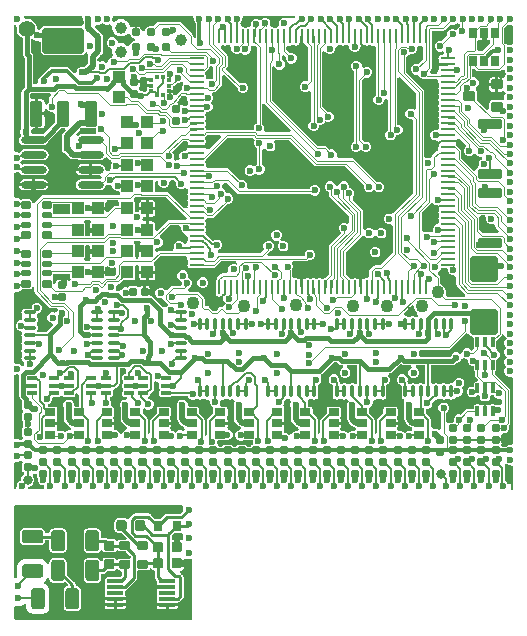
<source format=gtl>
G75*
G70*
%OFA0B0*%
%FSLAX25Y25*%
%IPPOS*%
%LPD*%
%AMOC8*
5,1,8,0,0,1.08239X$1,22.5*
%
%AMM1*
21,1,0.035430,0.030320,0.000000,0.000000,90.000000*
21,1,0.028350,0.037400,0.000000,0.000000,90.000000*
1,1,0.007090,0.015160,0.014170*
1,1,0.007090,0.015160,-0.014170*
1,1,0.007090,-0.015160,-0.014170*
1,1,0.007090,-0.015160,0.014170*
%
%AMM10*
21,1,0.025590,0.026380,0.000000,0.000000,90.000000*
21,1,0.020470,0.031500,0.000000,0.000000,90.000000*
1,1,0.005120,0.013190,0.010240*
1,1,0.005120,0.013190,-0.010240*
1,1,0.005120,-0.013190,-0.010240*
1,1,0.005120,-0.013190,0.010240*
%
%AMM11*
21,1,0.017720,0.027950,0.000000,0.000000,90.000000*
21,1,0.014170,0.031500,0.000000,0.000000,90.000000*
1,1,0.003540,0.013980,0.007090*
1,1,0.003540,0.013980,-0.007090*
1,1,0.003540,-0.013980,-0.007090*
1,1,0.003540,-0.013980,0.007090*
%
%AMM12*
21,1,0.031500,0.072440,0.000000,0.000000,90.000000*
21,1,0.025200,0.078740,0.000000,0.000000,90.000000*
1,1,0.006300,0.036220,0.012600*
1,1,0.006300,0.036220,-0.012600*
1,1,0.006300,-0.036220,-0.012600*
1,1,0.006300,-0.036220,0.012600*
%
%AMM13*
21,1,0.012600,0.028980,0.000000,0.000000,90.000000*
21,1,0.010080,0.031500,0.000000,0.000000,90.000000*
1,1,0.002520,0.014490,0.005040*
1,1,0.002520,0.014490,-0.005040*
1,1,0.002520,-0.014490,-0.005040*
1,1,0.002520,-0.014490,0.005040*
%
%AMM14*
21,1,0.012600,0.028980,0.000000,0.000000,180.000000*
21,1,0.010080,0.031500,0.000000,0.000000,180.000000*
1,1,0.002520,-0.005040,0.014490*
1,1,0.002520,0.005040,0.014490*
1,1,0.002520,0.005040,-0.014490*
1,1,0.002520,-0.005040,-0.014490*
%
%AMM15*
21,1,0.039370,0.035430,0.000000,0.000000,270.000000*
21,1,0.031500,0.043310,0.000000,0.000000,270.000000*
1,1,0.007870,-0.017720,-0.015750*
1,1,0.007870,-0.017720,0.015750*
1,1,0.007870,0.017720,0.015750*
1,1,0.007870,0.017720,-0.015750*
%
%AMM16*
21,1,0.027560,0.018900,0.000000,0.000000,90.000000*
21,1,0.022840,0.023620,0.000000,0.000000,90.000000*
1,1,0.004720,0.009450,0.011420*
1,1,0.004720,0.009450,-0.011420*
1,1,0.004720,-0.009450,-0.011420*
1,1,0.004720,-0.009450,0.011420*
%
%AMM2*
21,1,0.043310,0.075980,0.000000,0.000000,0.000000*
21,1,0.034650,0.084650,0.000000,0.000000,0.000000*
1,1,0.008660,0.017320,-0.037990*
1,1,0.008660,-0.017320,-0.037990*
1,1,0.008660,-0.017320,0.037990*
1,1,0.008660,0.017320,0.037990*
%
%AMM3*
21,1,0.043310,0.075990,0.000000,0.000000,0.000000*
21,1,0.034650,0.084650,0.000000,0.000000,0.000000*
1,1,0.008660,0.017320,-0.037990*
1,1,0.008660,-0.017320,-0.037990*
1,1,0.008660,-0.017320,0.037990*
1,1,0.008660,0.017320,0.037990*
%
%AMM4*
21,1,0.137800,0.067720,0.000000,0.000000,0.000000*
21,1,0.120870,0.084650,0.000000,0.000000,0.000000*
1,1,0.016930,0.060430,-0.033860*
1,1,0.016930,-0.060430,-0.033860*
1,1,0.016930,-0.060430,0.033860*
1,1,0.016930,0.060430,0.033860*
%
%AMM5*
21,1,0.039370,0.035430,0.000000,0.000000,0.000000*
21,1,0.031500,0.043310,0.000000,0.000000,0.000000*
1,1,0.007870,0.015750,-0.017720*
1,1,0.007870,-0.015750,-0.017720*
1,1,0.007870,-0.015750,0.017720*
1,1,0.007870,0.015750,0.017720*
%
%AMM6*
21,1,0.023620,0.030710,0.000000,0.000000,180.000000*
21,1,0.018900,0.035430,0.000000,0.000000,180.000000*
1,1,0.004720,-0.009450,0.015350*
1,1,0.004720,0.009450,0.015350*
1,1,0.004720,0.009450,-0.015350*
1,1,0.004720,-0.009450,-0.015350*
%
%AMM7*
21,1,0.027560,0.018900,0.000000,0.000000,180.000000*
21,1,0.022840,0.023620,0.000000,0.000000,180.000000*
1,1,0.004720,-0.011420,0.009450*
1,1,0.004720,0.011420,0.009450*
1,1,0.004720,0.011420,-0.009450*
1,1,0.004720,-0.011420,-0.009450*
%
%AMM8*
21,1,0.023620,0.030710,0.000000,0.000000,270.000000*
21,1,0.018900,0.035430,0.000000,0.000000,270.000000*
1,1,0.004720,-0.015350,-0.009450*
1,1,0.004720,-0.015350,0.009450*
1,1,0.004720,0.015350,0.009450*
1,1,0.004720,0.015350,-0.009450*
%
%AMM9*
21,1,0.086610,0.073230,0.000000,0.000000,90.000000*
21,1,0.069290,0.090550,0.000000,0.000000,90.000000*
1,1,0.017320,0.036610,0.034650*
1,1,0.017320,0.036610,-0.034650*
1,1,0.017320,-0.036610,-0.034650*
1,1,0.017320,-0.036610,0.034650*
%
%ADD10C,0.02362*%
%ADD11R,0.00984X0.24350*%
%ADD12R,0.00984X0.04390*%
%ADD13R,0.56201X0.00984*%
%ADD14R,0.59449X0.00984*%
%ADD15R,0.00984X0.20374*%
%ADD16R,0.00787X0.09055*%
%ADD17R,0.00787X0.42126*%
%ADD18R,0.00787X0.08268*%
%ADD19R,0.00787X0.23622*%
%ADD20R,0.00787X0.21260*%
%ADD21R,0.05512X0.00787*%
%ADD22R,0.19685X0.00787*%
%ADD23R,0.26772X0.00787*%
%ADD24R,0.17717X0.00787*%
%ADD25R,0.00787X0.06299*%
%ADD26R,0.00787X0.22441*%
%ADD27R,0.00787X0.07874*%
%ADD28C,0.00787*%
%ADD30R,0.05512X0.01181*%
%ADD31C,0.00984*%
%ADD36C,0.01968*%
%ADD37O,0.00866X0.05118*%
%ADD38O,0.05118X0.00866*%
%ADD39M1*%
%ADD40M2*%
%ADD41M3*%
%ADD42M4*%
%ADD43M5*%
%ADD44M6*%
%ADD45M7*%
%ADD46M8*%
%ADD47M9*%
%ADD48C,0.03150*%
%ADD49M10*%
%ADD50M11*%
%ADD51M12*%
%ADD52O,0.01181X0.04331*%
%ADD53O,0.04331X0.01181*%
%ADD54M13*%
%ADD55O,0.08661X0.02362*%
%ADD56M14*%
%ADD57R,0.01476X0.01378*%
%ADD58R,0.01378X0.01476*%
%ADD59M15*%
%ADD60M16*%
%ADD61C,0.03100*%
%ADD62C,0.00492*%
%ADD63C,0.01181*%
%ADD64C,0.01575*%
%ADD65C,0.03900*%
%ADD66C,0.04331*%
%ADD67C,0.05512*%
X0000000Y0000000D02*
%LPD*%
G01*
D10*
X0094882Y0046654D03*
X0094882Y0041929D03*
X0094882Y0051378D03*
X0094882Y0056102D03*
D11*
X0037205Y0045600D03*
D12*
X0037205Y0021781D03*
D13*
X0064813Y0057283D03*
D14*
X0066437Y0020079D03*
D15*
X0095669Y0029774D03*
D10*
X0038091Y0030669D03*
X0038091Y0026732D03*
X0201969Y0209449D03*
X0201969Y0206299D03*
X0201969Y0203150D03*
X0201969Y0200000D03*
X0201969Y0196850D03*
X0201968Y0193701D03*
X0201968Y0190551D03*
X0201969Y0187402D03*
X0201969Y0184252D03*
X0201969Y0181102D03*
X0201969Y0177953D03*
X0201968Y0174803D03*
X0201968Y0171654D03*
X0201968Y0168504D03*
X0201969Y0165354D03*
X0201969Y0162205D03*
X0201969Y0159055D03*
X0201968Y0155905D03*
X0201968Y0152756D03*
X0201969Y0149606D03*
X0201969Y0146457D03*
X0201969Y0143307D03*
X0201969Y0140157D03*
X0201969Y0137008D03*
X0201969Y0133858D03*
X0201969Y0130709D03*
X0201969Y0127559D03*
X0201969Y0124409D03*
X0201969Y0121260D03*
X0201968Y0118110D03*
X0201969Y0114961D03*
X0201969Y0111811D03*
X0201969Y0108661D03*
X0201969Y0105512D03*
X0201969Y0102362D03*
X0201968Y0075984D03*
X0201969Y0072835D03*
D16*
X0037008Y0067520D03*
D17*
X0037008Y0196654D03*
D18*
X0037008Y0164370D03*
D19*
X0037008Y0116929D03*
D20*
X0037008Y0090551D03*
D21*
X0044095Y0063386D03*
D22*
X0049606Y0220472D03*
D23*
X0083071Y0220472D03*
D24*
X0121850Y0220472D03*
D25*
X0202756Y0214567D03*
D26*
X0202756Y0089173D03*
D27*
X0202756Y0066929D03*
D10*
X0201969Y0219685D03*
X0198819Y0219685D03*
X0195669Y0219685D03*
X0192520Y0219685D03*
X0189370Y0219685D03*
X0186220Y0219685D03*
X0183071Y0219685D03*
X0179921Y0219685D03*
X0176772Y0219685D03*
X0173622Y0219685D03*
X0170472Y0219685D03*
X0167323Y0219685D03*
X0164173Y0219685D03*
X0161024Y0219685D03*
X0157874Y0219685D03*
X0154724Y0219685D03*
X0151575Y0219685D03*
X0148425Y0219685D03*
X0145276Y0219685D03*
X0142126Y0219685D03*
X0138976Y0219685D03*
X0135827Y0219685D03*
X0132677Y0219685D03*
X0111024Y0219685D03*
X0107874Y0219685D03*
X0104724Y0219685D03*
X0101575Y0219685D03*
X0098425Y0219685D03*
X0067717Y0219685D03*
X0064567Y0219685D03*
X0061417Y0219685D03*
X0037795Y0219685D03*
X0199606Y0064173D03*
X0194882Y0064173D03*
X0190157Y0064173D03*
X0185433Y0064173D03*
X0180709Y0064173D03*
X0176378Y0064173D03*
X0171654Y0064173D03*
X0166929Y0064173D03*
X0162205Y0064173D03*
X0157480Y0064173D03*
X0152756Y0064173D03*
X0148032Y0064173D03*
X0143307Y0064173D03*
X0138583Y0064173D03*
X0133858Y0064173D03*
X0129134Y0064173D03*
X0124409Y0064173D03*
X0119685Y0064173D03*
X0114961Y0064173D03*
X0110236Y0064173D03*
X0105512Y0064173D03*
X0100787Y0064173D03*
X0096063Y0064173D03*
X0091339Y0064173D03*
X0086614Y0064173D03*
X0081890Y0064173D03*
X0077165Y0064173D03*
X0072441Y0064173D03*
X0067717Y0064173D03*
X0062992Y0064173D03*
X0058268Y0064173D03*
X0053543Y0064173D03*
X0048819Y0064173D03*
X0039370Y0064173D03*
X0037795Y0074016D03*
X0037795Y0077953D03*
X0037795Y0103150D03*
X0037795Y0130709D03*
X0037795Y0134646D03*
X0037795Y0138583D03*
X0037795Y0142520D03*
X0037795Y0146457D03*
X0037795Y0150394D03*
X0037795Y0154331D03*
X0037795Y0158268D03*
X0037795Y0170472D03*
X0037795Y0173622D03*
X0036614Y0019488D02*
%LPD*%
G01*
D10*
X0094882Y0046653D03*
X0094882Y0041929D03*
X0094882Y0051378D03*
X0094882Y0056102D03*
D11*
X0037205Y0045600D03*
D12*
X0037205Y0021781D03*
D13*
X0064813Y0057283D03*
D14*
X0066437Y0020079D03*
D15*
X0095669Y0029773D03*
D10*
X0038090Y0030669D03*
X0038090Y0026732D03*
D30*
X0070472Y0032480D03*
X0070472Y0030512D03*
X0070472Y0028543D03*
X0070472Y0026575D03*
X0070472Y0024606D03*
X0087795Y0024606D03*
X0087795Y0026575D03*
X0087795Y0028543D03*
X0087795Y0030512D03*
X0087795Y0032480D03*
G36*
G01*
X0077992Y0045669D02*
X0081063Y0045669D01*
G75*
G02*
X0081338Y0045394I0000000J-000276D01*
G01*
X0081338Y0043189D01*
G75*
G02*
X0081063Y0042913I-000276J0000000D01*
G01*
X0077992Y0042913D01*
G75*
G02*
X0077716Y0043189I0000000J0000276D01*
G01*
X0077716Y0045394D01*
G75*
G02*
X0077992Y0045669I0000276J0000000D01*
G01*
G37*
G36*
G01*
X0077992Y0039370D02*
X0081063Y0039370D01*
G75*
G02*
X0081338Y0039094I0000000J-000276D01*
G01*
X0081338Y0036890D01*
G75*
G02*
X0081063Y0036614I-000276J0000000D01*
G01*
X0077992Y0036614D01*
G75*
G02*
X0077716Y0036890I0000000J0000276D01*
G01*
X0077716Y0039094D01*
G75*
G02*
X0077992Y0039370I0000276J0000000D01*
G01*
G37*
G36*
G01*
X0092323Y0052323D02*
X0092323Y0049252D01*
G75*
G02*
X0092047Y0048976I-000276J0000000D01*
G01*
X0089842Y0048976D01*
G75*
G02*
X0089567Y0049252I0000000J0000276D01*
G01*
X0089567Y0052323D01*
G75*
G02*
X0089842Y0052598I0000276J0000000D01*
G01*
X0092047Y0052598D01*
G75*
G02*
X0092323Y0052323I0000000J-000276D01*
G01*
G37*
G36*
G01*
X0086023Y0052323D02*
X0086023Y0049252D01*
G75*
G02*
X0085748Y0048976I-000276J0000000D01*
G01*
X0083543Y0048976D01*
G75*
G02*
X0083268Y0049252I0000000J0000276D01*
G01*
X0083268Y0052323D01*
G75*
G02*
X0083543Y0052598I0000276J0000000D01*
G01*
X0085748Y0052598D01*
G75*
G02*
X0086023Y0052323I0000000J-000276D01*
G01*
G37*
G36*
G01*
X0072086Y0045669D02*
X0075157Y0045669D01*
G75*
G02*
X0075433Y0045394I0000000J-000276D01*
G01*
X0075433Y0043189D01*
G75*
G02*
X0075157Y0042913I-000276J0000000D01*
G01*
X0072086Y0042913D01*
G75*
G02*
X0071811Y0043189I0000000J0000276D01*
G01*
X0071811Y0045394D01*
G75*
G02*
X0072086Y0045669I0000276J0000000D01*
G01*
G37*
G36*
G01*
X0072086Y0039370D02*
X0075157Y0039370D01*
G75*
G02*
X0075433Y0039094I0000000J-000276D01*
G01*
X0075433Y0036890D01*
G75*
G02*
X0075157Y0036614I-000276J0000000D01*
G01*
X0072086Y0036614D01*
G75*
G02*
X0071811Y0036890I0000000J0000276D01*
G01*
X0071811Y0039094D01*
G75*
G02*
X0072086Y0039370I0000276J0000000D01*
G01*
G37*
G36*
G01*
X0061437Y0049409D02*
X0064153Y0049409D01*
G75*
G02*
X0065059Y0048504I0000000J-000906D01*
G01*
X0065059Y0043228D01*
G75*
G02*
X0064153Y0042323I-000906J0000000D01*
G01*
X0061437Y0042323D01*
G75*
G02*
X0060531Y0043228I0000000J0000906D01*
G01*
X0060531Y0048504D01*
G75*
G02*
X0061437Y0049409I0000906J0000000D01*
G01*
G37*
G36*
G01*
X0050019Y0049409D02*
X0052736Y0049409D01*
G75*
G02*
X0053642Y0048504I0000000J-000906D01*
G01*
X0053642Y0043228D01*
G75*
G02*
X0052736Y0042323I-000906J0000000D01*
G01*
X0050019Y0042323D01*
G75*
G02*
X0049114Y0043228I0000000J0000906D01*
G01*
X0049114Y0048504D01*
G75*
G02*
X0050019Y0049409I0000906J0000000D01*
G01*
G37*
G36*
G01*
X0061437Y0039567D02*
X0064153Y0039567D01*
G75*
G02*
X0065059Y0038661I0000000J-000906D01*
G01*
X0065059Y0033386D01*
G75*
G02*
X0064153Y0032480I-000906J0000000D01*
G01*
X0061437Y0032480D01*
G75*
G02*
X0060531Y0033386I0000000J0000906D01*
G01*
X0060531Y0038661D01*
G75*
G02*
X0061437Y0039567I0000906J0000000D01*
G01*
G37*
G36*
G01*
X0050019Y0039567D02*
X0052736Y0039567D01*
G75*
G02*
X0053642Y0038661I0000000J-000906D01*
G01*
X0053642Y0033386D01*
G75*
G02*
X0052736Y0032480I-000906J0000000D01*
G01*
X0050019Y0032480D01*
G75*
G02*
X0049114Y0033386I0000000J0000906D01*
G01*
X0049114Y0038661D01*
G75*
G02*
X0050019Y0039567I0000906J0000000D01*
G01*
G37*
G36*
G01*
X0039370Y0045886D02*
X0039370Y0048602D01*
G75*
G02*
X0040275Y0049508I0000906J0000000D01*
G01*
X0045551Y0049508D01*
G75*
G02*
X0046457Y0048602I0000000J-000906D01*
G01*
X0046457Y0045886D01*
G75*
G02*
X0045551Y0044980I-000906J0000000D01*
G01*
X0040275Y0044980D01*
G75*
G02*
X0039370Y0045886I0000000J0000906D01*
G01*
G37*
G36*
G01*
X0039370Y0034468D02*
X0039370Y0037185D01*
G75*
G02*
X0040275Y0038090I0000906J0000000D01*
G01*
X0045551Y0038090D01*
G75*
G02*
X0046457Y0037185I0000000J-000906D01*
G01*
X0046457Y0034468D01*
G75*
G02*
X0045551Y0033563I-000906J0000000D01*
G01*
X0040275Y0033563D01*
G75*
G02*
X0039370Y0034468I0000000J0000906D01*
G01*
G37*
G36*
G01*
X0054744Y0030118D02*
X0057460Y0030118D01*
G75*
G02*
X0058366Y0029212I0000000J-000906D01*
G01*
X0058366Y0023937D01*
G75*
G02*
X0057460Y0023031I-000906J0000000D01*
G01*
X0054744Y0023031D01*
G75*
G02*
X0053838Y0023937I0000000J0000906D01*
G01*
X0053838Y0029212D01*
G75*
G02*
X0054744Y0030118I0000906J0000000D01*
G01*
G37*
G36*
G01*
X0043327Y0030118D02*
X0046043Y0030118D01*
G75*
G02*
X0046949Y0029212I0000000J-000906D01*
G01*
X0046949Y0023937D01*
G75*
G02*
X0046043Y0023031I-000906J0000000D01*
G01*
X0043327Y0023031D01*
G75*
G02*
X0042421Y0023937I0000000J0000906D01*
G01*
X0042421Y0029212D01*
G75*
G02*
X0043327Y0030118I0000906J0000000D01*
G01*
G37*
G36*
G01*
X0080413Y0051993D02*
X0080413Y0049975D01*
G75*
G02*
X0079552Y0049114I-000861J0000000D01*
G01*
X0077830Y0049114D01*
G75*
G02*
X0076968Y0049975I0000000J0000861D01*
G01*
X0076968Y0051993D01*
G75*
G02*
X0077830Y0052854I0000861J0000000D01*
G01*
X0079552Y0052854D01*
G75*
G02*
X0080413Y0051993I0000000J-000861D01*
G01*
G37*
G36*
G01*
X0074212Y0051993D02*
X0074212Y0049975D01*
G75*
G02*
X0073351Y0049114I-000861J0000000D01*
G01*
X0071629Y0049114D01*
G75*
G02*
X0070768Y0049975I0000000J0000861D01*
G01*
X0070768Y0051993D01*
G75*
G02*
X0071629Y0052854I0000861J0000000D01*
G01*
X0073351Y0052854D01*
G75*
G02*
X0074212Y0051993I0000000J-000861D01*
G01*
G37*
G36*
G01*
X0086358Y0045031D02*
X0086358Y0042354D01*
G75*
G02*
X0086023Y0042019I-000335J0000000D01*
G01*
X0083346Y0042019D01*
G75*
G02*
X0083012Y0042354I0000000J0000335D01*
G01*
X0083012Y0045031D01*
G75*
G02*
X0083346Y0045366I0000335J0000000D01*
G01*
X0086023Y0045366D01*
G75*
G02*
X0086358Y0045031I0000000J-000335D01*
G01*
G37*
G36*
G01*
X0092579Y0045031D02*
X0092579Y0042354D01*
G75*
G02*
X0092244Y0042019I-000335J0000000D01*
G01*
X0089567Y0042019D01*
G75*
G02*
X0089232Y0042354I0000000J0000335D01*
G01*
X0089232Y0045031D01*
G75*
G02*
X0089567Y0045366I0000335J0000000D01*
G01*
X0092244Y0045366D01*
G75*
G02*
X0092579Y0045031I0000000J-000335D01*
G01*
G37*
G36*
G01*
X0092579Y0039724D02*
X0092579Y0037047D01*
G75*
G02*
X0092244Y0036712I-000335J0000000D01*
G01*
X0089567Y0036712D01*
G75*
G02*
X0089232Y0037047I0000000J0000335D01*
G01*
X0089232Y0039724D01*
G75*
G02*
X0089567Y0040059I0000335J0000000D01*
G01*
X0092244Y0040059D01*
G75*
G02*
X0092579Y0039724I0000000J-000335D01*
G01*
G37*
G36*
G01*
X0086358Y0039724D02*
X0086358Y0037047D01*
G75*
G02*
X0086023Y0036712I-000335J0000000D01*
G01*
X0083346Y0036712D01*
G75*
G02*
X0083012Y0037047I0000000J0000335D01*
G01*
X0083012Y0039724D01*
G75*
G02*
X0083346Y0040059I0000335J0000000D01*
G01*
X0086023Y0040059D01*
G75*
G02*
X0086358Y0039724I0000000J-000335D01*
G01*
G37*
G36*
G01*
X0067165Y0045925D02*
X0069842Y0045925D01*
G75*
G02*
X0070177Y0045590I0000000J-000335D01*
G01*
X0070177Y0042913D01*
G75*
G02*
X0069842Y0042579I-000335J0000000D01*
G01*
X0067165Y0042579D01*
G75*
G02*
X0066831Y0042913I0000000J0000335D01*
G01*
X0066831Y0045590D01*
G75*
G02*
X0067165Y0045925I0000335J0000000D01*
G01*
G37*
G36*
G01*
X0067165Y0039705D02*
X0069842Y0039705D01*
G75*
G02*
X0070177Y0039370I0000000J-000335D01*
G01*
X0070177Y0036693D01*
G75*
G02*
X0069842Y0036358I-000335J0000000D01*
G01*
X0067165Y0036358D01*
G75*
G02*
X0066831Y0036693I0000000J0000335D01*
G01*
X0066831Y0039370D01*
G75*
G02*
X0067165Y0039705I0000335J0000000D01*
G01*
G37*
D10*
X0090977Y0046866D03*
X0039370Y0041732D03*
X0069685Y0048031D03*
X0093701Y0038189D03*
X0067323Y0055118D03*
X0063386Y0022047D03*
X0050787Y0022047D03*
X0053149Y0055118D03*
X0084645Y0055118D03*
X0039764Y0055118D03*
X0093701Y0024803D03*
X0057086Y0046063D03*
X0071330Y0041114D03*
X0087795Y0022047D03*
X0049606Y0030315D03*
X0070472Y0022047D03*
X0062992Y0029921D03*
X0080708Y0034252D03*
X0083071Y0024803D03*
X0048031Y0040945D03*
X0039370Y0022047D03*
X0075590Y0025590D03*
X0057480Y0036220D03*
D31*
X0084685Y0043692D02*
X0080740Y0047638D01*
X0094882Y0056102D02*
X0092460Y0053681D01*
X0084685Y0038386D02*
X0084685Y0033819D01*
X0080740Y0047638D02*
X0077165Y0047638D01*
X0084685Y0043504D02*
X0084685Y0043692D01*
X0084685Y0033819D02*
X0086023Y0032480D01*
X0079921Y0038386D02*
X0079527Y0037992D01*
X0077165Y0047638D02*
X0075886Y0048917D01*
X0084685Y0038386D02*
X0079921Y0038386D01*
X0075886Y0052798D02*
X0077024Y0053937D01*
X0092460Y0053681D02*
X0087539Y0053681D01*
X0081496Y0053937D02*
X0084645Y0050787D01*
X0077024Y0053937D02*
X0081496Y0053937D01*
X0075886Y0048917D02*
X0075886Y0052798D01*
X0086023Y0032480D02*
X0087795Y0032480D01*
X0084685Y0043504D02*
X0084685Y0038386D01*
X0087539Y0053681D02*
X0084645Y0050787D01*
X0073622Y0030512D02*
X0070472Y0030512D01*
X0076634Y0041279D02*
X0076634Y0033523D01*
X0068504Y0044252D02*
X0073583Y0044252D01*
X0073583Y0044252D02*
X0073622Y0044291D01*
X0062795Y0045866D02*
X0066890Y0045866D01*
X0066890Y0045866D02*
X0068504Y0044252D01*
X0073622Y0044291D02*
X0076634Y0041279D01*
X0076634Y0033523D02*
X0073622Y0030512D01*
X0073583Y0038031D02*
X0073622Y0037992D01*
X0068504Y0038031D02*
X0073583Y0038031D01*
X0073622Y0037992D02*
X0073622Y0033661D01*
X0072441Y0032480D02*
X0070472Y0032480D01*
X0073622Y0033661D02*
X0072441Y0032480D01*
X0066496Y0036023D02*
X0068504Y0038031D01*
X0062795Y0036023D02*
X0066496Y0036023D01*
X0078287Y0044291D02*
X0072490Y0050088D01*
X0079527Y0044291D02*
X0078287Y0044291D01*
X0072490Y0050088D02*
X0072490Y0050984D01*
X0056102Y0026575D02*
X0056102Y0031299D01*
X0056102Y0031299D02*
X0051378Y0036023D01*
X0091535Y0034252D02*
X0092126Y0033661D01*
X0090945Y0050787D02*
X0088149Y0047992D01*
X0088051Y0047894D02*
X0082708Y0047894D01*
X0088149Y0036460D02*
X0090358Y0034252D01*
X0090945Y0050787D02*
X0094291Y0050787D01*
X0091338Y0026575D02*
X0087795Y0026575D01*
X0094291Y0050787D02*
X0094882Y0051378D01*
X0090358Y0034252D02*
X0091535Y0034252D01*
X0079617Y0050984D02*
X0078691Y0050984D01*
X0088149Y0047992D02*
X0088149Y0036460D01*
X0092126Y0027362D02*
X0091338Y0026575D01*
X0082708Y0047894D02*
X0079617Y0050984D01*
X0088149Y0047992D02*
X0088051Y0047894D01*
X0092126Y0033661D02*
X0092126Y0027362D01*
X0050000Y0047244D02*
X0051378Y0045866D01*
X0042913Y0047244D02*
X0050000Y0047244D01*
D28*
X0038090Y0031004D02*
X0042913Y0035827D01*
X0038090Y0030669D02*
X0038090Y0031004D01*
X0038090Y0026732D02*
X0044527Y0026732D01*
X0044527Y0026732D02*
X0044685Y0026575D01*
G36*
X0092753Y0057701D02*
G01*
X0092894Y0057506D01*
X0092913Y0057386D01*
X0092913Y0055829D01*
X0092839Y0055600D01*
X0092799Y0055553D01*
X0092125Y0054880D01*
X0091911Y0054770D01*
X0091850Y0054766D01*
X0087684Y0054766D01*
X0087608Y0054773D01*
X0087607Y0054773D01*
X0087539Y0054787D01*
X0087539Y0054787D01*
X0087539Y0054787D01*
X0087463Y0054772D01*
X0087463Y0054772D01*
X0087116Y0054703D01*
X0086951Y0054592D01*
X0086858Y0054530D01*
X0086858Y0054530D01*
X0086757Y0054463D01*
X0086757Y0054463D01*
X0086718Y0054404D01*
X0086670Y0054345D01*
X0085629Y0053305D01*
X0085415Y0053196D01*
X0085354Y0053191D01*
X0083937Y0053191D01*
X0083708Y0053265D01*
X0083662Y0053305D01*
X0082366Y0054601D01*
X0082317Y0054660D01*
X0082278Y0054719D01*
X0082196Y0054773D01*
X0082196Y0054773D01*
X0081978Y0054919D01*
X0081919Y0054959D01*
X0081579Y0055026D01*
X0081579Y0055026D01*
X0081496Y0055043D01*
X0081496Y0055043D01*
X0081496Y0055043D01*
X0081427Y0055029D01*
X0081351Y0055021D01*
X0077170Y0055021D01*
X0077094Y0055029D01*
X0077024Y0055043D01*
X0077024Y0055043D01*
X0076948Y0055028D01*
X0076948Y0055028D01*
X0076601Y0054959D01*
X0076542Y0054919D01*
X0076343Y0054786D01*
X0076343Y0054786D01*
X0076333Y0054779D01*
X0076333Y0054779D01*
X0076322Y0054772D01*
X0076242Y0054719D01*
X0076242Y0054719D01*
X0076203Y0054660D01*
X0076155Y0054601D01*
X0075221Y0053668D01*
X0075162Y0053619D01*
X0075104Y0053580D01*
X0075104Y0053580D01*
X0074885Y0053253D01*
X0074837Y0053194D01*
X0074797Y0053154D01*
X0074582Y0053045D01*
X0074344Y0053083D01*
X0074246Y0053154D01*
X0074208Y0053192D01*
X0073772Y0053405D01*
X0073772Y0053405D01*
X0073715Y0053414D01*
X0073489Y0053447D01*
X0073489Y0053447D01*
X0071491Y0053447D01*
X0071491Y0053447D01*
X0071491Y0053447D01*
X0071397Y0053433D01*
X0071208Y0053405D01*
X0070772Y0053192D01*
X0070429Y0052849D01*
X0070216Y0052413D01*
X0070175Y0052131D01*
X0070175Y0049837D01*
X0070175Y0049837D01*
X0070216Y0049555D01*
X0070299Y0049386D01*
X0070429Y0049119D01*
X0070772Y0048776D01*
X0071208Y0048563D01*
X0071491Y0048521D01*
X0072362Y0048521D01*
X0072591Y0048447D01*
X0072637Y0048407D01*
X0074118Y0046927D01*
X0074227Y0046712D01*
X0074189Y0046474D01*
X0074019Y0046304D01*
X0073842Y0046262D01*
X0072001Y0046262D01*
X0072001Y0046262D01*
X0071748Y0046211D01*
X0071748Y0046211D01*
X0071461Y0046019D01*
X0071461Y0046019D01*
X0071389Y0045912D01*
X0071200Y0045763D01*
X0070959Y0045753D01*
X0070759Y0045887D01*
X0070739Y0045921D01*
X0070737Y0045920D01*
X0070576Y0046162D01*
X0070511Y0046259D01*
X0070507Y0046262D01*
X0070204Y0046464D01*
X0070204Y0046464D01*
X0069934Y0046518D01*
X0069934Y0046518D01*
X0069934Y0046518D01*
X0067963Y0046518D01*
X0067734Y0046592D01*
X0067688Y0046632D01*
X0067672Y0046648D01*
X0067672Y0046648D01*
X0067590Y0046702D01*
X0067590Y0046702D01*
X0067413Y0046821D01*
X0067313Y0046888D01*
X0066973Y0046955D01*
X0066973Y0046955D01*
X0066890Y0046972D01*
X0066890Y0046972D01*
X0066890Y0046972D01*
X0066820Y0046958D01*
X0066744Y0046951D01*
X0066041Y0046951D01*
X0065812Y0047025D01*
X0065671Y0047220D01*
X0065651Y0047340D01*
X0065651Y0048646D01*
X0065651Y0048646D01*
X0065609Y0048937D01*
X0065389Y0049386D01*
X0065036Y0049740D01*
X0064587Y0049959D01*
X0064296Y0050002D01*
X0061295Y0050002D01*
X0061004Y0049959D01*
X0061004Y0049959D01*
X0060554Y0049740D01*
X0060201Y0049386D01*
X0060192Y0049368D01*
X0059981Y0048937D01*
X0059939Y0048646D01*
X0059939Y0043086D01*
X0059981Y0042795D01*
X0060201Y0042346D01*
X0060554Y0041992D01*
X0061004Y0041773D01*
X0061295Y0041730D01*
X0061295Y0041730D01*
X0064296Y0041730D01*
X0064296Y0041730D01*
X0064587Y0041773D01*
X0065036Y0041992D01*
X0065389Y0042346D01*
X0065553Y0042680D01*
X0065720Y0042853D01*
X0065958Y0042894D01*
X0066174Y0042789D01*
X0066285Y0042585D01*
X0066292Y0042551D01*
X0066292Y0042551D01*
X0066429Y0042346D01*
X0066497Y0042245D01*
X0066803Y0042040D01*
X0066987Y0042003D01*
X0067074Y0041986D01*
X0067074Y0041986D01*
X0067074Y0041986D01*
X0067074Y0041986D01*
X0069934Y0041986D01*
X0069934Y0041986D01*
X0070204Y0042040D01*
X0070511Y0042245D01*
X0070716Y0042551D01*
X0070716Y0042551D01*
X0070725Y0042573D01*
X0070881Y0042756D01*
X0071115Y0042812D01*
X0071338Y0042720D01*
X0071409Y0042640D01*
X0071461Y0042563D01*
X0071461Y0042563D01*
X0071461Y0042563D01*
X0071478Y0042551D01*
X0071748Y0042371D01*
X0071811Y0042359D01*
X0072001Y0042321D01*
X0073897Y0042321D01*
X0074126Y0042246D01*
X0074173Y0042207D01*
X0075435Y0040944D01*
X0075544Y0040730D01*
X0075549Y0040669D01*
X0075549Y0040352D01*
X0075475Y0040123D01*
X0075280Y0039981D01*
X0075159Y0039962D01*
X0072001Y0039962D01*
X0072001Y0039962D01*
X0071748Y0039912D01*
X0071748Y0039912D01*
X0071461Y0039720D01*
X0071461Y0039720D01*
X0071409Y0039643D01*
X0071220Y0039494D01*
X0070979Y0039484D01*
X0070779Y0039618D01*
X0070725Y0039710D01*
X0070716Y0039732D01*
X0070716Y0039732D01*
X0070511Y0040038D01*
X0070384Y0040123D01*
X0070204Y0040243D01*
X0070204Y0040243D01*
X0069934Y0040297D01*
X0069934Y0040297D01*
X0067074Y0040297D01*
X0067074Y0040297D01*
X0067074Y0040297D01*
X0066803Y0040243D01*
X0066803Y0040243D01*
X0066497Y0040038D01*
X0066497Y0040038D01*
X0066292Y0039732D01*
X0066292Y0039732D01*
X0066238Y0039461D01*
X0066237Y0039452D01*
X0066236Y0039449D01*
X0066234Y0039442D01*
X0066233Y0039443D01*
X0066141Y0039232D01*
X0065933Y0039110D01*
X0065693Y0039134D01*
X0065513Y0039294D01*
X0065499Y0039319D01*
X0065389Y0039544D01*
X0065036Y0039897D01*
X0064587Y0040117D01*
X0064296Y0040159D01*
X0061295Y0040159D01*
X0061046Y0040123D01*
X0061004Y0040117D01*
X0060554Y0039897D01*
X0060201Y0039544D01*
X0060014Y0039162D01*
X0059981Y0039095D01*
X0059939Y0038803D01*
X0059939Y0033243D01*
X0059981Y0032952D01*
X0060201Y0032503D01*
X0060554Y0032150D01*
X0061004Y0031930D01*
X0061295Y0031888D01*
X0061295Y0031888D01*
X0064296Y0031888D01*
X0064296Y0031888D01*
X0064587Y0031930D01*
X0065036Y0032150D01*
X0065389Y0032503D01*
X0065609Y0032952D01*
X0065651Y0033243D01*
X0065651Y0034549D01*
X0065726Y0034778D01*
X0065921Y0034920D01*
X0066041Y0034939D01*
X0066351Y0034939D01*
X0066427Y0034931D01*
X0066496Y0034918D01*
X0066603Y0034939D01*
X0066603Y0034939D01*
X0066919Y0035002D01*
X0067084Y0035112D01*
X0067187Y0035181D01*
X0067187Y0035181D01*
X0067230Y0035209D01*
X0067230Y0035209D01*
X0067278Y0035241D01*
X0067317Y0035300D01*
X0067366Y0035359D01*
X0067658Y0035651D01*
X0067872Y0035761D01*
X0067933Y0035766D01*
X0069934Y0035766D01*
X0069934Y0035766D01*
X0070204Y0035819D01*
X0070511Y0036024D01*
X0070716Y0036331D01*
X0070716Y0036331D01*
X0070737Y0036363D01*
X0070748Y0036355D01*
X0070861Y0036487D01*
X0071095Y0036543D01*
X0071318Y0036451D01*
X0071389Y0036371D01*
X0071461Y0036264D01*
X0071461Y0036264D01*
X0071476Y0036253D01*
X0071748Y0036072D01*
X0071811Y0036059D01*
X0072001Y0036021D01*
X0072147Y0036021D01*
X0072377Y0035947D01*
X0072518Y0035752D01*
X0072537Y0035632D01*
X0072537Y0034272D01*
X0072463Y0034043D01*
X0072423Y0033996D01*
X0072204Y0033777D01*
X0071989Y0033668D01*
X0071928Y0033663D01*
X0067658Y0033663D01*
X0067485Y0033629D01*
X0067485Y0033629D01*
X0067289Y0033498D01*
X0067289Y0033498D01*
X0067158Y0033302D01*
X0067158Y0033302D01*
X0067124Y0033129D01*
X0067124Y0031831D01*
X0067158Y0031658D01*
X0067164Y0031645D01*
X0067166Y0031621D01*
X0067166Y0031621D01*
X0067166Y0031621D01*
X0067183Y0031405D01*
X0067164Y0031347D01*
X0067158Y0031333D01*
X0067124Y0031161D01*
X0067124Y0029863D01*
X0067158Y0029690D01*
X0067164Y0029677D01*
X0067166Y0029653D01*
X0067166Y0029652D01*
X0067166Y0029652D01*
X0067183Y0029436D01*
X0067164Y0029378D01*
X0067158Y0029365D01*
X0067124Y0029192D01*
X0067124Y0027894D01*
X0067126Y0027875D01*
X0067120Y0027875D01*
X0067094Y0027660D01*
X0067065Y0027607D01*
X0066975Y0027472D01*
X0066929Y0027243D01*
X0066929Y0027165D01*
X0066929Y0027165D01*
X0074016Y0027165D01*
X0074016Y0027165D01*
X0074016Y0027243D01*
X0074016Y0027243D01*
X0073970Y0027472D01*
X0073880Y0027607D01*
X0073815Y0027839D01*
X0073819Y0027875D01*
X0073819Y0027875D01*
X0073821Y0027894D01*
X0073821Y0029137D01*
X0073895Y0029366D01*
X0074017Y0029462D01*
X0074013Y0029469D01*
X0074304Y0029663D01*
X0074356Y0029697D01*
X0074356Y0029697D01*
X0074404Y0029730D01*
X0074443Y0029788D01*
X0074491Y0029847D01*
X0077298Y0032654D01*
X0077357Y0032702D01*
X0077416Y0032741D01*
X0077479Y0032836D01*
X0077655Y0033100D01*
X0077661Y0033129D01*
X0077664Y0033146D01*
X0077714Y0033396D01*
X0077718Y0033417D01*
X0077718Y0033417D01*
X0077720Y0033424D01*
X0077720Y0033424D01*
X0077740Y0033523D01*
X0077726Y0033593D01*
X0077718Y0033669D01*
X0077718Y0035632D01*
X0077793Y0035861D01*
X0077988Y0036002D01*
X0078108Y0036021D01*
X0081148Y0036021D01*
X0081148Y0036021D01*
X0081148Y0036021D01*
X0081241Y0036040D01*
X0081402Y0036072D01*
X0081689Y0036264D01*
X0081881Y0036551D01*
X0081881Y0036551D01*
X0081898Y0036576D01*
X0082087Y0036725D01*
X0082327Y0036735D01*
X0082528Y0036601D01*
X0082546Y0036576D01*
X0082623Y0036460D01*
X0082678Y0036379D01*
X0082985Y0036174D01*
X0083069Y0036157D01*
X0083274Y0036116D01*
X0083273Y0036110D01*
X0083469Y0036024D01*
X0083591Y0035816D01*
X0083600Y0035733D01*
X0083600Y0033964D01*
X0083593Y0033888D01*
X0083579Y0033819D01*
X0083579Y0033819D01*
X0083596Y0033735D01*
X0083596Y0033735D01*
X0083663Y0033396D01*
X0083665Y0033393D01*
X0083765Y0033243D01*
X0083841Y0033129D01*
X0083903Y0033037D01*
X0083962Y0032998D01*
X0084021Y0032949D01*
X0084333Y0032637D01*
X0084442Y0032423D01*
X0084447Y0032362D01*
X0084447Y0031831D01*
X0084449Y0031812D01*
X0084443Y0031812D01*
X0084417Y0031597D01*
X0084387Y0031544D01*
X0084297Y0031409D01*
X0084252Y0031180D01*
X0084252Y0031102D01*
X0084252Y0031102D01*
X0087996Y0031102D01*
X0088225Y0031028D01*
X0088367Y0030833D01*
X0088386Y0030712D01*
X0088386Y0030311D01*
X0088311Y0030082D01*
X0088116Y0029940D01*
X0087996Y0029921D01*
X0084252Y0029921D01*
X0084252Y0029844D01*
X0084297Y0029614D01*
X0084387Y0029479D01*
X0084453Y0029247D01*
X0084448Y0029211D01*
X0084449Y0029211D01*
X0084447Y0029192D01*
X0084447Y0027894D01*
X0084481Y0027721D01*
X0084487Y0027708D01*
X0084488Y0027684D01*
X0084489Y0027684D01*
X0084489Y0027684D01*
X0084505Y0027468D01*
X0084487Y0027410D01*
X0084481Y0027396D01*
X0084447Y0027224D01*
X0084447Y0025926D01*
X0084449Y0025907D01*
X0084443Y0025906D01*
X0084417Y0025692D01*
X0084387Y0025638D01*
X0084297Y0025504D01*
X0084252Y0025274D01*
X0084252Y0025197D01*
X0084252Y0025197D01*
X0091338Y0025197D01*
X0091361Y0025220D01*
X0091413Y0025378D01*
X0091608Y0025520D01*
X0091652Y0025531D01*
X0091762Y0025553D01*
X0092020Y0025726D01*
X0092030Y0025732D01*
X0092030Y0025732D01*
X0092072Y0025760D01*
X0092072Y0025760D01*
X0092120Y0025793D01*
X0092160Y0025851D01*
X0092208Y0025910D01*
X0092790Y0026492D01*
X0092849Y0026541D01*
X0092908Y0026580D01*
X0093148Y0026939D01*
X0093210Y0027255D01*
X0093210Y0027255D01*
X0093232Y0027362D01*
X0093224Y0027402D01*
X0093218Y0027431D01*
X0093210Y0027507D01*
X0093210Y0033516D01*
X0093218Y0033592D01*
X0093218Y0033593D01*
X0093232Y0033661D01*
X0093155Y0034047D01*
X0093153Y0034066D01*
X0093148Y0034084D01*
X0093148Y0034084D01*
X0093148Y0034084D01*
X0093036Y0034252D01*
X0092968Y0034353D01*
X0092968Y0034353D01*
X0092908Y0034443D01*
X0092849Y0034482D01*
X0092790Y0034531D01*
X0092405Y0034916D01*
X0092356Y0034975D01*
X0092317Y0035034D01*
X0092317Y0035034D01*
X0092236Y0035088D01*
X0092236Y0035088D01*
X0092097Y0035181D01*
X0092052Y0035211D01*
X0091903Y0035400D01*
X0091893Y0035641D01*
X0092027Y0035841D01*
X0092253Y0035925D01*
X0092268Y0035925D01*
X0092411Y0035925D01*
X0092411Y0035925D01*
X0092505Y0035936D01*
X0092889Y0036105D01*
X0093186Y0036402D01*
X0093355Y0036786D01*
X0093366Y0036879D01*
X0093366Y0036880D01*
X0093366Y0037386D01*
X0093366Y0037386D01*
X0090295Y0037386D01*
X0090066Y0037460D01*
X0089924Y0037655D01*
X0089905Y0037775D01*
X0089905Y0038996D01*
X0089980Y0039225D01*
X0090175Y0039367D01*
X0090295Y0039386D01*
X0093366Y0039386D01*
X0093366Y0039386D01*
X0093366Y0039571D01*
X0093440Y0039800D01*
X0093635Y0039941D01*
X0093756Y0039960D01*
X0095771Y0039960D01*
X0096001Y0039886D01*
X0096142Y0039691D01*
X0096161Y0039571D01*
X0096161Y0019978D01*
X0096087Y0019749D01*
X0095892Y0019607D01*
X0095771Y0019588D01*
X0037104Y0019588D01*
X0036875Y0019663D01*
X0036733Y0019858D01*
X0036714Y0019978D01*
X0036714Y0023586D01*
X0036789Y0023816D01*
X0036984Y0023957D01*
X0037104Y0023976D01*
X0037727Y0023976D01*
X0037751Y0023975D01*
X0037756Y0023974D01*
X0038425Y0023974D01*
X0038425Y0023974D01*
X0039076Y0024134D01*
X0039669Y0024446D01*
X0039914Y0024664D01*
X0040135Y0024760D01*
X0040173Y0024762D01*
X0040455Y0024762D01*
X0040684Y0024687D01*
X0040825Y0024492D01*
X0040844Y0024372D01*
X0040844Y0023686D01*
X0040855Y0023545D01*
X0040855Y0023545D01*
X0040855Y0023545D01*
X0040998Y0023054D01*
X0041030Y0022943D01*
X0041030Y0022943D01*
X0041350Y0022403D01*
X0041350Y0022403D01*
X0041350Y0022403D01*
X0041793Y0021960D01*
X0041793Y0021960D01*
X0041793Y0021960D01*
X0042333Y0021641D01*
X0042333Y0021641D01*
X0042333Y0021641D01*
X0042935Y0021466D01*
X0043076Y0021455D01*
X0043076Y0021455D01*
X0046294Y0021455D01*
X0046294Y0021455D01*
X0046434Y0021466D01*
X0047037Y0021641D01*
X0047577Y0021960D01*
X0048020Y0022403D01*
X0048339Y0022943D01*
X0048514Y0023545D01*
X0048525Y0023686D01*
X0048525Y0029463D01*
X0048514Y0029604D01*
X0048339Y0030206D01*
X0048196Y0030448D01*
X0048020Y0030746D01*
X0048020Y0030746D01*
X0048020Y0030746D01*
X0047577Y0031189D01*
X0047577Y0031189D01*
X0047577Y0031189D01*
X0047037Y0031509D01*
X0047037Y0031509D01*
X0046819Y0031572D01*
X0046620Y0031707D01*
X0046539Y0031934D01*
X0046606Y0032165D01*
X0046730Y0032282D01*
X0047085Y0032491D01*
X0047528Y0032935D01*
X0047799Y0033393D01*
X0047980Y0033553D01*
X0048220Y0033575D01*
X0048427Y0033453D01*
X0048520Y0033251D01*
X0048521Y0033243D01*
X0048564Y0032952D01*
X0048783Y0032503D01*
X0049137Y0032150D01*
X0049586Y0031930D01*
X0049877Y0031888D01*
X0049877Y0031888D01*
X0052878Y0031888D01*
X0052878Y0031888D01*
X0053169Y0031930D01*
X0053435Y0032060D01*
X0053674Y0032094D01*
X0053882Y0031985D01*
X0054537Y0031330D01*
X0054646Y0031116D01*
X0054609Y0030878D01*
X0054438Y0030707D01*
X0054318Y0030669D01*
X0054311Y0030668D01*
X0053861Y0030448D01*
X0053508Y0030095D01*
X0053432Y0029940D01*
X0053288Y0029646D01*
X0053246Y0029355D01*
X0053246Y0023795D01*
X0053288Y0023503D01*
X0053508Y0023054D01*
X0053861Y0022701D01*
X0054311Y0022481D01*
X0054602Y0022439D01*
X0054602Y0022439D01*
X0057603Y0022439D01*
X0057603Y0022439D01*
X0057894Y0022481D01*
X0058343Y0022701D01*
X0058697Y0023054D01*
X0058916Y0023503D01*
X0058959Y0023795D01*
X0058959Y0024016D01*
X0066929Y0024016D01*
X0066929Y0023938D01*
X0066975Y0023708D01*
X0067149Y0023448D01*
X0067149Y0023448D01*
X0067409Y0023274D01*
X0067639Y0023228D01*
X0067639Y0023228D01*
X0069882Y0023228D01*
X0069882Y0023228D01*
X0071063Y0023228D01*
X0071063Y0023228D01*
X0073306Y0023228D01*
X0073306Y0023228D01*
X0073535Y0023274D01*
X0073796Y0023448D01*
X0073796Y0023448D01*
X0073970Y0023708D01*
X0074016Y0023938D01*
X0074016Y0023938D01*
X0074016Y0024016D01*
X0084252Y0024016D01*
X0084252Y0023938D01*
X0084297Y0023708D01*
X0084472Y0023448D01*
X0084472Y0023448D01*
X0084732Y0023274D01*
X0084962Y0023228D01*
X0084962Y0023228D01*
X0087205Y0023228D01*
X0087205Y0023228D01*
X0088386Y0023228D01*
X0088386Y0023228D01*
X0090629Y0023228D01*
X0090629Y0023228D01*
X0090858Y0023274D01*
X0091119Y0023448D01*
X0091119Y0023448D01*
X0091293Y0023708D01*
X0091338Y0023938D01*
X0091338Y0023938D01*
X0091338Y0024016D01*
X0088386Y0024016D01*
X0088386Y0024016D01*
X0088386Y0023228D01*
X0087205Y0023228D01*
X0087205Y0024016D01*
X0087205Y0024016D01*
X0084252Y0024016D01*
X0074016Y0024016D01*
X0071063Y0024016D01*
X0071063Y0024016D01*
X0071063Y0023228D01*
X0069882Y0023228D01*
X0069882Y0024016D01*
X0069882Y0024016D01*
X0066929Y0024016D01*
X0058959Y0024016D01*
X0058959Y0025984D01*
X0066929Y0025984D01*
X0066929Y0025907D01*
X0066977Y0025666D01*
X0066977Y0025514D01*
X0066929Y0025274D01*
X0066929Y0025197D01*
X0066929Y0025197D01*
X0069882Y0025197D01*
X0069882Y0025197D01*
X0071063Y0025197D01*
X0071063Y0025197D01*
X0074016Y0025197D01*
X0074016Y0025197D01*
X0074016Y0025274D01*
X0074016Y0025274D01*
X0073968Y0025514D01*
X0073968Y0025666D01*
X0074016Y0025907D01*
X0074016Y0025907D01*
X0074016Y0025984D01*
X0071063Y0025984D01*
X0071063Y0025984D01*
X0071063Y0025197D01*
X0069882Y0025197D01*
X0069882Y0025984D01*
X0069882Y0025984D01*
X0066929Y0025984D01*
X0058959Y0025984D01*
X0058959Y0029355D01*
X0058916Y0029646D01*
X0058697Y0030095D01*
X0058343Y0030448D01*
X0057894Y0030668D01*
X0057603Y0030710D01*
X0057603Y0030710D01*
X0057577Y0030710D01*
X0057348Y0030785D01*
X0057206Y0030980D01*
X0057187Y0031100D01*
X0057187Y0031154D01*
X0057194Y0031230D01*
X0057208Y0031299D01*
X0057124Y0031722D01*
X0057124Y0031722D01*
X0056934Y0032006D01*
X0056934Y0032006D01*
X0056934Y0032006D01*
X0056884Y0032081D01*
X0056884Y0032081D01*
X0056884Y0032081D01*
X0056826Y0032120D01*
X0056767Y0032169D01*
X0054348Y0034587D01*
X0054239Y0034802D01*
X0054234Y0034863D01*
X0054234Y0038803D01*
X0054234Y0038803D01*
X0054192Y0039095D01*
X0053972Y0039544D01*
X0053619Y0039897D01*
X0053169Y0040117D01*
X0052878Y0040159D01*
X0049877Y0040159D01*
X0049629Y0040123D01*
X0049586Y0040117D01*
X0049137Y0039897D01*
X0048783Y0039544D01*
X0048564Y0039095D01*
X0048521Y0038803D01*
X0048521Y0038463D01*
X0048447Y0038234D01*
X0048252Y0038093D01*
X0048011Y0038093D01*
X0047816Y0038234D01*
X0047796Y0038265D01*
X0047528Y0038718D01*
X0047528Y0038718D01*
X0047528Y0038718D01*
X0047085Y0039162D01*
X0047084Y0039162D01*
X0047084Y0039162D01*
X0046545Y0039481D01*
X0046545Y0039481D01*
X0045942Y0039656D01*
X0045942Y0039656D01*
X0045942Y0039656D01*
X0045846Y0039664D01*
X0045802Y0039667D01*
X0040025Y0039667D01*
X0039984Y0039664D01*
X0039884Y0039656D01*
X0039884Y0039656D01*
X0039282Y0039481D01*
X0039282Y0039481D01*
X0038742Y0039162D01*
X0038298Y0038718D01*
X0037979Y0038178D01*
X0037979Y0038178D01*
X0037804Y0037576D01*
X0037804Y0037576D01*
X0037796Y0037477D01*
X0037795Y0037460D01*
X0037793Y0037435D01*
X0037793Y0034218D01*
X0037804Y0034077D01*
X0037849Y0033924D01*
X0037841Y0033683D01*
X0037694Y0033492D01*
X0037474Y0033425D01*
X0037104Y0033425D01*
X0036875Y0033499D01*
X0036733Y0033694D01*
X0036714Y0033815D01*
X0036714Y0045744D01*
X0038777Y0045744D01*
X0038820Y0045452D01*
X0039039Y0045003D01*
X0039393Y0044650D01*
X0039842Y0044430D01*
X0040133Y0044388D01*
X0040133Y0044388D01*
X0045693Y0044388D01*
X0045693Y0044388D01*
X0045984Y0044430D01*
X0046434Y0044650D01*
X0046787Y0045003D01*
X0047007Y0045452D01*
X0047049Y0045744D01*
X0047049Y0045770D01*
X0047123Y0045999D01*
X0047318Y0046140D01*
X0047439Y0046159D01*
X0048132Y0046159D01*
X0048361Y0046085D01*
X0048502Y0045890D01*
X0048521Y0045770D01*
X0048521Y0043086D01*
X0048521Y0043086D01*
X0048550Y0042893D01*
X0048564Y0042795D01*
X0048783Y0042346D01*
X0049137Y0041992D01*
X0049586Y0041773D01*
X0049877Y0041730D01*
X0049877Y0041730D01*
X0052878Y0041730D01*
X0052878Y0041730D01*
X0053169Y0041773D01*
X0053619Y0041992D01*
X0053972Y0042346D01*
X0054192Y0042795D01*
X0054234Y0043086D01*
X0054234Y0048646D01*
X0054192Y0048937D01*
X0053972Y0049386D01*
X0053619Y0049740D01*
X0053169Y0049959D01*
X0052878Y0050002D01*
X0049877Y0050002D01*
X0049586Y0049959D01*
X0049586Y0049959D01*
X0049137Y0049740D01*
X0048783Y0049386D01*
X0048774Y0049368D01*
X0048564Y0048937D01*
X0048524Y0048662D01*
X0048417Y0048446D01*
X0048204Y0048334D01*
X0048138Y0048329D01*
X0047439Y0048329D01*
X0047210Y0048403D01*
X0047068Y0048598D01*
X0047049Y0048718D01*
X0047049Y0048744D01*
X0047044Y0048776D01*
X0047007Y0049036D01*
X0046787Y0049485D01*
X0046434Y0049838D01*
X0045984Y0050058D01*
X0045693Y0050100D01*
X0040133Y0050100D01*
X0039842Y0050058D01*
X0039393Y0049838D01*
X0039039Y0049485D01*
X0038860Y0049119D01*
X0038820Y0049036D01*
X0038777Y0048744D01*
X0038777Y0045744D01*
X0036714Y0045744D01*
X0036714Y0057386D01*
X0036789Y0057615D01*
X0036984Y0057756D01*
X0037104Y0057775D01*
X0092523Y0057775D01*
X0092753Y0057701D01*
G37*
G36*
X0092820Y0048322D02*
G01*
X0092912Y0048100D01*
X0092913Y0048069D01*
X0092913Y0046532D01*
X0092839Y0046303D01*
X0092644Y0046162D01*
X0092479Y0046145D01*
X0092411Y0046153D01*
X0091905Y0046153D01*
X0091905Y0046153D01*
X0091905Y0043082D01*
X0091831Y0042853D01*
X0091636Y0042711D01*
X0091516Y0042692D01*
X0090295Y0042692D01*
X0090066Y0042767D01*
X0089924Y0042962D01*
X0089905Y0043082D01*
X0089905Y0046153D01*
X0089905Y0046153D01*
X0089624Y0046153D01*
X0089395Y0046227D01*
X0089253Y0046422D01*
X0089234Y0046543D01*
X0089234Y0047381D01*
X0089309Y0047610D01*
X0089348Y0047657D01*
X0089961Y0048270D01*
X0090176Y0048379D01*
X0090237Y0048384D01*
X0092133Y0048384D01*
X0092133Y0048384D01*
X0092133Y0048384D01*
X0092133Y0048384D01*
X0092423Y0048442D01*
X0092425Y0048433D01*
X0092614Y0048448D01*
X0092820Y0048322D01*
G37*
X0036614Y0062992D02*
G01*
G75*
G36*
X0119807Y0220079D02*
X0119394Y0219907D01*
X0118895Y0219409D01*
X0118639Y0219358D01*
X0118514Y0219483D01*
X0117862Y0219753D01*
X0117158Y0219753D01*
X0116507Y0219483D01*
X0116008Y0218985D01*
X0115738Y0218333D01*
X0115738Y0217793D01*
X0115575Y0217578D01*
X0115367Y0217396D01*
X0115062Y0217205D01*
X0114862Y0217244D01*
X0114463Y0217165D01*
X0114124Y0216939D01*
X0113631Y0216939D01*
X0113293Y0217165D01*
X0112893Y0217244D01*
X0112868Y0217239D01*
X0112223Y0217747D01*
X0112153Y0218309D01*
X0112525Y0218681D01*
X0112795Y0219333D01*
X0112795Y0220037D01*
X0112778Y0220079D01*
X0113304Y0220866D01*
X0119651Y0220866D01*
X0119807Y0220079D01*
D02*
G37*
G36*
X0185160Y0218240D02*
X0185217Y0218183D01*
X0185322Y0218140D01*
X0185322Y0217259D01*
X0185126Y0217178D01*
X0184627Y0216680D01*
X0184612Y0216643D01*
X0183982Y0216173D01*
X0183678Y0216290D01*
X0183324Y0216437D01*
X0182619Y0216437D01*
X0181967Y0216167D01*
X0181469Y0215669D01*
X0181199Y0215018D01*
X0181199Y0214377D01*
X0179259Y0212437D01*
X0179109Y0212499D01*
X0178404Y0212499D01*
X0177753Y0212230D01*
X0177254Y0211731D01*
X0176985Y0211080D01*
X0176985Y0210375D01*
X0177254Y0209724D01*
X0177753Y0209226D01*
X0178404Y0208956D01*
X0179109Y0208956D01*
X0179642Y0209091D01*
X0179987Y0208387D01*
X0179622Y0207736D01*
X0179173Y0207736D01*
X0178774Y0207657D01*
X0178435Y0207431D01*
X0178209Y0207092D01*
X0178129Y0206693D01*
X0178209Y0206293D01*
X0178435Y0205955D01*
X0178435Y0205462D01*
X0178271Y0205216D01*
X0181299Y0205216D01*
X0181299Y0204232D01*
X0178271Y0204232D01*
X0178435Y0203986D01*
X0178435Y0203494D01*
X0178209Y0203155D01*
X0178129Y0202756D01*
X0178195Y0202428D01*
X0178177Y0202308D01*
X0177740Y0201640D01*
X0175614Y0201640D01*
X0175287Y0202428D01*
X0175670Y0202811D01*
X0175855Y0203087D01*
X0175920Y0203414D01*
X0175920Y0211357D01*
X0175941Y0211463D01*
X0175941Y0215928D01*
X0179732Y0215928D01*
X0180058Y0215993D01*
X0180335Y0216178D01*
X0182260Y0218103D01*
X0182718Y0217913D01*
X0183423Y0217913D01*
X0184074Y0218183D01*
X0184131Y0218240D01*
X0184645Y0218627D01*
X0185160Y0218240D01*
D02*
G37*
G36*
X0126367Y0220082D02*
X0125716Y0219812D01*
X0125217Y0219314D01*
X0124948Y0218663D01*
X0124948Y0217999D01*
X0124936Y0217925D01*
X0124925Y0217892D01*
X0124415Y0217187D01*
X0124305Y0217165D01*
X0123967Y0216939D01*
X0123474Y0216939D01*
X0123135Y0217165D01*
X0122736Y0217244D01*
X0122682Y0217234D01*
X0122097Y0217880D01*
X0122169Y0218053D01*
X0122169Y0218758D01*
X0121899Y0219409D01*
X0121401Y0219907D01*
X0120987Y0220079D01*
X0121144Y0220866D01*
X0126359Y0220866D01*
X0126367Y0220082D01*
D02*
G37*
G36*
X0059663Y0220079D02*
X0059645Y0220037D01*
X0059645Y0219333D01*
X0059887Y0218750D01*
X0059887Y0218114D01*
X0059193Y0217449D01*
X0047106Y0217449D01*
X0046546Y0217338D01*
X0046070Y0217020D01*
X0045752Y0216545D01*
X0045079Y0216227D01*
X0044291Y0216573D01*
X0044291Y0216976D01*
X0044063Y0217827D01*
X0043623Y0218590D01*
X0042999Y0219213D01*
X0042236Y0219654D01*
X0041385Y0219882D01*
X0040504Y0219882D01*
X0040354Y0219842D01*
X0040340Y0219845D01*
X0040250Y0220079D01*
X0040790Y0220866D01*
X0059137Y0220866D01*
X0059663Y0220079D01*
D02*
G37*
G36*
X0096671Y0220079D02*
X0096653Y0220037D01*
X0096653Y0219333D01*
X0096923Y0218681D01*
X0097221Y0218384D01*
X0097221Y0213606D01*
X0097189Y0213532D01*
X0097183Y0213528D01*
X0096395Y0213957D01*
X0096395Y0214250D01*
X0096330Y0214577D01*
X0096146Y0214853D01*
X0092335Y0218664D01*
X0092058Y0218849D01*
X0091732Y0218914D01*
X0084990Y0218914D01*
X0084664Y0218849D01*
X0084387Y0218664D01*
X0083147Y0217425D01*
X0082788Y0217573D01*
X0081936Y0217573D01*
X0081150Y0217248D01*
X0080547Y0216646D01*
X0080256Y0215941D01*
X0079862Y0215898D01*
X0079468Y0215941D01*
X0079177Y0216646D01*
X0078575Y0217248D01*
X0077854Y0217546D01*
X0077854Y0215433D01*
X0076870Y0215433D01*
X0076870Y0217546D01*
X0076150Y0217248D01*
X0076084Y0217182D01*
X0075699Y0217249D01*
X0075256Y0217468D01*
X0075096Y0218065D01*
X0074710Y0218735D01*
X0074164Y0219281D01*
X0073495Y0219667D01*
X0072748Y0219867D01*
X0071976Y0219867D01*
X0071229Y0219667D01*
X0070560Y0219281D01*
X0070148Y0218869D01*
X0069481Y0219315D01*
X0069488Y0219333D01*
X0069488Y0220037D01*
X0069471Y0220079D01*
X0069997Y0220866D01*
X0096144Y0220866D01*
X0096671Y0220079D01*
D02*
G37*
G36*
X0193797Y0212752D02*
X0194249Y0212752D01*
X0194572Y0212816D01*
X0194696Y0212899D01*
X0194706Y0212905D01*
X0195217Y0212745D01*
X0195493Y0212557D01*
X0195493Y0211742D01*
X0192795Y0209045D01*
X0191797Y0209045D01*
X0191116Y0209564D01*
X0191116Y0212557D01*
X0191392Y0212745D01*
X0191903Y0212905D01*
X0191913Y0212899D01*
X0192037Y0212816D01*
X0192360Y0212752D01*
X0192812Y0212752D01*
X0192812Y0215131D01*
X0193797Y0215131D01*
X0193797Y0212752D01*
D02*
G37*
G36*
X0201616Y0217913D02*
X0202321Y0217913D01*
X0202362Y0217930D01*
X0203149Y0217404D01*
X0203149Y0211729D01*
X0202362Y0211203D01*
X0202321Y0211220D01*
X0201616Y0211220D01*
X0201517Y0211180D01*
X0201416Y0211181D01*
X0200665Y0211514D01*
X0200480Y0211791D01*
X0200115Y0212157D01*
X0200115Y0216625D01*
X0201465Y0217976D01*
X0201616Y0217913D01*
D02*
G37*
G36*
X0133071Y0211046D02*
X0133317Y0211211D01*
X0133809Y0211211D01*
X0134148Y0210985D01*
X0134344Y0210945D01*
X0134766Y0210523D01*
X0134766Y0199577D01*
X0134211Y0199016D01*
X0133506Y0199016D01*
X0132855Y0198746D01*
X0132356Y0198248D01*
X0132087Y0197596D01*
X0132087Y0196892D01*
X0132356Y0196240D01*
X0132855Y0195742D01*
X0133506Y0195472D01*
X0134211Y0195472D01*
X0134862Y0195742D01*
X0134974Y0195854D01*
X0135761Y0195528D01*
X0135761Y0185816D01*
X0135611Y0185754D01*
X0135112Y0185255D01*
X0134842Y0184604D01*
X0134842Y0183899D01*
X0135112Y0183248D01*
X0135611Y0182750D01*
X0136262Y0182480D01*
X0136966Y0182480D01*
X0137618Y0182750D01*
X0138116Y0183248D01*
X0138386Y0183899D01*
X0138386Y0184499D01*
X0138985Y0184499D01*
X0139636Y0184768D01*
X0140134Y0185267D01*
X0140282Y0185622D01*
X0140438Y0185653D01*
X0141089Y0185384D01*
X0141794Y0185384D01*
X0142446Y0185653D01*
X0142944Y0186152D01*
X0143214Y0186803D01*
X0143214Y0187508D01*
X0142944Y0188159D01*
X0142446Y0188657D01*
X0141794Y0188927D01*
X0141383Y0188927D01*
X0139436Y0190874D01*
X0139436Y0208940D01*
X0139590Y0209053D01*
X0140524Y0208855D01*
X0141022Y0208357D01*
X0141673Y0208087D01*
X0142378Y0208087D01*
X0143029Y0208357D01*
X0143527Y0208855D01*
X0143797Y0209507D01*
X0143797Y0210211D01*
X0143782Y0210249D01*
X0144360Y0210911D01*
X0144390Y0210905D01*
X0144789Y0210985D01*
X0145128Y0211211D01*
X0145620Y0211211D01*
X0145959Y0210984D01*
X0146358Y0210905D01*
X0146757Y0210984D01*
X0147096Y0211211D01*
X0147589Y0211211D01*
X0147927Y0210985D01*
X0148327Y0210905D01*
X0148508Y0210164D01*
X0148778Y0209513D01*
X0149276Y0209014D01*
X0149928Y0208745D01*
X0150632Y0208745D01*
X0151284Y0209014D01*
X0151782Y0209513D01*
X0152052Y0210164D01*
X0152264Y0210905D01*
X0152663Y0210985D01*
X0153002Y0211211D01*
X0153494Y0211211D01*
X0153833Y0210985D01*
X0154232Y0210905D01*
X0154631Y0210985D01*
X0154970Y0211211D01*
X0155463Y0211211D01*
X0155801Y0210985D01*
X0156201Y0210905D01*
X0156529Y0210970D01*
X0156648Y0210953D01*
X0157316Y0210516D01*
X0157316Y0194437D01*
X0157264Y0194415D01*
X0156766Y0193917D01*
X0156496Y0193266D01*
X0156496Y0192561D01*
X0156766Y0191910D01*
X0157264Y0191411D01*
X0157915Y0191142D01*
X0158620Y0191142D01*
X0159271Y0191411D01*
X0159769Y0191910D01*
X0160039Y0192561D01*
X0160039Y0192918D01*
X0160555Y0193162D01*
X0161253Y0192683D01*
X0161253Y0182626D01*
X0161201Y0182604D01*
X0160703Y0182106D01*
X0160433Y0181455D01*
X0160433Y0180750D01*
X0160703Y0180099D01*
X0161201Y0179600D01*
X0161852Y0179331D01*
X0162557Y0179331D01*
X0163208Y0179600D01*
X0163707Y0180099D01*
X0163976Y0180750D01*
X0163976Y0180937D01*
X0164136Y0181043D01*
X0164840Y0181043D01*
X0165492Y0181313D01*
X0165990Y0181811D01*
X0166260Y0182463D01*
X0166260Y0183167D01*
X0165990Y0183818D01*
X0165492Y0184317D01*
X0164840Y0184587D01*
X0164485Y0184587D01*
X0164485Y0200214D01*
X0165212Y0200515D01*
X0170751Y0194976D01*
X0170751Y0189954D01*
X0169964Y0189628D01*
X0169901Y0189691D01*
X0169250Y0189961D01*
X0168545Y0189961D01*
X0167894Y0189691D01*
X0167395Y0189192D01*
X0167126Y0188541D01*
X0167126Y0187837D01*
X0167395Y0187185D01*
X0167894Y0186687D01*
X0168545Y0186417D01*
X0169250Y0186417D01*
X0169767Y0185817D01*
X0169767Y0161779D01*
X0163261Y0155273D01*
X0163058Y0154995D01*
X0162262Y0154936D01*
X0162189Y0154967D01*
X0161484Y0154967D01*
X0160833Y0154697D01*
X0160334Y0154199D01*
X0160065Y0153548D01*
X0160065Y0152843D01*
X0160334Y0152192D01*
X0160833Y0151693D01*
X0161484Y0151424D01*
X0162189Y0151424D01*
X0162224Y0151438D01*
X0163012Y0150912D01*
X0163012Y0148753D01*
X0162939Y0148644D01*
X0162874Y0148318D01*
X0162874Y0145097D01*
X0162939Y0144771D01*
X0163012Y0144662D01*
X0163012Y0141908D01*
X0158808Y0137704D01*
X0157079Y0137704D01*
X0156752Y0137639D01*
X0156476Y0137454D01*
X0155351Y0136330D01*
X0155166Y0136053D01*
X0155102Y0135727D01*
X0155102Y0134137D01*
X0155102Y0134136D01*
X0154922Y0133895D01*
X0154476Y0133534D01*
X0154232Y0133583D01*
X0153833Y0133504D01*
X0153494Y0133277D01*
X0153002Y0133277D01*
X0152756Y0133442D01*
X0152756Y0130413D01*
X0151771Y0130413D01*
X0151771Y0133442D01*
X0151526Y0133277D01*
X0151033Y0133277D01*
X0150695Y0133504D01*
X0150295Y0133583D01*
X0149896Y0133504D01*
X0149557Y0133277D01*
X0149065Y0133277D01*
X0148726Y0133504D01*
X0148656Y0133517D01*
X0147310Y0134864D01*
X0147310Y0142208D01*
X0152693Y0147592D01*
X0153053Y0147602D01*
X0153591Y0147481D01*
X0153616Y0147422D01*
X0154114Y0146923D01*
X0154765Y0146654D01*
X0155470Y0146654D01*
X0156122Y0146923D01*
X0156620Y0147422D01*
X0156660Y0147519D01*
X0157513Y0147519D01*
X0157553Y0147422D01*
X0158051Y0146923D01*
X0158703Y0146654D01*
X0159407Y0146654D01*
X0160058Y0146923D01*
X0160557Y0147422D01*
X0160827Y0148073D01*
X0160827Y0148778D01*
X0160557Y0149429D01*
X0160058Y0149927D01*
X0159407Y0150197D01*
X0158703Y0150197D01*
X0158051Y0149927D01*
X0157553Y0149429D01*
X0157513Y0149331D01*
X0156660Y0149331D01*
X0156620Y0149429D01*
X0156122Y0149927D01*
X0155470Y0150197D01*
X0154765Y0150197D01*
X0154114Y0149927D01*
X0153806Y0149618D01*
X0153018Y0149886D01*
X0153018Y0155717D01*
X0152953Y0156043D01*
X0152768Y0156320D01*
X0149646Y0159442D01*
X0149608Y0159527D01*
X0149668Y0160493D01*
X0149829Y0160654D01*
X0150098Y0161305D01*
X0150098Y0162010D01*
X0149829Y0162661D01*
X0149330Y0163160D01*
X0148679Y0163429D01*
X0148621Y0163429D01*
X0148319Y0163537D01*
X0148319Y0164242D01*
X0148049Y0164893D01*
X0147551Y0165392D01*
X0146900Y0165661D01*
X0146195Y0165661D01*
X0145544Y0165392D01*
X0145046Y0164893D01*
X0144776Y0164242D01*
X0144685Y0164196D01*
X0144536Y0164204D01*
X0143772Y0164545D01*
X0143628Y0164893D01*
X0143129Y0165392D01*
X0142478Y0165661D01*
X0141773Y0165661D01*
X0141122Y0165392D01*
X0140624Y0164893D01*
X0140354Y0164242D01*
X0140354Y0163537D01*
X0140624Y0162886D01*
X0141122Y0162388D01*
X0141568Y0162203D01*
X0141568Y0161285D01*
X0141633Y0160958D01*
X0141818Y0160682D01*
X0148359Y0154140D01*
X0148359Y0152080D01*
X0148272Y0151980D01*
X0147572Y0151618D01*
X0147203Y0151771D01*
X0146498Y0151771D01*
X0145847Y0151502D01*
X0145348Y0151003D01*
X0145079Y0150352D01*
X0145079Y0149647D01*
X0145348Y0148996D01*
X0145733Y0148612D01*
X0141916Y0144795D01*
X0141731Y0144518D01*
X0141666Y0144192D01*
X0141666Y0134959D01*
X0140250Y0133543D01*
X0140053Y0133504D01*
X0139715Y0133277D01*
X0139222Y0133277D01*
X0138883Y0133504D01*
X0138484Y0133583D01*
X0138085Y0133504D01*
X0137746Y0133277D01*
X0137254Y0133277D01*
X0136915Y0133504D01*
X0136516Y0133583D01*
X0136116Y0133504D01*
X0135778Y0133277D01*
X0135285Y0133277D01*
X0134947Y0133504D01*
X0134547Y0133583D01*
X0134148Y0133504D01*
X0133809Y0133277D01*
X0133317Y0133277D01*
X0133071Y0133442D01*
X0133071Y0130413D01*
X0132086Y0130413D01*
X0132086Y0133442D01*
X0131841Y0133277D01*
X0131348Y0133277D01*
X0131010Y0133504D01*
X0130610Y0133583D01*
X0130211Y0133504D01*
X0130189Y0133489D01*
X0129402Y0133883D01*
X0129402Y0136102D01*
X0129394Y0136141D01*
X0129454Y0136201D01*
X0129724Y0136852D01*
X0129724Y0137557D01*
X0129454Y0138208D01*
X0129392Y0138271D01*
X0129718Y0139058D01*
X0134077Y0139058D01*
X0134404Y0139123D01*
X0134681Y0139308D01*
X0134827Y0139455D01*
X0134978Y0139393D01*
X0135683Y0139393D01*
X0136334Y0139662D01*
X0136832Y0140161D01*
X0137102Y0140812D01*
X0137102Y0141517D01*
X0136832Y0142168D01*
X0136334Y0142666D01*
X0135683Y0142936D01*
X0134978Y0142936D01*
X0134327Y0142666D01*
X0133828Y0142168D01*
X0133559Y0141517D01*
X0133559Y0140812D01*
X0133527Y0140764D01*
X0121346Y0140764D01*
X0121045Y0141492D01*
X0121817Y0142265D01*
X0121883Y0142363D01*
X0121924Y0142363D01*
X0122576Y0142633D01*
X0123074Y0143131D01*
X0123344Y0143782D01*
X0123344Y0144487D01*
X0123074Y0145138D01*
X0122576Y0145637D01*
X0121924Y0145906D01*
X0121219Y0145906D01*
X0120568Y0145637D01*
X0120070Y0145138D01*
X0119800Y0144487D01*
X0119800Y0143782D01*
X0120070Y0143131D01*
X0120171Y0143030D01*
X0118889Y0141749D01*
X0104917Y0141749D01*
X0104545Y0142218D01*
X0104683Y0142717D01*
X0105334Y0142986D01*
X0105832Y0143485D01*
X0106102Y0144136D01*
X0106102Y0144841D01*
X0105832Y0145492D01*
X0105334Y0145990D01*
X0104683Y0146260D01*
X0103978Y0146260D01*
X0103327Y0145990D01*
X0103130Y0145793D01*
X0103027Y0145793D01*
X0100740Y0148080D01*
X0100502Y0148868D01*
X0100728Y0149207D01*
X0100807Y0149606D01*
X0100728Y0150006D01*
X0100502Y0150344D01*
X0100502Y0150837D01*
X0100728Y0151175D01*
X0100807Y0151575D01*
X0100728Y0151974D01*
X0100502Y0152313D01*
X0100502Y0152805D01*
X0100728Y0153144D01*
X0100895Y0153527D01*
X0101546Y0153527D01*
X0102763Y0153527D01*
X0103090Y0153592D01*
X0103366Y0153777D01*
X0107759Y0158169D01*
X0108226Y0158169D01*
X0108877Y0158439D01*
X0109376Y0158937D01*
X0109646Y0159588D01*
X0109646Y0160293D01*
X0109376Y0160944D01*
X0108877Y0161443D01*
X0108226Y0161713D01*
X0107521Y0161713D01*
X0107125Y0162401D01*
X0107046Y0162593D01*
X0106547Y0163091D01*
X0105910Y0163356D01*
X0106102Y0163821D01*
X0106102Y0164525D01*
X0106659Y0165240D01*
X0107719Y0165240D01*
X0111164Y0161794D01*
X0111441Y0161609D01*
X0111767Y0161544D01*
X0135666Y0161544D01*
X0136004Y0161207D01*
X0136655Y0160937D01*
X0137360Y0160937D01*
X0138011Y0161207D01*
X0138510Y0161705D01*
X0138779Y0162356D01*
X0138779Y0163061D01*
X0138510Y0163712D01*
X0138011Y0164210D01*
X0137360Y0164480D01*
X0136655Y0164480D01*
X0136004Y0164210D01*
X0135506Y0163712D01*
X0135314Y0163250D01*
X0114890Y0163250D01*
X0114334Y0163964D01*
X0114334Y0164669D01*
X0114064Y0165320D01*
X0113566Y0165819D01*
X0112915Y0166088D01*
X0112210Y0166088D01*
X0112059Y0166026D01*
X0108191Y0169894D01*
X0107914Y0170079D01*
X0107587Y0170144D01*
X0101196Y0170144D01*
X0100759Y0170812D01*
X0100742Y0170932D01*
X0100807Y0171260D01*
X0100728Y0171659D01*
X0100502Y0171998D01*
X0100502Y0172490D01*
X0100728Y0172829D01*
X0100767Y0173025D01*
X0107942Y0180200D01*
X0116259Y0180200D01*
X0116796Y0179663D01*
X0117002Y0179350D01*
X0116732Y0178699D01*
X0116732Y0177994D01*
X0117002Y0177343D01*
X0117500Y0176844D01*
X0117651Y0176782D01*
X0117651Y0171249D01*
X0117500Y0171187D01*
X0117002Y0170688D01*
X0116217Y0170852D01*
X0115707Y0171063D01*
X0115002Y0171063D01*
X0114351Y0170793D01*
X0113852Y0170295D01*
X0113582Y0169644D01*
X0113582Y0168939D01*
X0113852Y0168288D01*
X0114351Y0167789D01*
X0115002Y0167520D01*
X0115707Y0167520D01*
X0116358Y0167789D01*
X0116856Y0168288D01*
X0117641Y0168125D01*
X0118151Y0167913D01*
X0118856Y0167913D01*
X0119507Y0168183D01*
X0120006Y0168681D01*
X0120275Y0169333D01*
X0120275Y0170037D01*
X0120006Y0170688D01*
X0119507Y0171187D01*
X0119357Y0171249D01*
X0119357Y0176135D01*
X0119730Y0176427D01*
X0120549Y0176460D01*
X0121047Y0175961D01*
X0121698Y0175692D01*
X0122403Y0175692D01*
X0123054Y0175961D01*
X0123553Y0176460D01*
X0123822Y0177111D01*
X0123822Y0177816D01*
X0123553Y0178467D01*
X0123394Y0178625D01*
X0123720Y0179413D01*
X0128267Y0179413D01*
X0136777Y0170903D01*
X0137053Y0170718D01*
X0137380Y0170653D01*
X0147038Y0170653D01*
X0153409Y0164282D01*
X0153346Y0164132D01*
X0153346Y0163427D01*
X0153616Y0162776D01*
X0154114Y0162278D01*
X0154765Y0162008D01*
X0155470Y0162008D01*
X0156122Y0162278D01*
X0156178Y0162334D01*
X0156693Y0162721D01*
X0157207Y0162334D01*
X0157264Y0162278D01*
X0157915Y0162008D01*
X0158620Y0162008D01*
X0159271Y0162278D01*
X0159769Y0162776D01*
X0160039Y0163427D01*
X0160039Y0164132D01*
X0159769Y0164783D01*
X0159271Y0165281D01*
X0158620Y0165551D01*
X0157915Y0165551D01*
X0157765Y0165489D01*
X0150160Y0173093D01*
X0149883Y0173278D01*
X0149557Y0173343D01*
X0144787Y0173343D01*
X0144261Y0174130D01*
X0144291Y0174205D01*
X0144291Y0174909D01*
X0144021Y0175561D01*
X0143523Y0176059D01*
X0142872Y0176329D01*
X0142167Y0176329D01*
X0141912Y0176223D01*
X0140810Y0177325D01*
X0140533Y0177510D01*
X0140207Y0177575D01*
X0138015Y0177575D01*
X0122740Y0192850D01*
X0122740Y0203892D01*
X0123528Y0204048D01*
X0123692Y0203652D01*
X0124190Y0203154D01*
X0124841Y0202884D01*
X0125546Y0202884D01*
X0126197Y0203154D01*
X0126696Y0203652D01*
X0126965Y0204303D01*
X0126965Y0205008D01*
X0126696Y0205659D01*
X0126197Y0206158D01*
X0126047Y0206220D01*
X0126047Y0207460D01*
X0126834Y0207786D01*
X0127424Y0207196D01*
X0127362Y0207045D01*
X0127362Y0206340D01*
X0127632Y0205689D01*
X0128130Y0205191D01*
X0128781Y0204921D01*
X0129486Y0204921D01*
X0130137Y0205191D01*
X0130636Y0205689D01*
X0130905Y0206340D01*
X0130905Y0207045D01*
X0130636Y0207696D01*
X0130137Y0208195D01*
X0129486Y0208464D01*
X0128781Y0208464D01*
X0128631Y0208402D01*
X0127526Y0209507D01*
X0127526Y0210516D01*
X0128194Y0210953D01*
X0128313Y0210970D01*
X0128642Y0210905D01*
X0129041Y0210985D01*
X0129380Y0211211D01*
X0129872Y0211211D01*
X0130211Y0210985D01*
X0130610Y0210905D01*
X0131010Y0210985D01*
X0131348Y0211211D01*
X0131841Y0211211D01*
X0132086Y0211046D01*
X0132086Y0214075D01*
X0133071Y0214075D01*
X0133071Y0211046D01*
D02*
G37*
G36*
X0066656Y0218240D02*
X0066713Y0218183D01*
X0067364Y0217913D01*
X0068069Y0217913D01*
X0068720Y0218183D01*
X0068840Y0218155D01*
X0069428Y0217319D01*
X0069428Y0216547D01*
X0069628Y0215800D01*
X0070014Y0215131D01*
X0070560Y0214585D01*
X0071229Y0214199D01*
X0071976Y0213999D01*
X0072748Y0213999D01*
X0073495Y0214199D01*
X0074164Y0214585D01*
X0074479Y0214900D01*
X0074531Y0214907D01*
X0075282Y0214747D01*
X0075347Y0214703D01*
X0075547Y0214220D01*
X0076150Y0213618D01*
X0076854Y0213327D01*
X0076897Y0212933D01*
X0076854Y0212539D01*
X0076150Y0212248D01*
X0075547Y0211645D01*
X0075347Y0211162D01*
X0075282Y0211119D01*
X0074531Y0210959D01*
X0074479Y0210966D01*
X0074164Y0211281D01*
X0073495Y0211667D01*
X0072748Y0211867D01*
X0071976Y0211867D01*
X0071831Y0211828D01*
X0071280Y0212251D01*
X0071010Y0212902D01*
X0070512Y0213400D01*
X0069861Y0213670D01*
X0069156Y0213670D01*
X0068505Y0213400D01*
X0068007Y0212902D01*
X0067737Y0212251D01*
X0067737Y0211546D01*
X0068007Y0210895D01*
X0068505Y0210396D01*
X0068915Y0210226D01*
X0069156Y0210127D01*
X0069433Y0209339D01*
X0069428Y0209319D01*
X0069428Y0208547D01*
X0069608Y0207874D01*
X0069605Y0207753D01*
X0069219Y0206933D01*
X0068939Y0206817D01*
X0068440Y0206318D01*
X0068171Y0205667D01*
X0068171Y0205346D01*
X0067383Y0205094D01*
X0067063Y0205413D01*
X0066412Y0205683D01*
X0065707Y0205683D01*
X0065313Y0205520D01*
X0064647Y0205850D01*
X0064525Y0205981D01*
X0064525Y0206616D01*
X0065895Y0207986D01*
X0065895Y0207986D01*
X0066243Y0208507D01*
X0066365Y0209122D01*
X0066365Y0209122D01*
X0066365Y0213702D01*
X0066365Y0213702D01*
X0066243Y0214317D01*
X0065895Y0214838D01*
X0063573Y0217160D01*
X0063615Y0217309D01*
X0064214Y0217913D01*
X0064919Y0217913D01*
X0065570Y0218183D01*
X0065627Y0218240D01*
X0066142Y0218627D01*
X0066656Y0218240D01*
D02*
G37*
G36*
X0108557Y0210985D02*
X0108624Y0210971D01*
X0109132Y0210241D01*
X0109154Y0210142D01*
X0109154Y0209490D01*
X0109424Y0208839D01*
X0109922Y0208341D01*
X0110574Y0208071D01*
X0111278Y0208071D01*
X0111930Y0208341D01*
X0112303Y0208714D01*
X0112775Y0208242D01*
X0113426Y0207972D01*
X0114131Y0207972D01*
X0114782Y0208242D01*
X0115281Y0208740D01*
X0115550Y0209392D01*
X0115550Y0210096D01*
X0116017Y0210816D01*
X0116406Y0210974D01*
X0116494Y0210972D01*
X0116830Y0210905D01*
X0116843Y0210907D01*
X0116891Y0210875D01*
X0117039Y0210846D01*
X0117699Y0210186D01*
X0117699Y0185130D01*
X0117303Y0184966D01*
X0116805Y0184468D01*
X0116535Y0183817D01*
X0116535Y0183112D01*
X0116387Y0182890D01*
X0100955Y0182890D01*
X0100807Y0183071D01*
X0100728Y0183470D01*
X0100502Y0183809D01*
X0100502Y0184301D01*
X0100728Y0184640D01*
X0100807Y0185039D01*
X0100728Y0185439D01*
X0100502Y0185777D01*
X0100502Y0186270D01*
X0100728Y0186608D01*
X0100807Y0187008D01*
X0100728Y0187407D01*
X0100502Y0187746D01*
X0100502Y0188238D01*
X0100728Y0188577D01*
X0100761Y0188743D01*
X0100829Y0188779D01*
X0101533Y0188779D01*
X0102184Y0189049D01*
X0102683Y0189548D01*
X0102953Y0190199D01*
X0102953Y0190903D01*
X0102683Y0191555D01*
X0102302Y0191936D01*
X0102767Y0192401D01*
X0103036Y0193052D01*
X0103036Y0193757D01*
X0102767Y0194408D01*
X0102587Y0194587D01*
X0102914Y0195374D01*
X0103375Y0195374D01*
X0103701Y0195439D01*
X0103978Y0195624D01*
X0105742Y0197388D01*
X0105927Y0197665D01*
X0105992Y0197992D01*
X0105992Y0200869D01*
X0106719Y0201171D01*
X0111220Y0196670D01*
X0111220Y0196498D01*
X0111490Y0195847D01*
X0111988Y0195348D01*
X0112640Y0195079D01*
X0113344Y0195079D01*
X0113995Y0195348D01*
X0114494Y0195847D01*
X0114764Y0196498D01*
X0114764Y0197203D01*
X0114494Y0197854D01*
X0113995Y0198352D01*
X0113344Y0198622D01*
X0112640Y0198622D01*
X0111988Y0198352D01*
X0111969Y0198333D01*
X0107126Y0203177D01*
X0107640Y0203692D01*
X0107825Y0203969D01*
X0107890Y0204295D01*
X0107890Y0207516D01*
X0107825Y0207842D01*
X0107640Y0208119D01*
X0105661Y0210098D01*
X0105812Y0210888D01*
X0106457Y0211072D01*
X0106589Y0210984D01*
X0106988Y0210905D01*
X0107387Y0210984D01*
X0107726Y0211211D01*
X0108219Y0211211D01*
X0108557Y0210985D01*
D02*
G37*
G36*
X0171949Y0210905D02*
X0172277Y0210970D01*
X0172396Y0210953D01*
X0173064Y0210516D01*
X0173064Y0206536D01*
X0171288Y0204760D01*
X0171138Y0204823D01*
X0170433Y0204823D01*
X0169782Y0204553D01*
X0169283Y0204055D01*
X0169014Y0203403D01*
X0169014Y0202699D01*
X0169283Y0202048D01*
X0169782Y0201549D01*
X0170433Y0201279D01*
X0171138Y0201279D01*
X0171691Y0200656D01*
X0171726Y0200571D01*
X0172225Y0200073D01*
X0172876Y0199803D01*
X0173581Y0199803D01*
X0174141Y0200035D01*
X0174195Y0199999D01*
X0174522Y0199934D01*
X0177740Y0199934D01*
X0178177Y0199266D01*
X0178195Y0199147D01*
X0178129Y0198819D01*
X0178209Y0198419D01*
X0178435Y0198081D01*
X0178435Y0197588D01*
X0178209Y0197250D01*
X0178129Y0196850D01*
X0178209Y0196451D01*
X0178435Y0196112D01*
X0178435Y0195620D01*
X0178209Y0195281D01*
X0178129Y0194882D01*
X0178209Y0194482D01*
X0178435Y0194144D01*
X0178435Y0193651D01*
X0178209Y0193313D01*
X0178129Y0192913D01*
X0178209Y0192514D01*
X0178435Y0192175D01*
X0178435Y0191683D01*
X0178209Y0191344D01*
X0178129Y0190945D01*
X0178209Y0190545D01*
X0178435Y0190207D01*
X0178435Y0189714D01*
X0178209Y0189376D01*
X0178129Y0188976D01*
X0178209Y0188577D01*
X0178435Y0188238D01*
X0178435Y0187746D01*
X0178209Y0187407D01*
X0178129Y0187008D01*
X0178209Y0186608D01*
X0178435Y0186270D01*
X0178435Y0185777D01*
X0178209Y0185439D01*
X0178129Y0185039D01*
X0178209Y0184640D01*
X0178435Y0184301D01*
X0178435Y0183809D01*
X0178209Y0183470D01*
X0177727Y0182967D01*
X0177366Y0182874D01*
X0176933Y0182874D01*
X0176282Y0182604D01*
X0175784Y0182106D01*
X0175514Y0181455D01*
X0175514Y0180750D01*
X0175784Y0180099D01*
X0176282Y0179600D01*
X0176933Y0179331D01*
X0177366Y0179331D01*
X0177727Y0179237D01*
X0178209Y0178734D01*
X0178435Y0178396D01*
X0178435Y0177903D01*
X0178209Y0177565D01*
X0178129Y0177165D01*
X0178196Y0176831D01*
X0178198Y0176739D01*
X0177887Y0175989D01*
X0177865Y0175971D01*
X0177609Y0175800D01*
X0176119Y0174310D01*
X0175934Y0174034D01*
X0175920Y0173961D01*
X0175257Y0173465D01*
X0175155Y0173425D01*
X0174451Y0173425D01*
X0174229Y0173333D01*
X0173441Y0173826D01*
X0173441Y0195737D01*
X0173376Y0196064D01*
X0173192Y0196341D01*
X0167388Y0202144D01*
X0167388Y0207097D01*
X0167539Y0207159D01*
X0168037Y0207658D01*
X0168939Y0208071D01*
X0169644Y0208071D01*
X0170295Y0208341D01*
X0170793Y0208839D01*
X0171063Y0209490D01*
X0171063Y0210195D01*
X0170967Y0210427D01*
X0171418Y0210859D01*
X0171591Y0210976D01*
X0171949Y0210905D01*
D02*
G37*
G36*
X0043484Y0212868D02*
X0044136Y0212598D01*
X0044840Y0212598D01*
X0044854Y0212604D01*
X0045641Y0212078D01*
X0045641Y0209213D01*
X0045752Y0208652D01*
X0046070Y0208177D01*
X0046546Y0207859D01*
X0047106Y0207747D01*
X0059193Y0207747D01*
X0059753Y0207859D01*
X0060229Y0208177D01*
X0060546Y0208652D01*
X0061186Y0208755D01*
X0061442Y0207905D01*
X0061436Y0207896D01*
X0061314Y0207281D01*
X0061314Y0207281D01*
X0061314Y0204923D01*
X0060064Y0203674D01*
X0059910Y0203674D01*
X0059691Y0203764D01*
X0058986Y0203764D01*
X0058335Y0203494D01*
X0057837Y0202996D01*
X0057567Y0202345D01*
X0057567Y0202047D01*
X0056780Y0201720D01*
X0055090Y0203411D01*
X0054699Y0203672D01*
X0054238Y0203763D01*
X0054238Y0203763D01*
X0049212Y0203763D01*
X0048752Y0203672D01*
X0048361Y0203411D01*
X0048361Y0203410D01*
X0045985Y0201034D01*
X0045724Y0200643D01*
X0045716Y0200606D01*
X0045606Y0200561D01*
X0045108Y0200063D01*
X0044838Y0199411D01*
X0044838Y0198707D01*
X0044278Y0198003D01*
X0043137Y0198003D01*
X0043137Y0207480D01*
X0043030Y0208018D01*
X0042726Y0208474D01*
X0042350Y0208850D01*
X0042350Y0212974D01*
X0042430Y0213024D01*
X0043137Y0213215D01*
X0043484Y0212868D01*
D02*
G37*
G36*
X0190910Y0202569D02*
X0191187Y0202384D01*
X0191513Y0202319D01*
X0198393Y0202319D01*
X0198720Y0202384D01*
X0198996Y0202569D01*
X0199409Y0202982D01*
X0199815Y0202886D01*
X0200238Y0202697D01*
X0200466Y0202146D01*
X0200523Y0202089D01*
X0200910Y0201575D01*
X0200523Y0201060D01*
X0200466Y0201003D01*
X0200326Y0200665D01*
X0199598Y0200324D01*
X0199409Y0200315D01*
X0199160Y0200365D01*
X0198136Y0200365D01*
X0198136Y0197984D01*
X0198136Y0195603D01*
X0199160Y0195603D01*
X0199529Y0195677D01*
X0199576Y0195708D01*
X0200393Y0195560D01*
X0200668Y0194954D01*
X0200523Y0194761D01*
X0200466Y0194704D01*
X0200197Y0194053D01*
X0200197Y0193348D01*
X0200218Y0193298D01*
X0199582Y0192775D01*
X0199529Y0192811D01*
X0199160Y0192884D01*
X0196128Y0192884D01*
X0195760Y0192811D01*
X0195447Y0192602D01*
X0195238Y0192290D01*
X0195165Y0191921D01*
X0195165Y0189791D01*
X0194378Y0189465D01*
X0190871Y0192971D01*
X0190871Y0195661D01*
X0190798Y0196030D01*
X0190684Y0196200D01*
X0190751Y0196834D01*
X0190844Y0197119D01*
X0190847Y0197120D01*
X0191346Y0197618D01*
X0191615Y0198269D01*
X0191615Y0198974D01*
X0191346Y0199626D01*
X0190847Y0200124D01*
X0190196Y0200394D01*
X0189491Y0200394D01*
X0189482Y0200400D01*
X0189482Y0203076D01*
X0190270Y0203209D01*
X0190910Y0202569D01*
D02*
G37*
G36*
X0103150Y0203768D02*
X0103150Y0200646D01*
X0102932Y0199918D01*
X0102228Y0199918D01*
X0101746Y0199719D01*
X0101015Y0199896D01*
X0100833Y0199976D01*
X0100691Y0200332D01*
X0100728Y0200388D01*
X0100807Y0200787D01*
X0100728Y0201187D01*
X0100502Y0201525D01*
X0100502Y0202018D01*
X0100728Y0202356D01*
X0100767Y0202553D01*
X0101538Y0203324D01*
X0101723Y0203601D01*
X0101756Y0203765D01*
X0102195Y0204081D01*
X0102412Y0204164D01*
X0103150Y0203768D01*
D02*
G37*
G36*
X0080429Y0200591D02*
X0081102Y0200156D01*
X0081102Y0200098D01*
X0082431Y0200098D01*
X0082431Y0199114D01*
X0081102Y0199114D01*
X0081102Y0198130D01*
X0082431Y0198130D01*
X0082431Y0197146D01*
X0081102Y0197146D01*
X0081102Y0195809D01*
X0080996Y0195703D01*
X0080137Y0195596D01*
X0079486Y0195866D01*
X0078781Y0195866D01*
X0078745Y0195886D01*
X0078692Y0196149D01*
X0078519Y0196409D01*
X0078509Y0196431D01*
X0078509Y0197269D01*
X0078519Y0197292D01*
X0078692Y0197551D01*
X0078756Y0197874D01*
X0078756Y0198327D01*
X0076771Y0198327D01*
X0076771Y0199311D01*
X0078756Y0199311D01*
X0078756Y0199764D01*
X0078755Y0199768D01*
X0079190Y0200455D01*
X0079326Y0200555D01*
X0080058Y0200555D01*
X0080315Y0200606D01*
X0080429Y0200591D01*
D02*
G37*
G36*
X0093178Y0198951D02*
X0093129Y0198022D01*
X0092995Y0197888D01*
X0092725Y0197237D01*
X0092725Y0196532D01*
X0092163Y0195833D01*
X0092087Y0195818D01*
X0091810Y0195633D01*
X0090539Y0194362D01*
X0089925Y0194551D01*
X0089764Y0194669D01*
X0089764Y0195177D01*
X0088435Y0195177D01*
X0088435Y0196161D01*
X0089764Y0196161D01*
X0089764Y0197330D01*
X0089984Y0197477D01*
X0090931Y0198425D01*
X0091603Y0198425D01*
X0092254Y0198695D01*
X0092753Y0199193D01*
X0093178Y0198951D01*
D02*
G37*
G36*
X0048953Y0194466D02*
X0048609Y0194122D01*
X0048424Y0193845D01*
X0048359Y0193519D01*
X0048359Y0192063D01*
X0048307Y0192042D01*
X0047809Y0191543D01*
X0047658Y0191178D01*
X0046870Y0191335D01*
X0046870Y0191988D01*
X0046791Y0192387D01*
X0046565Y0192726D01*
X0046226Y0192952D01*
X0045827Y0193032D01*
X0044586Y0193032D01*
X0044586Y0188681D01*
X0046870Y0188681D01*
X0046870Y0189745D01*
X0047658Y0189901D01*
X0047809Y0189536D01*
X0048307Y0189038D01*
X0048958Y0188768D01*
X0049663Y0188768D01*
X0050373Y0188210D01*
X0050373Y0185333D01*
X0046396Y0181356D01*
X0042937Y0181356D01*
X0042323Y0181931D01*
X0042323Y0182596D01*
X0042325Y0182639D01*
X0042881Y0183346D01*
X0043602Y0183346D01*
X0043602Y0188189D01*
X0043602Y0193032D01*
X0042362Y0193032D01*
X0041956Y0193754D01*
X0041956Y0194835D01*
X0042314Y0195194D01*
X0048652Y0195194D01*
X0048953Y0194466D01*
D02*
G37*
G36*
X0093825Y0194094D02*
X0094087Y0194042D01*
X0094303Y0193754D01*
X0094514Y0193373D01*
X0094533Y0193241D01*
X0094468Y0192913D01*
X0094547Y0192514D01*
X0094774Y0192175D01*
X0094774Y0191683D01*
X0094547Y0191344D01*
X0094148Y0190862D01*
X0093704Y0190748D01*
X0093348Y0190748D01*
X0092570Y0191031D01*
X0092387Y0191305D01*
X0092114Y0191487D01*
X0091791Y0191552D01*
X0091445Y0191552D01*
X0091144Y0192279D01*
X0091597Y0192732D01*
X0091781Y0193009D01*
X0091827Y0193236D01*
X0092767Y0194176D01*
X0093701Y0194176D01*
X0093825Y0194094D01*
D02*
G37*
G36*
X0128895Y0182890D02*
X0128569Y0182103D01*
X0120480Y0182103D01*
X0119987Y0182890D01*
X0120079Y0183112D01*
X0120079Y0183817D01*
X0119809Y0184468D01*
X0119405Y0184872D01*
X0119405Y0191340D01*
X0120071Y0191587D01*
X0120193Y0191593D01*
X0128895Y0182890D01*
D02*
G37*
G36*
X0060073Y0183425D02*
X0060472Y0183346D01*
X0063905Y0183346D01*
X0063905Y0182732D01*
X0064149Y0182143D01*
X0064034Y0181820D01*
X0063786Y0181356D01*
X0059055Y0181356D01*
X0058364Y0181218D01*
X0057904Y0180911D01*
X0057402Y0181522D01*
X0059335Y0183455D01*
X0060028Y0183455D01*
X0060073Y0183425D01*
D02*
G37*
G36*
X0105786Y0180457D02*
X0101815Y0176486D01*
X0100817Y0176601D01*
X0100773Y0176673D01*
X0097638Y0176673D01*
X0094530Y0176673D01*
X0094462Y0176310D01*
X0093914Y0175796D01*
X0093209Y0175796D01*
X0092558Y0175526D01*
X0092059Y0175028D01*
X0091790Y0174376D01*
X0091790Y0173672D01*
X0091881Y0173451D01*
X0091770Y0173219D01*
X0091324Y0172739D01*
X0090837Y0172739D01*
X0090446Y0172577D01*
X0090379Y0172626D01*
X0089921Y0173213D01*
X0090108Y0173663D01*
X0090108Y0174368D01*
X0089838Y0175019D01*
X0089420Y0175438D01*
X0092964Y0178981D01*
X0094287Y0178981D01*
X0094774Y0178325D01*
X0094774Y0177903D01*
X0094609Y0177657D01*
X0097638Y0177657D01*
X0100666Y0177657D01*
X0100502Y0177903D01*
X0100502Y0178396D01*
X0100728Y0178734D01*
X0100807Y0179134D01*
X0100728Y0179533D01*
X0100502Y0179872D01*
X0100502Y0180364D01*
X0100728Y0180703D01*
X0100767Y0180899D01*
X0101052Y0181184D01*
X0105485Y0181184D01*
X0105786Y0180457D01*
D02*
G37*
G36*
X0037635Y0217140D02*
X0037639Y0217126D01*
X0037598Y0216976D01*
X0037598Y0216095D01*
X0037826Y0215244D01*
X0038267Y0214481D01*
X0038890Y0213857D01*
X0039540Y0213482D01*
X0039540Y0208268D01*
X0039647Y0207730D01*
X0039951Y0207274D01*
X0040327Y0206898D01*
X0040327Y0197180D01*
X0039558Y0196411D01*
X0039253Y0195955D01*
X0039146Y0195417D01*
X0039146Y0183384D01*
X0039049Y0183287D01*
X0038779Y0182636D01*
X0038779Y0181931D01*
X0039049Y0181280D01*
X0039013Y0180915D01*
X0038880Y0180826D01*
X0038489Y0180240D01*
X0038351Y0179549D01*
X0038489Y0178858D01*
X0038880Y0178272D01*
X0039467Y0177880D01*
X0040158Y0177743D01*
X0046457Y0177743D01*
X0047148Y0177880D01*
X0047734Y0178272D01*
X0048126Y0178858D01*
X0048189Y0179174D01*
X0052360Y0183346D01*
X0053655Y0183346D01*
X0053957Y0182618D01*
X0053195Y0181857D01*
X0052847Y0181336D01*
X0052725Y0180722D01*
X0052725Y0180721D01*
X0052725Y0177525D01*
X0052559Y0177124D01*
X0052559Y0176419D01*
X0052829Y0175768D01*
X0053327Y0175270D01*
X0053728Y0175104D01*
X0055342Y0173489D01*
X0055342Y0173489D01*
X0055863Y0173141D01*
X0056478Y0173019D01*
X0056478Y0173019D01*
X0058157Y0173019D01*
X0058364Y0172880D01*
X0059055Y0172743D01*
X0065355Y0172743D01*
X0066046Y0172880D01*
X0066632Y0173272D01*
X0066789Y0173507D01*
X0067730Y0173680D01*
X0068418Y0172991D01*
X0068695Y0172807D01*
X0069022Y0172742D01*
X0069072Y0172742D01*
X0069398Y0171954D01*
X0069208Y0171765D01*
X0068939Y0171114D01*
X0068939Y0170409D01*
X0069110Y0169997D01*
X0068801Y0169359D01*
X0068649Y0169209D01*
X0068249Y0169209D01*
X0067923Y0169144D01*
X0067877Y0169114D01*
X0067171Y0169532D01*
X0067160Y0169545D01*
X0067161Y0169549D01*
X0067023Y0170240D01*
X0066632Y0170826D01*
X0066046Y0171218D01*
X0065355Y0171356D01*
X0062697Y0171356D01*
X0062697Y0169549D01*
X0062697Y0167743D01*
X0065355Y0167743D01*
X0065444Y0167761D01*
X0065639Y0167626D01*
X0066045Y0167077D01*
X0066032Y0167013D01*
X0066022Y0166982D01*
X0065355Y0166356D01*
X0059055Y0166356D01*
X0058364Y0166218D01*
X0057778Y0165826D01*
X0057387Y0165241D01*
X0057249Y0164549D01*
X0057387Y0163858D01*
X0057778Y0163272D01*
X0058364Y0162880D01*
X0059055Y0162743D01*
X0065355Y0162743D01*
X0066046Y0162880D01*
X0066632Y0163272D01*
X0067023Y0163858D01*
X0067105Y0164267D01*
X0067433Y0164468D01*
X0067813Y0164625D01*
X0067920Y0164638D01*
X0068447Y0164420D01*
X0069151Y0164420D01*
X0069528Y0163724D01*
X0069758Y0163170D01*
X0070256Y0162671D01*
X0070907Y0162402D01*
X0071565Y0162402D01*
X0072021Y0161783D01*
X0071881Y0161329D01*
X0071686Y0161040D01*
X0046301Y0161040D01*
X0045974Y0160975D01*
X0045697Y0160790D01*
X0043737Y0158830D01*
X0043552Y0158553D01*
X0043520Y0158392D01*
X0042733Y0158470D01*
X0042733Y0158799D01*
X0042667Y0159129D01*
X0042480Y0159409D01*
X0042200Y0159596D01*
X0041870Y0159662D01*
X0039232Y0159662D01*
X0038960Y0159608D01*
X0038799Y0159769D01*
X0038148Y0160039D01*
X0037443Y0160039D01*
X0037401Y0160022D01*
X0036614Y0160548D01*
X0036614Y0168192D01*
X0037401Y0168718D01*
X0037443Y0168701D01*
X0038148Y0168701D01*
X0038497Y0168845D01*
X0038880Y0168272D01*
X0039467Y0167880D01*
X0040158Y0167743D01*
X0046457Y0167743D01*
X0047148Y0167880D01*
X0047734Y0168272D01*
X0048126Y0168858D01*
X0048263Y0169549D01*
X0048126Y0170240D01*
X0047734Y0170826D01*
X0047148Y0171218D01*
X0046457Y0171356D01*
X0040158Y0171356D01*
X0039467Y0171218D01*
X0039395Y0171240D01*
X0039297Y0171476D01*
X0039240Y0171533D01*
X0038853Y0172047D01*
X0039240Y0172562D01*
X0039297Y0172618D01*
X0039397Y0172859D01*
X0039467Y0172880D01*
X0040158Y0172743D01*
X0046457Y0172743D01*
X0047148Y0172880D01*
X0047734Y0173272D01*
X0048126Y0173858D01*
X0048263Y0174549D01*
X0048126Y0175241D01*
X0047734Y0175827D01*
X0047148Y0176218D01*
X0046457Y0176356D01*
X0040158Y0176356D01*
X0039466Y0176218D01*
X0038880Y0175827D01*
X0038495Y0175250D01*
X0038148Y0175394D01*
X0037443Y0175394D01*
X0037401Y0175376D01*
X0036614Y0175903D01*
X0036614Y0216690D01*
X0037401Y0217230D01*
X0037635Y0217140D01*
D02*
G37*
G36*
X0187170Y0178120D02*
X0187516Y0177437D01*
X0187018Y0176939D01*
X0186748Y0176288D01*
X0186748Y0175583D01*
X0187018Y0174932D01*
X0187516Y0174433D01*
X0188167Y0174163D01*
X0188872Y0174163D01*
X0189523Y0174433D01*
X0189937Y0174847D01*
X0190427Y0174858D01*
X0190814Y0174787D01*
X0190856Y0174685D01*
X0191355Y0174187D01*
X0192006Y0173917D01*
X0192711Y0173917D01*
X0192862Y0173190D01*
X0192303Y0172959D01*
X0191805Y0172460D01*
X0191535Y0171809D01*
X0191535Y0171104D01*
X0191556Y0171054D01*
X0191300Y0170223D01*
X0191001Y0170023D01*
X0190800Y0169723D01*
X0190774Y0169591D01*
X0190015Y0169237D01*
X0185742Y0173509D01*
X0185742Y0175701D01*
X0185678Y0176027D01*
X0185493Y0176304D01*
X0184428Y0177368D01*
X0184389Y0177565D01*
X0184163Y0177903D01*
X0184163Y0178396D01*
X0184327Y0178642D01*
X0181299Y0178642D01*
X0181299Y0179626D01*
X0184434Y0179626D01*
X0184479Y0179698D01*
X0185476Y0179813D01*
X0187170Y0178120D01*
D02*
G37*
G36*
X0090748Y0165313D02*
X0090748Y0165313D01*
X0090748Y0164608D01*
X0091018Y0163957D01*
X0091516Y0163459D01*
X0092167Y0163189D01*
X0092872Y0163189D01*
X0093523Y0163459D01*
X0093718Y0163654D01*
X0094196Y0163483D01*
X0094484Y0163306D01*
X0094547Y0162986D01*
X0094774Y0162648D01*
X0094774Y0162155D01*
X0094547Y0161817D01*
X0094468Y0161417D01*
X0094547Y0161018D01*
X0094774Y0160679D01*
X0094774Y0160187D01*
X0094547Y0159848D01*
X0094468Y0159449D01*
X0094547Y0159049D01*
X0094774Y0158711D01*
X0094774Y0158218D01*
X0094547Y0157880D01*
X0094468Y0157480D01*
X0094547Y0157081D01*
X0094554Y0157071D01*
X0094458Y0156916D01*
X0093460Y0156801D01*
X0088388Y0161873D01*
X0088112Y0162058D01*
X0087785Y0162122D01*
X0083909Y0162122D01*
X0083681Y0162402D01*
X0083681Y0165320D01*
X0084398Y0165883D01*
X0084561Y0165869D01*
X0084842Y0165510D01*
X0084842Y0164805D01*
X0085112Y0164154D01*
X0085610Y0163655D01*
X0086262Y0163386D01*
X0086966Y0163386D01*
X0087618Y0163655D01*
X0088116Y0164154D01*
X0088386Y0164805D01*
X0088386Y0165510D01*
X0088943Y0166221D01*
X0089840Y0166221D01*
X0090748Y0165313D01*
D02*
G37*
G36*
X0071425Y0159225D02*
X0071847Y0158547D01*
X0071831Y0158464D01*
X0071831Y0157546D01*
X0070431Y0157546D01*
X0070104Y0157481D01*
X0069827Y0157296D01*
X0067933Y0155401D01*
X0067145Y0155727D01*
X0067145Y0156201D01*
X0064567Y0156201D01*
X0064567Y0157185D01*
X0067145Y0157185D01*
X0067145Y0158464D01*
X0067129Y0158547D01*
X0067551Y0159225D01*
X0067691Y0159334D01*
X0071285Y0159334D01*
X0071425Y0159225D01*
D02*
G37*
G36*
X0055295Y0154921D02*
X0055067Y0154642D01*
X0049818Y0154642D01*
X0049818Y0155039D01*
X0049759Y0155339D01*
X0049569Y0156132D01*
X0049724Y0156377D01*
X0049754Y0156422D01*
X0049820Y0156752D01*
X0049820Y0158015D01*
X0055295Y0158015D01*
X0055295Y0154921D01*
D02*
G37*
G36*
X0078732Y0160482D02*
X0079059Y0160417D01*
X0087432Y0160417D01*
X0094289Y0153560D01*
X0094014Y0152862D01*
X0093977Y0152826D01*
X0093880Y0152772D01*
X0088362Y0152772D01*
X0088036Y0152707D01*
X0087759Y0152522D01*
X0084408Y0149171D01*
X0083681Y0149472D01*
X0083681Y0151378D01*
X0083604Y0151762D01*
X0083387Y0152087D01*
X0083061Y0152305D01*
X0082677Y0152381D01*
X0081594Y0152381D01*
X0081594Y0149606D01*
X0080610Y0149606D01*
X0080610Y0152381D01*
X0080007Y0152381D01*
X0079509Y0153161D01*
X0079603Y0153388D01*
X0079603Y0153918D01*
X0080610Y0153918D01*
X0080610Y0156201D01*
X0078524Y0156201D01*
X0078524Y0155739D01*
X0078184Y0155512D01*
X0077479Y0155512D01*
X0076988Y0155840D01*
X0076988Y0158464D01*
X0076911Y0158848D01*
X0076694Y0159174D01*
X0076595Y0159940D01*
X0077063Y0160515D01*
X0078682Y0160515D01*
X0078732Y0160482D01*
D02*
G37*
G36*
X0176420Y0158405D02*
X0176521Y0158376D01*
X0176950Y0157947D01*
X0177601Y0157678D01*
X0177967Y0157678D01*
X0178129Y0157480D01*
X0178209Y0157081D01*
X0178435Y0156742D01*
X0178435Y0156250D01*
X0178209Y0155911D01*
X0178129Y0155512D01*
X0178209Y0155112D01*
X0178435Y0154774D01*
X0178435Y0154281D01*
X0178209Y0153943D01*
X0178129Y0153543D01*
X0178209Y0153144D01*
X0178435Y0152805D01*
X0178435Y0152313D01*
X0178209Y0151974D01*
X0178129Y0151575D01*
X0177968Y0151378D01*
X0177807Y0151378D01*
X0177156Y0151108D01*
X0176657Y0150610D01*
X0176388Y0149959D01*
X0176388Y0149254D01*
X0176111Y0148860D01*
X0175308Y0148654D01*
X0174656Y0148924D01*
X0173952Y0148924D01*
X0173301Y0148654D01*
X0172571Y0149038D01*
X0172571Y0155279D01*
X0175603Y0158312D01*
X0175635Y0158359D01*
X0176122Y0158411D01*
X0176420Y0158405D01*
D02*
G37*
G36*
X0194094Y0153600D02*
X0194094Y0152895D01*
X0194364Y0152244D01*
X0194862Y0151746D01*
X0195514Y0151476D01*
X0196218Y0151476D01*
X0196392Y0151548D01*
X0197179Y0151027D01*
X0197179Y0150828D01*
X0197244Y0150502D01*
X0197429Y0150225D01*
X0198485Y0149169D01*
X0198184Y0148441D01*
X0192922Y0148441D01*
X0191749Y0149615D01*
X0191749Y0153609D01*
X0191942Y0154066D01*
X0192322Y0154257D01*
X0192408Y0154314D01*
X0193538Y0154314D01*
X0194094Y0153600D01*
D02*
G37*
G36*
X0062374Y0152149D02*
X0062282Y0152087D01*
X0062065Y0151762D01*
X0061988Y0151378D01*
X0061988Y0150098D01*
X0064567Y0150098D01*
X0064567Y0149114D01*
X0061988Y0149114D01*
X0061988Y0147834D01*
X0061760Y0147556D01*
X0060681Y0147556D01*
X0060452Y0147834D01*
X0060452Y0151378D01*
X0060376Y0151762D01*
X0060158Y0152087D01*
X0060066Y0152149D01*
X0060305Y0152936D01*
X0062135Y0152936D01*
X0062374Y0152149D01*
D02*
G37*
G36*
X0092323Y0150352D02*
X0092323Y0149647D01*
X0092592Y0148996D01*
X0093091Y0148498D01*
X0093742Y0148228D01*
X0093800Y0148228D01*
X0094468Y0147638D01*
X0094547Y0147238D01*
X0094774Y0146900D01*
X0094774Y0146407D01*
X0094547Y0146069D01*
X0094468Y0145669D01*
X0094521Y0145401D01*
X0094062Y0144773D01*
X0093349Y0144822D01*
X0093234Y0145098D01*
X0092736Y0145596D01*
X0092085Y0145866D01*
X0091380Y0145866D01*
X0090729Y0145596D01*
X0090230Y0145098D01*
X0089961Y0144447D01*
X0089961Y0143742D01*
X0090114Y0143373D01*
X0089752Y0142673D01*
X0089652Y0142585D01*
X0085262Y0142585D01*
X0084936Y0142520D01*
X0084659Y0142335D01*
X0084408Y0142085D01*
X0083681Y0142386D01*
X0083681Y0143252D01*
X0084129Y0143552D01*
X0084833Y0143552D01*
X0085485Y0143822D01*
X0085983Y0144320D01*
X0086253Y0144971D01*
X0086253Y0145676D01*
X0085983Y0146327D01*
X0085537Y0146773D01*
X0085480Y0146863D01*
X0085373Y0147724D01*
X0088716Y0151066D01*
X0091766Y0151066D01*
X0092323Y0150352D01*
D02*
G37*
G36*
X0078910Y0145062D02*
X0078818Y0145001D01*
X0078600Y0144675D01*
X0078524Y0144291D01*
X0078524Y0143012D01*
X0081102Y0143012D01*
X0081102Y0142028D01*
X0078524Y0142028D01*
X0078524Y0140748D01*
X0078531Y0140711D01*
X0078077Y0140016D01*
X0077756Y0139960D01*
X0077435Y0140016D01*
X0076980Y0140711D01*
X0076988Y0140748D01*
X0076988Y0144291D01*
X0076911Y0144675D01*
X0076694Y0145001D01*
X0076602Y0145062D01*
X0076841Y0145850D01*
X0078671Y0145850D01*
X0078910Y0145062D01*
D02*
G37*
G36*
X0061988Y0144291D02*
X0061988Y0143012D01*
X0064567Y0143012D01*
X0064567Y0142028D01*
X0061988Y0142028D01*
X0061988Y0140748D01*
X0062065Y0140364D01*
X0062282Y0140038D01*
X0062374Y0139977D01*
X0062135Y0139189D01*
X0060305Y0139189D01*
X0060066Y0139977D01*
X0060158Y0140038D01*
X0060376Y0140364D01*
X0060452Y0140748D01*
X0060452Y0144291D01*
X0060681Y0144570D01*
X0061760Y0144570D01*
X0061988Y0144291D01*
D02*
G37*
G36*
X0094516Y0140211D02*
X0094533Y0140092D01*
X0094468Y0139764D01*
X0094547Y0139364D01*
X0094774Y0139026D01*
X0094774Y0138533D01*
X0094547Y0138195D01*
X0094468Y0137795D01*
X0094547Y0137396D01*
X0094774Y0137057D01*
X0095112Y0136831D01*
X0095512Y0136752D01*
X0099764Y0136752D01*
X0100163Y0136831D01*
X0100329Y0136942D01*
X0103208Y0136942D01*
X0103535Y0137007D01*
X0103812Y0137192D01*
X0103966Y0137347D01*
X0103990Y0137352D01*
X0104266Y0137536D01*
X0105788Y0139058D01*
X0110721Y0139058D01*
X0111134Y0138271D01*
X0110892Y0137921D01*
X0110876Y0137919D01*
X0110225Y0138189D01*
X0109520Y0138189D01*
X0108869Y0137919D01*
X0108371Y0137421D01*
X0108101Y0136770D01*
X0108101Y0136065D01*
X0108198Y0135830D01*
X0107713Y0135043D01*
X0106237Y0135043D01*
X0105911Y0134978D01*
X0105634Y0134793D01*
X0104488Y0133647D01*
X0104303Y0133370D01*
X0104285Y0133280D01*
X0104282Y0133277D01*
X0104055Y0132939D01*
X0103976Y0132539D01*
X0103976Y0128287D01*
X0104055Y0127888D01*
X0104282Y0127549D01*
X0104620Y0127323D01*
X0105019Y0127244D01*
X0105419Y0127323D01*
X0105757Y0127549D01*
X0105885Y0127549D01*
X0106496Y0126967D01*
X0106496Y0126262D01*
X0106766Y0125611D01*
X0107254Y0125122D01*
X0106896Y0124763D01*
X0106787Y0124501D01*
X0106555Y0124084D01*
X0106088Y0123898D01*
X0105681Y0123898D01*
X0105354Y0123833D01*
X0105078Y0123648D01*
X0103985Y0122556D01*
X0103101Y0122556D01*
X0101826Y0123831D01*
X0101549Y0124016D01*
X0101223Y0124081D01*
X0100353Y0124081D01*
X0100213Y0124221D01*
X0100213Y0126399D01*
X0100148Y0126726D01*
X0099963Y0127003D01*
X0098262Y0128703D01*
X0097986Y0128888D01*
X0097659Y0128953D01*
X0095123Y0128953D01*
X0094583Y0129741D01*
X0094668Y0129960D01*
X0095319Y0130230D01*
X0095817Y0130728D01*
X0096087Y0131379D01*
X0096087Y0132084D01*
X0095817Y0132735D01*
X0095319Y0133234D01*
X0095234Y0133269D01*
X0094660Y0133942D01*
X0094660Y0134646D01*
X0094390Y0135298D01*
X0093892Y0135796D01*
X0093241Y0136066D01*
X0092536Y0136066D01*
X0091885Y0135796D01*
X0091387Y0135298D01*
X0091117Y0134646D01*
X0091117Y0133942D01*
X0091387Y0133290D01*
X0091885Y0132792D01*
X0091970Y0132757D01*
X0092544Y0132084D01*
X0092544Y0131379D01*
X0092247Y0130936D01*
X0089573Y0130936D01*
X0089247Y0130871D01*
X0088970Y0130686D01*
X0087623Y0129339D01*
X0087073Y0129448D01*
X0086575Y0129947D01*
X0085924Y0130217D01*
X0085219Y0130217D01*
X0084568Y0129947D01*
X0084069Y0129448D01*
X0083800Y0128797D01*
X0083800Y0128092D01*
X0084069Y0127441D01*
X0084568Y0126943D01*
X0085219Y0126673D01*
X0085924Y0126673D01*
X0086647Y0126121D01*
X0086663Y0126044D01*
X0086847Y0125767D01*
X0087611Y0125004D01*
X0087888Y0124492D01*
X0087588Y0123952D01*
X0087474Y0123838D01*
X0087429Y0123729D01*
X0086541Y0123642D01*
X0086523Y0123668D01*
X0083115Y0127076D01*
X0082659Y0127381D01*
X0082103Y0127598D01*
X0082103Y0128248D01*
X0080315Y0128248D01*
X0080315Y0128740D01*
X0079823Y0128740D01*
X0079823Y0130725D01*
X0079370Y0130725D01*
X0079047Y0130661D01*
X0078788Y0130487D01*
X0078765Y0130478D01*
X0077927Y0130478D01*
X0077905Y0130487D01*
X0077645Y0130661D01*
X0077323Y0130725D01*
X0075433Y0130725D01*
X0075110Y0130661D01*
X0074837Y0130478D01*
X0074654Y0130204D01*
X0074646Y0130200D01*
X0074368Y0130315D01*
X0073663Y0130315D01*
X0073012Y0130045D01*
X0072514Y0129547D01*
X0072464Y0129427D01*
X0071556Y0129098D01*
X0071162Y0129176D01*
X0070861Y0129541D01*
X0070648Y0129992D01*
X0070669Y0130043D01*
X0070669Y0130748D01*
X0071226Y0131462D01*
X0071488Y0131462D01*
X0071815Y0131527D01*
X0072092Y0131712D01*
X0073037Y0132658D01*
X0075984Y0132658D01*
X0076368Y0132734D01*
X0076694Y0132952D01*
X0076911Y0133277D01*
X0076988Y0133661D01*
X0076988Y0137205D01*
X0076980Y0137241D01*
X0077435Y0137937D01*
X0077756Y0137993D01*
X0078077Y0137937D01*
X0078531Y0137241D01*
X0078524Y0137205D01*
X0078524Y0135925D01*
X0083681Y0135925D01*
X0083681Y0137205D01*
X0083604Y0137589D01*
X0083387Y0137914D01*
X0083513Y0138777D01*
X0085615Y0140879D01*
X0094079Y0140879D01*
X0094516Y0140211D01*
D02*
G37*
G36*
X0068219Y0137081D02*
X0068870Y0136811D01*
X0069575Y0136811D01*
X0070062Y0137013D01*
X0070613Y0136777D01*
X0070850Y0136590D01*
X0070850Y0134996D01*
X0070006Y0134152D01*
X0067380Y0134152D01*
X0067145Y0134346D01*
X0067145Y0134941D01*
X0064567Y0134941D01*
X0064567Y0135925D01*
X0067145Y0135925D01*
X0067145Y0137068D01*
X0067508Y0137292D01*
X0067911Y0137389D01*
X0068219Y0137081D01*
D02*
G37*
G36*
X0055295Y0133661D02*
X0055372Y0133277D01*
X0055552Y0133008D01*
X0055490Y0132772D01*
X0055368Y0132643D01*
X0055358Y0132639D01*
X0054493Y0132643D01*
X0054220Y0132826D01*
X0053898Y0132890D01*
X0053248Y0132890D01*
X0053248Y0131102D01*
X0052264Y0131102D01*
X0052264Y0132890D01*
X0051614Y0132890D01*
X0051291Y0132826D01*
X0051018Y0132643D01*
X0050835Y0132370D01*
X0050771Y0132047D01*
X0050771Y0131846D01*
X0049984Y0131425D01*
X0049820Y0131534D01*
X0049820Y0132618D01*
X0049754Y0132948D01*
X0049724Y0132993D01*
X0049569Y0133238D01*
X0049759Y0134031D01*
X0049818Y0134331D01*
X0049818Y0134965D01*
X0055295Y0134965D01*
X0055295Y0133661D01*
D02*
G37*
G36*
X0043487Y0130327D02*
X0043487Y0129015D01*
X0043552Y0128689D01*
X0043737Y0128412D01*
X0048504Y0123645D01*
X0048781Y0123460D01*
X0049107Y0123395D01*
X0050878Y0123395D01*
X0051254Y0122657D01*
X0051127Y0122351D01*
X0050804Y0121993D01*
X0050197Y0121948D01*
X0049958Y0122047D01*
X0049254Y0122047D01*
X0048603Y0121777D01*
X0048104Y0121279D01*
X0047834Y0120628D01*
X0047834Y0119923D01*
X0048104Y0119272D01*
X0048603Y0118774D01*
X0049254Y0118504D01*
X0049458Y0118504D01*
X0049785Y0117716D01*
X0047720Y0115652D01*
X0047534Y0115373D01*
X0044719Y0115373D01*
X0044507Y0115784D01*
X0044411Y0116161D01*
X0044616Y0116468D01*
X0044708Y0116929D01*
X0044616Y0117390D01*
X0044364Y0117768D01*
X0044355Y0117781D01*
X0044355Y0118636D01*
X0044364Y0118650D01*
X0044616Y0119027D01*
X0044708Y0119488D01*
X0044616Y0119949D01*
X0044364Y0120327D01*
X0044355Y0120340D01*
X0044355Y0121003D01*
X0044699Y0121675D01*
X0045350Y0121945D01*
X0045849Y0122443D01*
X0046118Y0123094D01*
X0046118Y0123799D01*
X0045849Y0124450D01*
X0045350Y0124949D01*
X0044699Y0125218D01*
X0043994Y0125218D01*
X0043343Y0124949D01*
X0042845Y0124450D01*
X0042575Y0123799D01*
X0042575Y0123251D01*
X0040354Y0123251D01*
X0039893Y0123160D01*
X0039503Y0122899D01*
X0039242Y0122508D01*
X0039150Y0122047D01*
X0039242Y0121586D01*
X0039494Y0121209D01*
X0039503Y0121195D01*
X0039503Y0120340D01*
X0039494Y0120327D01*
X0039242Y0119949D01*
X0039150Y0119488D01*
X0039071Y0119392D01*
X0038722Y0119392D01*
X0038071Y0119122D01*
X0037573Y0118624D01*
X0037401Y0118211D01*
X0036614Y0118367D01*
X0036614Y0128428D01*
X0037401Y0128954D01*
X0037443Y0128937D01*
X0038148Y0128937D01*
X0038799Y0129207D01*
X0039297Y0129705D01*
X0039298Y0129708D01*
X0041870Y0129708D01*
X0042200Y0129773D01*
X0042480Y0129961D01*
X0042667Y0130240D01*
X0042700Y0130405D01*
X0043487Y0130327D01*
D02*
G37*
G36*
X0179173Y0136752D02*
X0181180Y0136752D01*
X0181299Y0136573D01*
X0181299Y0135868D01*
X0181569Y0135217D01*
X0182067Y0134719D01*
X0182718Y0134449D01*
X0183423Y0134449D01*
X0184137Y0133892D01*
X0184137Y0131360D01*
X0184202Y0131034D01*
X0184387Y0130757D01*
X0187126Y0128018D01*
X0187119Y0127894D01*
X0186872Y0127231D01*
X0181173Y0127231D01*
X0181019Y0127336D01*
X0180587Y0127924D01*
X0180709Y0128377D01*
X0180709Y0129103D01*
X0180521Y0129804D01*
X0180158Y0130432D01*
X0179645Y0130945D01*
X0179016Y0131308D01*
X0178806Y0131365D01*
X0178806Y0133439D01*
X0178741Y0133765D01*
X0178556Y0134042D01*
X0178013Y0134585D01*
X0178119Y0135446D01*
X0178176Y0135536D01*
X0178622Y0135982D01*
X0178892Y0136633D01*
X0179063Y0136773D01*
X0179173Y0136752D01*
D02*
G37*
G36*
X0169397Y0124484D02*
X0170079Y0124129D01*
X0170079Y0123653D01*
X0170266Y0122952D01*
X0170629Y0122324D01*
X0171142Y0121810D01*
X0171184Y0121786D01*
X0171345Y0120847D01*
X0171072Y0120536D01*
X0170537Y0120536D01*
X0170523Y0120545D01*
X0170146Y0120798D01*
X0169685Y0120889D01*
X0169224Y0120798D01*
X0168846Y0120545D01*
X0168833Y0120536D01*
X0167978Y0120536D01*
X0167964Y0120545D01*
X0167587Y0120798D01*
X0167126Y0120889D01*
X0166638Y0121595D01*
X0166615Y0121780D01*
X0169330Y0124494D01*
X0169397Y0124484D01*
D02*
G37*
G36*
X0188213Y0114876D02*
X0188314Y0114804D01*
X0188595Y0114383D01*
X0189077Y0114061D01*
X0189278Y0114021D01*
X0189700Y0113845D01*
X0189907Y0113457D01*
X0189907Y0110559D01*
X0189963Y0110279D01*
X0190121Y0110042D01*
X0190122Y0110030D01*
X0189845Y0109753D01*
X0189297Y0109271D01*
X0188799Y0109770D01*
X0188147Y0110039D01*
X0187443Y0110039D01*
X0186792Y0109770D01*
X0186293Y0109271D01*
X0186023Y0108620D01*
X0186023Y0108540D01*
X0185236Y0108214D01*
X0185059Y0108392D01*
X0184407Y0108661D01*
X0183703Y0108661D01*
X0183051Y0108392D01*
X0182553Y0107893D01*
X0182337Y0107372D01*
X0182177Y0107212D01*
X0172214Y0107212D01*
X0171653Y0107915D01*
X0171653Y0108620D01*
X0171623Y0108694D01*
X0172149Y0109482D01*
X0181553Y0109482D01*
X0181879Y0109546D01*
X0182156Y0109731D01*
X0187440Y0115016D01*
X0188213Y0114876D01*
D02*
G37*
G36*
X0037573Y0116617D02*
X0038071Y0116119D01*
X0038722Y0115849D01*
X0039047Y0115849D01*
X0039205Y0115631D01*
X0039396Y0115062D01*
X0039242Y0114831D01*
X0039150Y0114370D01*
X0039242Y0113909D01*
X0039494Y0113531D01*
X0039503Y0113518D01*
X0039503Y0112663D01*
X0039494Y0112649D01*
X0039242Y0112272D01*
X0039150Y0111811D01*
X0039242Y0111350D01*
X0039494Y0110972D01*
X0039503Y0110959D01*
X0039503Y0110104D01*
X0039494Y0110090D01*
X0039242Y0109713D01*
X0039150Y0109252D01*
X0039242Y0108791D01*
X0039494Y0108413D01*
X0039503Y0108400D01*
X0039503Y0107544D01*
X0039494Y0107531D01*
X0039242Y0107154D01*
X0039150Y0106693D01*
X0039242Y0106232D01*
X0039503Y0105841D01*
X0039893Y0105580D01*
X0040160Y0105082D01*
X0040157Y0105077D01*
X0040157Y0104451D01*
X0040068Y0104350D01*
X0039855Y0104296D01*
X0039173Y0104277D01*
X0038799Y0104651D01*
X0038148Y0104921D01*
X0037443Y0104921D01*
X0037401Y0104904D01*
X0036614Y0105430D01*
X0036614Y0116874D01*
X0037401Y0117031D01*
X0037573Y0116617D01*
D02*
G37*
G36*
X0145034Y0104814D02*
X0145490Y0104509D01*
X0146028Y0104402D01*
X0146235Y0104402D01*
X0146392Y0103615D01*
X0146044Y0103470D01*
X0145545Y0102972D01*
X0145275Y0102321D01*
X0145275Y0101616D01*
X0145545Y0100965D01*
X0146044Y0100467D01*
X0146695Y0100197D01*
X0147399Y0100197D01*
X0148051Y0100467D01*
X0148549Y0100965D01*
X0148819Y0101616D01*
X0148819Y0102321D01*
X0148549Y0102972D01*
X0148051Y0103470D01*
X0147702Y0103615D01*
X0147859Y0104402D01*
X0150965Y0104402D01*
X0150965Y0098459D01*
X0150554Y0098247D01*
X0150177Y0098151D01*
X0149870Y0098356D01*
X0149409Y0098448D01*
X0148949Y0098357D01*
X0148618Y0098136D01*
X0148569Y0098104D01*
X0148130Y0098099D01*
X0147690Y0098104D01*
X0147642Y0098136D01*
X0147311Y0098357D01*
X0146850Y0098448D01*
X0146389Y0098356D01*
X0146082Y0098151D01*
X0145571Y0098281D01*
X0145279Y0098436D01*
X0145218Y0098742D01*
X0145001Y0099067D01*
X0145079Y0099254D01*
X0145079Y0099959D01*
X0144809Y0100610D01*
X0144310Y0101108D01*
X0143659Y0101378D01*
X0142955Y0101378D01*
X0142303Y0101108D01*
X0141805Y0100610D01*
X0141535Y0099959D01*
X0141535Y0099254D01*
X0141805Y0098603D01*
X0142303Y0098104D01*
X0142500Y0098023D01*
X0142961Y0097807D01*
X0143087Y0097244D01*
X0143087Y0094094D01*
X0143179Y0093633D01*
X0143440Y0093243D01*
X0143830Y0092982D01*
X0144291Y0092890D01*
X0144752Y0092982D01*
X0145130Y0093234D01*
X0145143Y0093243D01*
X0145999Y0093243D01*
X0146012Y0093234D01*
X0146389Y0092982D01*
X0146850Y0092890D01*
X0147311Y0092982D01*
X0147633Y0093197D01*
X0147822Y0093158D01*
X0148265Y0092510D01*
X0148267Y0092455D01*
X0147957Y0092145D01*
X0147687Y0091494D01*
X0147687Y0090789D01*
X0147853Y0090388D01*
X0147853Y0086389D01*
X0147853Y0086389D01*
X0147975Y0085775D01*
X0148323Y0085254D01*
X0148323Y0085254D01*
X0149476Y0084101D01*
X0149476Y0084101D01*
X0149997Y0083753D01*
X0150441Y0083664D01*
X0150624Y0083313D01*
X0150624Y0082949D01*
X0150000Y0082463D01*
X0149959Y0082480D01*
X0149254Y0082480D01*
X0148603Y0082210D01*
X0148546Y0082154D01*
X0148031Y0081767D01*
X0147517Y0082154D01*
X0147460Y0082210D01*
X0146809Y0082480D01*
X0146104Y0082480D01*
X0146062Y0082463D01*
X0145439Y0082949D01*
X0145439Y0083481D01*
X0145539Y0083648D01*
X0145621Y0083772D01*
X0145685Y0084094D01*
X0145685Y0084547D01*
X0143307Y0084547D01*
X0143307Y0085531D01*
X0145685Y0085531D01*
X0145685Y0085984D01*
X0145621Y0086307D01*
X0145538Y0086430D01*
X0145439Y0086598D01*
X0145439Y0087221D01*
X0145538Y0087388D01*
X0145621Y0087512D01*
X0145685Y0087835D01*
X0145685Y0089724D01*
X0145621Y0090047D01*
X0145439Y0090320D01*
X0145165Y0090503D01*
X0144842Y0090567D01*
X0141772Y0090567D01*
X0141449Y0090503D01*
X0141175Y0090320D01*
X0140993Y0090047D01*
X0140929Y0089724D01*
X0140929Y0088411D01*
X0139153Y0086635D01*
X0138935Y0086309D01*
X0138859Y0085925D01*
X0138859Y0081784D01*
X0138071Y0081363D01*
X0138011Y0081403D01*
X0138011Y0086220D01*
X0137935Y0086604D01*
X0137717Y0086930D01*
X0136237Y0088411D01*
X0136237Y0089724D01*
X0136172Y0090047D01*
X0135990Y0090320D01*
X0135716Y0090503D01*
X0135394Y0090567D01*
X0134862Y0090567D01*
X0134862Y0091732D01*
X0134785Y0092116D01*
X0134713Y0092224D01*
X0134713Y0092282D01*
X0134860Y0092960D01*
X0134970Y0093153D01*
X0135090Y0093234D01*
X0135103Y0093243D01*
X0135959Y0093243D01*
X0135972Y0093234D01*
X0136350Y0092982D01*
X0136811Y0092890D01*
X0137272Y0092982D01*
X0137662Y0093243D01*
X0137924Y0093633D01*
X0138015Y0094094D01*
X0138015Y0097244D01*
X0137924Y0097705D01*
X0137993Y0097934D01*
X0138405Y0098104D01*
X0138903Y0098603D01*
X0139173Y0099254D01*
X0139173Y0099959D01*
X0138962Y0100467D01*
X0138949Y0100744D01*
X0139188Y0101439D01*
X0139381Y0101567D01*
X0142932Y0105118D01*
X0143069Y0105118D01*
X0143590Y0105334D01*
X0144514Y0105334D01*
X0145034Y0104814D01*
D02*
G37*
G36*
X0165853Y0104814D02*
X0166309Y0104509D01*
X0166847Y0104402D01*
X0169070Y0104402D01*
X0169227Y0103615D01*
X0168878Y0103470D01*
X0168380Y0102972D01*
X0168110Y0102321D01*
X0168110Y0101616D01*
X0168380Y0100965D01*
X0168878Y0100467D01*
X0169529Y0100197D01*
X0170234Y0100197D01*
X0170885Y0100467D01*
X0171384Y0100965D01*
X0171653Y0101616D01*
X0171653Y0102321D01*
X0171384Y0102972D01*
X0170885Y0103470D01*
X0170537Y0103615D01*
X0170694Y0104402D01*
X0173800Y0104402D01*
X0173800Y0098459D01*
X0173389Y0098247D01*
X0173012Y0098151D01*
X0172705Y0098356D01*
X0172244Y0098448D01*
X0171783Y0098356D01*
X0171452Y0098135D01*
X0171404Y0098104D01*
X0170964Y0098099D01*
X0170525Y0098104D01*
X0170477Y0098135D01*
X0170146Y0098356D01*
X0169685Y0098448D01*
X0169224Y0098356D01*
X0168917Y0098151D01*
X0168405Y0098281D01*
X0168114Y0098436D01*
X0168053Y0098742D01*
X0167836Y0099067D01*
X0167913Y0099254D01*
X0167913Y0099959D01*
X0167643Y0100610D01*
X0167145Y0101108D01*
X0166494Y0101378D01*
X0165789Y0101378D01*
X0165138Y0101108D01*
X0164640Y0100610D01*
X0164370Y0099959D01*
X0164370Y0099254D01*
X0164640Y0098603D01*
X0165138Y0098104D01*
X0165335Y0098023D01*
X0165795Y0097807D01*
X0165922Y0097244D01*
X0165922Y0094094D01*
X0166013Y0093633D01*
X0166274Y0093243D01*
X0166613Y0093017D01*
X0166674Y0092944D01*
X0166854Y0092145D01*
X0166585Y0091494D01*
X0166585Y0090789D01*
X0166751Y0090388D01*
X0166751Y0086389D01*
X0166751Y0086389D01*
X0166873Y0085775D01*
X0167221Y0085254D01*
X0168374Y0084101D01*
X0168374Y0084101D01*
X0168895Y0083753D01*
X0169338Y0083664D01*
X0169522Y0083313D01*
X0169522Y0082949D01*
X0168898Y0082463D01*
X0168856Y0082480D01*
X0168151Y0082480D01*
X0167500Y0082210D01*
X0167443Y0082154D01*
X0166929Y0081767D01*
X0166415Y0082154D01*
X0166358Y0082210D01*
X0165707Y0082480D01*
X0165002Y0082480D01*
X0164960Y0082463D01*
X0164336Y0082949D01*
X0164336Y0083481D01*
X0164436Y0083648D01*
X0164519Y0083772D01*
X0164583Y0084094D01*
X0164583Y0084547D01*
X0162205Y0084547D01*
X0162205Y0085531D01*
X0164583Y0085531D01*
X0164583Y0085984D01*
X0164519Y0086307D01*
X0164436Y0086430D01*
X0164336Y0086598D01*
X0164336Y0087221D01*
X0164436Y0087388D01*
X0164519Y0087512D01*
X0164583Y0087835D01*
X0164583Y0089724D01*
X0164519Y0090047D01*
X0164336Y0090320D01*
X0164063Y0090503D01*
X0163740Y0090567D01*
X0160669Y0090567D01*
X0160347Y0090503D01*
X0160073Y0090320D01*
X0159890Y0090047D01*
X0159826Y0089724D01*
X0159826Y0088411D01*
X0158050Y0086635D01*
X0157833Y0086309D01*
X0157756Y0085925D01*
X0157756Y0081784D01*
X0156969Y0081363D01*
X0156909Y0081403D01*
X0156909Y0086220D01*
X0156833Y0086604D01*
X0156615Y0086930D01*
X0155134Y0088411D01*
X0155134Y0089724D01*
X0155070Y0090047D01*
X0155531Y0090624D01*
X0156029Y0091122D01*
X0156299Y0091774D01*
X0156299Y0092305D01*
X0156318Y0092344D01*
X0156732Y0092758D01*
X0156971Y0092913D01*
X0157086Y0092890D01*
X0157547Y0092982D01*
X0157925Y0093234D01*
X0157938Y0093243D01*
X0158794Y0093243D01*
X0158807Y0093234D01*
X0159185Y0092982D01*
X0159645Y0092890D01*
X0160106Y0092982D01*
X0160497Y0093243D01*
X0160758Y0093633D01*
X0160850Y0094094D01*
X0160850Y0097244D01*
X0160758Y0097705D01*
X0160828Y0097934D01*
X0161240Y0098104D01*
X0161738Y0098603D01*
X0162008Y0099254D01*
X0162008Y0099959D01*
X0161738Y0100610D01*
X0161489Y0100859D01*
X0161647Y0101415D01*
X0161798Y0101663D01*
X0162250Y0101753D01*
X0162706Y0102058D01*
X0165658Y0105009D01*
X0165853Y0104814D01*
D02*
G37*
G36*
X0186792Y0106766D02*
X0187443Y0106496D01*
X0188090Y0106258D01*
X0188090Y0105553D01*
X0188360Y0104902D01*
X0188858Y0104404D01*
X0189510Y0104134D01*
X0189907Y0104134D01*
X0189907Y0103079D01*
X0189963Y0102799D01*
X0190121Y0102562D01*
X0190289Y0102450D01*
X0190289Y0100948D01*
X0190354Y0100621D01*
X0190538Y0100344D01*
X0191263Y0099620D01*
X0190937Y0098833D01*
X0190638Y0098833D01*
X0190358Y0098777D01*
X0190121Y0098619D01*
X0189963Y0098382D01*
X0189907Y0098102D01*
X0189907Y0097302D01*
X0189821Y0097244D01*
X0189116Y0097244D01*
X0188465Y0096974D01*
X0187966Y0096476D01*
X0187697Y0095825D01*
X0187697Y0095120D01*
X0187966Y0094469D01*
X0188465Y0093970D01*
X0189116Y0093701D01*
X0189821Y0093701D01*
X0190472Y0093970D01*
X0190924Y0094422D01*
X0191701Y0094331D01*
X0191929Y0093742D01*
X0192199Y0093091D01*
X0192697Y0092593D01*
X0193348Y0092323D01*
X0194053Y0092323D01*
X0194704Y0092593D01*
X0195203Y0093091D01*
X0195472Y0093742D01*
X0195749Y0094457D01*
X0196200Y0094474D01*
X0196591Y0094474D01*
X0196798Y0093975D01*
X0197297Y0093476D01*
X0197948Y0093207D01*
X0198653Y0093207D01*
X0199367Y0092650D01*
X0199367Y0091569D01*
X0198579Y0091061D01*
X0198384Y0091142D01*
X0197679Y0091142D01*
X0197365Y0091012D01*
X0197280Y0091139D01*
X0197043Y0091297D01*
X0196764Y0091353D01*
X0195756Y0091353D01*
X0195540Y0091310D01*
X0195476Y0091297D01*
X0194980Y0091202D01*
X0194484Y0091297D01*
X0194420Y0091310D01*
X0194205Y0091353D01*
X0194193Y0091353D01*
X0194193Y0089173D01*
X0193209Y0089173D01*
X0193209Y0091353D01*
X0193197Y0091353D01*
X0192981Y0091310D01*
X0192917Y0091297D01*
X0192421Y0091202D01*
X0191925Y0091297D01*
X0191861Y0091310D01*
X0191646Y0091353D01*
X0190638Y0091353D01*
X0190358Y0091297D01*
X0190121Y0091139D01*
X0189963Y0090901D01*
X0189907Y0090622D01*
X0189907Y0089829D01*
X0187795Y0089829D01*
X0187469Y0089764D01*
X0187192Y0089580D01*
X0185542Y0087930D01*
X0185392Y0087992D01*
X0184687Y0087992D01*
X0184036Y0087722D01*
X0183537Y0087224D01*
X0183268Y0086573D01*
X0183268Y0085868D01*
X0182856Y0085252D01*
X0181929Y0085252D01*
X0181606Y0085188D01*
X0181562Y0085158D01*
X0180832Y0085455D01*
X0180774Y0085507D01*
X0180774Y0088593D01*
X0180925Y0088656D01*
X0181423Y0089154D01*
X0181693Y0089805D01*
X0181693Y0090510D01*
X0181423Y0091161D01*
X0180925Y0091659D01*
X0180273Y0091929D01*
X0179569Y0091929D01*
X0178918Y0091659D01*
X0178419Y0091161D01*
X0178149Y0090510D01*
X0178149Y0089805D01*
X0178419Y0089154D01*
X0178918Y0088656D01*
X0179068Y0088593D01*
X0179068Y0083212D01*
X0178281Y0082886D01*
X0178169Y0082998D01*
X0177518Y0083268D01*
X0176813Y0083268D01*
X0176594Y0083177D01*
X0175807Y0083672D01*
X0175807Y0086220D01*
X0175730Y0086604D01*
X0175513Y0086930D01*
X0174032Y0088411D01*
X0174032Y0089233D01*
X0174049Y0089730D01*
X0174762Y0089961D01*
X0175413Y0090230D01*
X0175911Y0090729D01*
X0176181Y0091380D01*
X0176181Y0091965D01*
X0177148Y0092933D01*
X0177362Y0092890D01*
X0177823Y0092982D01*
X0178154Y0093203D01*
X0178202Y0093235D01*
X0178642Y0093240D01*
X0179081Y0093235D01*
X0179130Y0093203D01*
X0179460Y0092982D01*
X0179921Y0092890D01*
X0180382Y0092982D01*
X0180760Y0093234D01*
X0180773Y0093243D01*
X0181628Y0093243D01*
X0181642Y0093234D01*
X0182019Y0092982D01*
X0182480Y0092890D01*
X0182941Y0092982D01*
X0183332Y0093243D01*
X0183593Y0093633D01*
X0184091Y0093900D01*
X0184096Y0093898D01*
X0184801Y0093898D01*
X0185452Y0094167D01*
X0185951Y0094666D01*
X0186220Y0095317D01*
X0186220Y0096022D01*
X0185951Y0096673D01*
X0186428Y0097309D01*
X0186571Y0097452D01*
X0186841Y0098103D01*
X0186841Y0098808D01*
X0186571Y0099459D01*
X0186073Y0099957D01*
X0185422Y0100227D01*
X0184717Y0100227D01*
X0184066Y0099957D01*
X0183567Y0099459D01*
X0183381Y0099009D01*
X0183221Y0098772D01*
X0182510Y0098442D01*
X0182480Y0098448D01*
X0182019Y0098356D01*
X0181642Y0098104D01*
X0181628Y0098095D01*
X0180773Y0098095D01*
X0180760Y0098104D01*
X0180382Y0098356D01*
X0179921Y0098448D01*
X0179460Y0098356D01*
X0179130Y0098136D01*
X0179081Y0098104D01*
X0178642Y0098099D01*
X0178202Y0098104D01*
X0178154Y0098136D01*
X0177823Y0098356D01*
X0177362Y0098448D01*
X0176901Y0098356D01*
X0176594Y0098151D01*
X0176218Y0098247D01*
X0175806Y0098459D01*
X0175806Y0104402D01*
X0182759Y0104402D01*
X0183297Y0104509D01*
X0183753Y0104814D01*
X0184057Y0105118D01*
X0184407Y0105118D01*
X0185059Y0105388D01*
X0185557Y0105886D01*
X0185827Y0106537D01*
X0185827Y0106617D01*
X0186614Y0106943D01*
X0186792Y0106766D01*
D02*
G37*
G36*
X0058211Y0094613D02*
X0058211Y0090567D01*
X0057469Y0090567D01*
X0056742Y0090789D01*
X0056742Y0091494D01*
X0056472Y0092145D01*
X0055974Y0092643D01*
X0055323Y0092913D01*
X0054618Y0092913D01*
X0053967Y0092643D01*
X0053468Y0092145D01*
X0053199Y0091494D01*
X0053199Y0090789D01*
X0053365Y0090388D01*
X0053365Y0086389D01*
X0053365Y0086389D01*
X0053487Y0085775D01*
X0053835Y0085254D01*
X0054988Y0084101D01*
X0054988Y0084101D01*
X0055509Y0083753D01*
X0055641Y0083558D01*
X0055822Y0082897D01*
X0055707Y0082716D01*
X0055002Y0082716D01*
X0054351Y0082447D01*
X0054306Y0082402D01*
X0053513Y0082210D01*
X0053211Y0082336D01*
X0052862Y0082480D01*
X0052157Y0082480D01*
X0051969Y0082402D01*
X0051195Y0082554D01*
X0051007Y0082762D01*
X0050950Y0082858D01*
X0050950Y0083481D01*
X0051050Y0083648D01*
X0051133Y0083772D01*
X0051197Y0084094D01*
X0051197Y0084547D01*
X0048819Y0084547D01*
X0048819Y0085531D01*
X0051197Y0085531D01*
X0051197Y0085984D01*
X0051133Y0086307D01*
X0051050Y0086430D01*
X0050950Y0086598D01*
X0050950Y0087221D01*
X0051050Y0087388D01*
X0051133Y0087512D01*
X0051197Y0087835D01*
X0051197Y0089724D01*
X0051133Y0090047D01*
X0050950Y0090320D01*
X0050677Y0090503D01*
X0050354Y0090567D01*
X0048166Y0090567D01*
X0048067Y0091329D01*
X0048702Y0091592D01*
X0049200Y0092091D01*
X0049470Y0092742D01*
X0049470Y0093447D01*
X0050158Y0093844D01*
X0051646Y0093844D01*
X0051925Y0093900D01*
X0052106Y0094021D01*
X0052200Y0094058D01*
X0052917Y0094058D01*
X0053012Y0094021D01*
X0053193Y0093900D01*
X0053472Y0093844D01*
X0056370Y0093844D01*
X0056649Y0093900D01*
X0056886Y0094058D01*
X0057045Y0094295D01*
X0057100Y0094575D01*
X0057100Y0094752D01*
X0057424Y0095001D01*
X0058211Y0094613D01*
D02*
G37*
G36*
X0108020Y0093234D02*
X0108397Y0092982D01*
X0108858Y0092890D01*
X0109319Y0092982D01*
X0109697Y0093234D01*
X0109710Y0093243D01*
X0109770Y0093243D01*
X0110424Y0092455D01*
X0110414Y0092397D01*
X0110161Y0092145D01*
X0109892Y0091494D01*
X0109892Y0090789D01*
X0110058Y0090388D01*
X0110058Y0086389D01*
X0110058Y0086389D01*
X0110180Y0085775D01*
X0110528Y0085254D01*
X0111681Y0084101D01*
X0111681Y0084101D01*
X0112202Y0083753D01*
X0112344Y0083567D01*
X0112301Y0083355D01*
X0111901Y0082779D01*
X0111249Y0082510D01*
X0110751Y0082011D01*
X0110481Y0081360D01*
X0110481Y0080655D01*
X0110751Y0080004D01*
X0111249Y0079506D01*
X0111901Y0079236D01*
X0112605Y0079236D01*
X0113257Y0079506D01*
X0113289Y0079538D01*
X0113425Y0079511D01*
X0116322Y0079511D01*
X0116339Y0079486D01*
X0116339Y0078781D01*
X0116430Y0078559D01*
X0116332Y0078249D01*
X0115978Y0077732D01*
X0115858Y0077708D01*
X0115585Y0077525D01*
X0115402Y0077252D01*
X0115390Y0077188D01*
X0114531Y0077188D01*
X0114519Y0077252D01*
X0114336Y0077525D01*
X0114063Y0077708D01*
X0113740Y0077772D01*
X0111457Y0077772D01*
X0111134Y0077708D01*
X0110861Y0077525D01*
X0110678Y0077252D01*
X0110665Y0077188D01*
X0109807Y0077188D01*
X0109794Y0077252D01*
X0109612Y0077525D01*
X0109338Y0077708D01*
X0109016Y0077772D01*
X0106732Y0077772D01*
X0106410Y0077708D01*
X0106136Y0077525D01*
X0105953Y0077252D01*
X0105941Y0077188D01*
X0105083Y0077188D01*
X0105070Y0077252D01*
X0104887Y0077525D01*
X0104614Y0077708D01*
X0104484Y0078536D01*
X0104492Y0078555D01*
X0104492Y0079260D01*
X0104660Y0079511D01*
X0107047Y0079511D01*
X0107166Y0079535D01*
X0107479Y0079405D01*
X0108184Y0079405D01*
X0108835Y0079675D01*
X0109334Y0080173D01*
X0109603Y0080824D01*
X0109603Y0081529D01*
X0109334Y0082180D01*
X0108835Y0082679D01*
X0108184Y0082948D01*
X0108151Y0082948D01*
X0108112Y0082990D01*
X0107802Y0083736D01*
X0107826Y0083772D01*
X0107890Y0084094D01*
X0107890Y0084547D01*
X0105512Y0084547D01*
X0105512Y0085531D01*
X0107890Y0085531D01*
X0107890Y0085984D01*
X0107826Y0086307D01*
X0107743Y0086430D01*
X0107643Y0086598D01*
X0107643Y0087221D01*
X0107743Y0087388D01*
X0107826Y0087512D01*
X0107890Y0087835D01*
X0107890Y0089724D01*
X0107826Y0090047D01*
X0107643Y0090320D01*
X0107370Y0090503D01*
X0107047Y0090567D01*
X0105638Y0090567D01*
X0105253Y0091296D01*
X0105523Y0091947D01*
X0105523Y0092303D01*
X0105534Y0092327D01*
X0106156Y0092868D01*
X0106250Y0092900D01*
X0106299Y0092890D01*
X0106760Y0092982D01*
X0107138Y0093234D01*
X0107151Y0093243D01*
X0108006Y0093243D01*
X0108020Y0093234D01*
D02*
G37*
G36*
X0074092Y0102949D02*
X0074212Y0102532D01*
X0074073Y0102323D01*
X0073996Y0101939D01*
X0073996Y0101431D01*
X0073551Y0101431D01*
X0073272Y0101376D01*
X0073035Y0101217D01*
X0072876Y0100980D01*
X0072820Y0100701D01*
X0072820Y0099693D01*
X0072876Y0099413D01*
X0073035Y0099174D01*
X0073035Y0098660D01*
X0072876Y0098421D01*
X0072820Y0098142D01*
X0072820Y0097134D01*
X0072876Y0096854D01*
X0073035Y0096615D01*
X0073035Y0096101D01*
X0072876Y0095862D01*
X0072820Y0095583D01*
X0072820Y0094575D01*
X0072876Y0094295D01*
X0073035Y0094058D01*
X0073272Y0093900D01*
X0073551Y0093844D01*
X0074288Y0093844D01*
X0074451Y0093641D01*
X0074394Y0093460D01*
X0073867Y0092913D01*
X0073516Y0092913D01*
X0072864Y0092643D01*
X0072366Y0092145D01*
X0072096Y0091494D01*
X0072096Y0090789D01*
X0072262Y0090388D01*
X0072262Y0086389D01*
X0072262Y0086389D01*
X0072384Y0085775D01*
X0072733Y0085254D01*
X0073886Y0084101D01*
X0073886Y0084101D01*
X0074407Y0083753D01*
X0074482Y0083569D01*
X0074136Y0082782D01*
X0073485Y0082512D01*
X0072987Y0082014D01*
X0072749Y0081439D01*
X0072355Y0081399D01*
X0071961Y0081439D01*
X0071723Y0082014D01*
X0071225Y0082512D01*
X0070574Y0082782D01*
X0070193Y0082782D01*
X0069977Y0083230D01*
X0069897Y0083563D01*
X0069948Y0083648D01*
X0070031Y0083772D01*
X0070095Y0084094D01*
X0070095Y0084547D01*
X0067716Y0084547D01*
X0067716Y0085531D01*
X0070095Y0085531D01*
X0070095Y0085984D01*
X0070031Y0086307D01*
X0069948Y0086430D01*
X0069848Y0086598D01*
X0069848Y0087221D01*
X0069948Y0087388D01*
X0070031Y0087512D01*
X0070095Y0087835D01*
X0070095Y0089724D01*
X0070031Y0090047D01*
X0069848Y0090320D01*
X0069574Y0090503D01*
X0069537Y0090510D01*
X0069107Y0091115D01*
X0069043Y0091355D01*
X0069094Y0091478D01*
X0069094Y0092183D01*
X0068825Y0092834D01*
X0068602Y0093057D01*
X0068714Y0093844D01*
X0068968Y0093844D01*
X0069248Y0093900D01*
X0069485Y0094058D01*
X0069643Y0094295D01*
X0069699Y0094575D01*
X0069699Y0095583D01*
X0069643Y0095862D01*
X0069986Y0096617D01*
X0070002Y0096634D01*
X0070079Y0096634D01*
X0070463Y0096710D01*
X0070788Y0096928D01*
X0071611Y0097750D01*
X0071828Y0098076D01*
X0071905Y0098460D01*
X0071905Y0103319D01*
X0073848Y0103319D01*
X0074092Y0102949D01*
D02*
G37*
G36*
X0128225Y0093247D02*
X0128343Y0093202D01*
X0128673Y0092982D01*
X0128764Y0092964D01*
X0129059Y0092145D01*
X0128789Y0091494D01*
X0128789Y0090789D01*
X0128955Y0090388D01*
X0128955Y0086389D01*
X0128955Y0086389D01*
X0129077Y0085775D01*
X0129426Y0085254D01*
X0130579Y0084101D01*
X0130579Y0084101D01*
X0131100Y0083753D01*
X0131349Y0083703D01*
X0131374Y0083656D01*
X0131573Y0082929D01*
X0131096Y0082480D01*
X0130553Y0082480D01*
X0129902Y0082210D01*
X0129403Y0081712D01*
X0129283Y0081421D01*
X0129090Y0081336D01*
X0128406Y0081268D01*
X0128070Y0081604D01*
X0127419Y0081874D01*
X0126788Y0081874D01*
X0126788Y0082244D01*
X0126724Y0082567D01*
X0126641Y0082690D01*
X0126541Y0082858D01*
X0126541Y0083481D01*
X0126641Y0083648D01*
X0126724Y0083772D01*
X0126788Y0084094D01*
X0126788Y0084547D01*
X0124409Y0084547D01*
X0124409Y0085531D01*
X0126788Y0085531D01*
X0126788Y0085984D01*
X0126724Y0086307D01*
X0126641Y0086430D01*
X0126541Y0086598D01*
X0126541Y0087221D01*
X0126641Y0087388D01*
X0126724Y0087512D01*
X0126788Y0087835D01*
X0126788Y0089724D01*
X0126724Y0090047D01*
X0126541Y0090320D01*
X0126476Y0090974D01*
X0126745Y0091625D01*
X0126745Y0092330D01*
X0126745Y0092330D01*
X0127209Y0092793D01*
X0127426Y0093119D01*
X0127854Y0093271D01*
X0128225Y0093247D01*
D02*
G37*
G36*
X0084407Y0098953D02*
X0084489Y0098953D01*
X0084645Y0098814D01*
X0085030Y0098166D01*
X0085025Y0098142D01*
X0085025Y0097134D01*
X0085081Y0096854D01*
X0085239Y0096615D01*
X0085239Y0096101D01*
X0085081Y0095862D01*
X0085025Y0095583D01*
X0085025Y0094575D01*
X0085081Y0094295D01*
X0085239Y0094058D01*
X0085476Y0093900D01*
X0085756Y0093844D01*
X0088653Y0093844D01*
X0088933Y0093900D01*
X0089170Y0094058D01*
X0089181Y0094075D01*
X0094673Y0094075D01*
X0094829Y0093698D01*
X0095328Y0093200D01*
X0095979Y0092930D01*
X0096684Y0092930D01*
X0097335Y0093200D01*
X0097413Y0093278D01*
X0097770Y0093243D01*
X0098161Y0092982D01*
X0098622Y0092890D01*
X0099083Y0092982D01*
X0099460Y0093234D01*
X0099474Y0093243D01*
X0100329Y0093243D01*
X0100342Y0093234D01*
X0100720Y0092982D01*
X0101181Y0092890D01*
X0101252Y0092904D01*
X0101353Y0092869D01*
X0101957Y0092352D01*
X0101980Y0092307D01*
X0101980Y0091947D01*
X0102249Y0091296D01*
X0102748Y0090797D01*
X0102771Y0090788D01*
X0103198Y0090047D01*
X0103133Y0089724D01*
X0103133Y0088411D01*
X0101357Y0086635D01*
X0101140Y0086309D01*
X0101063Y0085925D01*
X0101063Y0081061D01*
X0101010Y0081000D01*
X0100276Y0080737D01*
X0100216Y0080809D01*
X0100216Y0086220D01*
X0100140Y0086604D01*
X0099922Y0086930D01*
X0098441Y0088411D01*
X0098441Y0089724D01*
X0098377Y0090047D01*
X0098194Y0090320D01*
X0097921Y0090503D01*
X0097598Y0090567D01*
X0095265Y0090567D01*
X0094537Y0090789D01*
X0094537Y0091494D01*
X0094267Y0092145D01*
X0093769Y0092643D01*
X0093118Y0092913D01*
X0092413Y0092913D01*
X0091762Y0092643D01*
X0091264Y0092145D01*
X0090994Y0091494D01*
X0090994Y0090789D01*
X0091160Y0090388D01*
X0091160Y0086389D01*
X0091160Y0086389D01*
X0091282Y0085775D01*
X0091630Y0085254D01*
X0092783Y0084101D01*
X0092783Y0084101D01*
X0093304Y0083753D01*
X0093705Y0082914D01*
X0093652Y0082745D01*
X0092899Y0082469D01*
X0092359Y0082693D01*
X0091654Y0082693D01*
X0091003Y0082423D01*
X0090537Y0081958D01*
X0090157Y0082338D01*
X0089506Y0082608D01*
X0088901Y0082608D01*
X0088871Y0082653D01*
X0088748Y0083484D01*
X0088846Y0083648D01*
X0088928Y0083772D01*
X0088992Y0084094D01*
X0088992Y0084547D01*
X0086614Y0084547D01*
X0086614Y0085531D01*
X0088992Y0085531D01*
X0088992Y0085984D01*
X0088928Y0086307D01*
X0088846Y0086430D01*
X0088746Y0086598D01*
X0088746Y0087221D01*
X0088846Y0087388D01*
X0088928Y0087512D01*
X0088992Y0087835D01*
X0088992Y0089724D01*
X0088928Y0090047D01*
X0088746Y0090320D01*
X0088472Y0090503D01*
X0088149Y0090567D01*
X0085079Y0090567D01*
X0084756Y0090503D01*
X0084483Y0090320D01*
X0084300Y0090047D01*
X0084236Y0089724D01*
X0084236Y0088411D01*
X0082459Y0086635D01*
X0082242Y0086309D01*
X0082166Y0085925D01*
X0082166Y0081784D01*
X0081378Y0081363D01*
X0081318Y0081403D01*
X0081318Y0086220D01*
X0081242Y0086604D01*
X0081024Y0086930D01*
X0079544Y0088411D01*
X0079544Y0089672D01*
X0079663Y0089777D01*
X0080282Y0090047D01*
X0080492Y0089837D01*
X0081144Y0089567D01*
X0081848Y0089567D01*
X0082500Y0089837D01*
X0082998Y0090335D01*
X0083268Y0090986D01*
X0083268Y0091691D01*
X0082998Y0092342D01*
X0082500Y0092840D01*
X0081848Y0093110D01*
X0081519Y0093110D01*
X0081444Y0093877D01*
X0081453Y0093900D01*
X0081690Y0094058D01*
X0081848Y0094295D01*
X0081904Y0094575D01*
X0081904Y0094755D01*
X0082993Y0095844D01*
X0083210Y0096170D01*
X0083287Y0096554D01*
X0083287Y0098664D01*
X0084074Y0099091D01*
X0084407Y0098953D01*
D02*
G37*
G36*
X0037443Y0101378D02*
X0037696Y0101378D01*
X0038173Y0101318D01*
X0038457Y0100654D01*
X0038457Y0098163D01*
X0038386Y0097990D01*
X0038386Y0097285D01*
X0038457Y0097113D01*
X0038457Y0093993D01*
X0038564Y0093455D01*
X0038869Y0092999D01*
X0039343Y0092525D01*
X0039343Y0091535D01*
X0039354Y0091481D01*
X0039354Y0090197D01*
X0039418Y0089874D01*
X0039591Y0089614D01*
X0039601Y0089592D01*
X0039601Y0088754D01*
X0039591Y0088732D01*
X0039418Y0088472D01*
X0039354Y0088150D01*
X0039354Y0086260D01*
X0039418Y0085937D01*
X0039601Y0085664D01*
X0039694Y0085601D01*
X0039567Y0085293D01*
X0039567Y0084588D01*
X0039602Y0084503D01*
X0039828Y0083927D01*
X0039601Y0083628D01*
X0039418Y0083354D01*
X0039354Y0083031D01*
X0039354Y0081142D01*
X0039418Y0080819D01*
X0039591Y0080559D01*
X0039601Y0080537D01*
X0039601Y0079742D01*
X0038901Y0079486D01*
X0038636Y0079522D01*
X0038148Y0079724D01*
X0037443Y0079724D01*
X0037401Y0079707D01*
X0036614Y0080233D01*
X0036614Y0100869D01*
X0037401Y0101395D01*
X0037443Y0101378D01*
D02*
G37*
G36*
X0200197Y0114608D02*
X0200197Y0114608D01*
X0200466Y0113957D01*
X0200523Y0113900D01*
X0200910Y0113386D01*
X0200523Y0112871D01*
X0200466Y0112815D01*
X0200197Y0112163D01*
X0200197Y0111459D01*
X0200466Y0110807D01*
X0200523Y0110750D01*
X0200910Y0110236D01*
X0200523Y0109722D01*
X0200466Y0109665D01*
X0200197Y0109014D01*
X0200197Y0108309D01*
X0200466Y0107658D01*
X0200523Y0107601D01*
X0200910Y0107086D01*
X0200523Y0106572D01*
X0200466Y0106515D01*
X0200197Y0105864D01*
X0200197Y0105159D01*
X0200466Y0104508D01*
X0200523Y0104451D01*
X0200910Y0103937D01*
X0200523Y0103423D01*
X0200466Y0103366D01*
X0200197Y0102714D01*
X0200197Y0102010D01*
X0200466Y0101358D01*
X0200965Y0100860D01*
X0201616Y0100590D01*
X0202321Y0100590D01*
X0202362Y0100607D01*
X0203149Y0100081D01*
X0203149Y0078265D01*
X0202362Y0077739D01*
X0202321Y0077756D01*
X0201616Y0077756D01*
X0200965Y0077486D01*
X0200667Y0077188D01*
X0199630Y0077188D01*
X0198982Y0077895D01*
X0198982Y0077987D01*
X0199164Y0078260D01*
X0199229Y0078583D01*
X0199229Y0079035D01*
X0197244Y0079035D01*
X0197244Y0080020D01*
X0199229Y0080020D01*
X0199229Y0080472D01*
X0199164Y0080795D01*
X0198991Y0081055D01*
X0198982Y0081077D01*
X0198982Y0081116D01*
X0199594Y0081646D01*
X0199709Y0081693D01*
X0200352Y0081693D01*
X0201003Y0081963D01*
X0201502Y0082461D01*
X0201771Y0083112D01*
X0201771Y0083817D01*
X0201619Y0084184D01*
X0201807Y0084372D01*
X0201992Y0084648D01*
X0202057Y0084975D01*
X0202057Y0096276D01*
X0201992Y0096602D01*
X0201807Y0096879D01*
X0197079Y0101608D01*
X0197064Y0101930D01*
X0197137Y0102466D01*
X0197280Y0102562D01*
X0197439Y0102799D01*
X0197494Y0103079D01*
X0197494Y0105976D01*
X0197449Y0106204D01*
X0197854Y0106372D01*
X0198352Y0106870D01*
X0198622Y0107522D01*
X0198622Y0108226D01*
X0198352Y0108878D01*
X0197854Y0109376D01*
X0197741Y0109423D01*
X0197669Y0109519D01*
X0197439Y0110279D01*
X0197494Y0110559D01*
X0197494Y0112563D01*
X0197734Y0112724D01*
X0199176Y0114165D01*
X0199361Y0114442D01*
X0199409Y0114686D01*
X0200197Y0114608D01*
D02*
G37*
G36*
X0038920Y0072520D02*
X0039598Y0072024D01*
X0039600Y0072020D01*
X0039591Y0072000D01*
X0039418Y0071740D01*
X0039354Y0071417D01*
X0039354Y0069528D01*
X0039418Y0069205D01*
X0039601Y0068931D01*
X0039874Y0068749D01*
X0039903Y0068743D01*
X0040030Y0068277D01*
X0040048Y0067913D01*
X0039503Y0067368D01*
X0039173Y0066572D01*
X0039173Y0065945D01*
X0039017Y0065945D01*
X0038366Y0065675D01*
X0037868Y0065177D01*
X0037598Y0064526D01*
X0037598Y0064222D01*
X0036923Y0063635D01*
X0036871Y0063620D01*
X0036614Y0063698D01*
X0036614Y0071735D01*
X0037401Y0072261D01*
X0037443Y0072244D01*
X0038148Y0072244D01*
X0038799Y0072514D01*
X0038813Y0072528D01*
X0038920Y0072520D01*
D02*
G37*
G36*
X0200965Y0071333D02*
X0201616Y0071063D01*
X0202321Y0071063D01*
X0202362Y0071080D01*
X0203149Y0070554D01*
X0203149Y0064961D01*
X0201198Y0064961D01*
X0201108Y0065177D01*
X0200610Y0065675D01*
X0200511Y0065716D01*
X0200511Y0069980D01*
X0200435Y0070364D01*
X0200293Y0070577D01*
X0200252Y0070957D01*
X0200276Y0071140D01*
X0200488Y0071533D01*
X0200724Y0071574D01*
X0200965Y0071333D01*
D02*
G37*
G36*
X0043350Y0068307D02*
X0044055Y0068307D01*
X0044472Y0068029D01*
X0044472Y0067165D01*
X0044536Y0066843D01*
X0044717Y0066572D01*
X0044685Y0066494D01*
X0044685Y0065789D01*
X0044955Y0065138D01*
X0045453Y0064640D01*
X0046104Y0064370D01*
X0046809Y0064370D01*
X0046850Y0064342D01*
X0046850Y0062992D01*
X0042283Y0062992D01*
X0042048Y0063177D01*
X0041766Y0063779D01*
X0041903Y0064032D01*
X0042565Y0064306D01*
X0043174Y0064915D01*
X0043504Y0065711D01*
X0043504Y0066572D01*
X0043174Y0067368D01*
X0042902Y0067641D01*
X0043348Y0068308D01*
X0043350Y0068307D01*
D02*
G37*
%LPC*%
G36*
X0151174Y0205894D02*
X0150469Y0205894D01*
X0149818Y0205624D01*
X0149320Y0205126D01*
X0149050Y0204475D01*
X0149050Y0203770D01*
X0149320Y0203119D01*
X0149818Y0202621D01*
X0149934Y0202573D01*
X0149934Y0178730D01*
X0149784Y0178667D01*
X0149285Y0178169D01*
X0149016Y0177518D01*
X0149016Y0176813D01*
X0149285Y0176162D01*
X0149784Y0175663D01*
X0150435Y0175394D01*
X0151140Y0175394D01*
X0151791Y0175663D01*
X0151848Y0175720D01*
X0152362Y0176107D01*
X0152876Y0175720D01*
X0152933Y0175663D01*
X0153585Y0175394D01*
X0154289Y0175394D01*
X0154940Y0175663D01*
X0155439Y0176162D01*
X0155709Y0176813D01*
X0155709Y0177518D01*
X0155439Y0178169D01*
X0154940Y0178667D01*
X0154289Y0178937D01*
X0153585Y0178937D01*
X0153434Y0178875D01*
X0152624Y0179684D01*
X0152624Y0199223D01*
X0153710Y0200308D01*
X0153860Y0200246D01*
X0154565Y0200246D01*
X0155216Y0200516D01*
X0155715Y0201014D01*
X0155984Y0201665D01*
X0155984Y0202370D01*
X0155715Y0203021D01*
X0155216Y0203519D01*
X0154565Y0203789D01*
X0153860Y0203789D01*
X0153321Y0203566D01*
X0153212Y0203596D01*
X0152914Y0203758D01*
X0152593Y0204017D01*
X0152593Y0204475D01*
X0152323Y0205126D01*
X0151825Y0205624D01*
X0151174Y0205894D01*
D02*
G37*
G36*
X0124565Y0149508D02*
X0123860Y0149508D01*
X0123209Y0149238D01*
X0122711Y0148740D01*
X0122441Y0148089D01*
X0122441Y0147384D01*
X0122711Y0146733D01*
X0123209Y0146234D01*
X0123860Y0145964D01*
X0124565Y0145964D01*
X0124725Y0146031D01*
X0125170Y0145363D01*
X0124905Y0145098D01*
X0124636Y0144447D01*
X0124636Y0143742D01*
X0124905Y0143091D01*
X0125404Y0142593D01*
X0126055Y0142323D01*
X0126760Y0142323D01*
X0127411Y0142593D01*
X0127909Y0143091D01*
X0128179Y0143742D01*
X0128179Y0144447D01*
X0127909Y0145098D01*
X0127411Y0145596D01*
X0126760Y0145866D01*
X0126055Y0145866D01*
X0125895Y0145800D01*
X0125449Y0146468D01*
X0125714Y0146733D01*
X0125984Y0147384D01*
X0125984Y0148089D01*
X0125714Y0148740D01*
X0125216Y0149238D01*
X0124565Y0149508D01*
D02*
G37*
G36*
X0157439Y0143898D02*
X0156734Y0143898D01*
X0156083Y0143628D01*
X0155585Y0143129D01*
X0155315Y0142478D01*
X0155315Y0141773D01*
X0155585Y0141122D01*
X0156083Y0140624D01*
X0156734Y0140354D01*
X0157439Y0140354D01*
X0158090Y0140624D01*
X0158588Y0141122D01*
X0158858Y0141773D01*
X0158858Y0142478D01*
X0158588Y0143129D01*
X0158090Y0143628D01*
X0157439Y0143898D01*
D02*
G37*
G36*
X0197152Y0200365D02*
X0196128Y0200365D01*
X0195760Y0200291D01*
X0195447Y0200083D01*
X0195238Y0199770D01*
X0195165Y0199401D01*
X0195165Y0198476D01*
X0197152Y0198476D01*
X0197152Y0200365D01*
D02*
G37*
G36*
X0197152Y0197492D02*
X0195165Y0197492D01*
X0195165Y0196567D01*
X0195238Y0196198D01*
X0195447Y0195885D01*
X0195760Y0195677D01*
X0196128Y0195603D01*
X0197152Y0195603D01*
X0197152Y0197492D01*
D02*
G37*
G36*
X0046870Y0187697D02*
X0044586Y0187697D01*
X0044586Y0183346D01*
X0045827Y0183346D01*
X0046226Y0183425D01*
X0046565Y0183652D01*
X0046791Y0183990D01*
X0046870Y0184390D01*
X0046870Y0187697D01*
D02*
G37*
G36*
X0061713Y0171356D02*
X0059055Y0171356D01*
X0058364Y0171218D01*
X0057778Y0170826D01*
X0057387Y0170240D01*
X0057347Y0170041D01*
X0061713Y0170041D01*
X0061713Y0171356D01*
D02*
G37*
G36*
X0061713Y0169057D02*
X0057347Y0169057D01*
X0057387Y0168858D01*
X0057778Y0168272D01*
X0058364Y0167880D01*
X0059055Y0167743D01*
X0061713Y0167743D01*
X0061713Y0169057D01*
D02*
G37*
G36*
X0046457Y0166356D02*
X0043800Y0166356D01*
X0043800Y0165041D01*
X0048165Y0165041D01*
X0048126Y0165241D01*
X0047734Y0165826D01*
X0047148Y0166218D01*
X0046457Y0166356D01*
D02*
G37*
G36*
X0042815Y0166356D02*
X0040158Y0166356D01*
X0039467Y0166218D01*
X0038880Y0165826D01*
X0038489Y0165241D01*
X0038449Y0165041D01*
X0042815Y0165041D01*
X0042815Y0166356D01*
D02*
G37*
G36*
X0048165Y0164057D02*
X0043800Y0164057D01*
X0043800Y0162743D01*
X0046457Y0162743D01*
X0047148Y0162880D01*
X0047734Y0163272D01*
X0048126Y0163858D01*
X0048165Y0164057D01*
D02*
G37*
G36*
X0042815Y0164057D02*
X0038449Y0164057D01*
X0038489Y0163858D01*
X0038880Y0163272D01*
X0039467Y0162880D01*
X0040158Y0162743D01*
X0042815Y0162743D01*
X0042815Y0164057D01*
D02*
G37*
G36*
X0082677Y0159468D02*
X0081594Y0159468D01*
X0081594Y0157185D01*
X0083681Y0157185D01*
X0083681Y0158465D01*
X0083604Y0158848D01*
X0083387Y0159174D01*
X0083061Y0159392D01*
X0082677Y0159468D01*
D02*
G37*
G36*
X0080610Y0159468D02*
X0079527Y0159468D01*
X0079143Y0159392D01*
X0078818Y0159174D01*
X0078600Y0158848D01*
X0078524Y0158465D01*
X0078524Y0157185D01*
X0080610Y0157185D01*
X0080610Y0159468D01*
D02*
G37*
G36*
X0083681Y0156201D02*
X0081594Y0156201D01*
X0081594Y0153918D01*
X0082677Y0153918D01*
X0083061Y0153994D01*
X0083387Y0154212D01*
X0083604Y0154537D01*
X0083681Y0154921D01*
X0083681Y0156201D01*
D02*
G37*
G36*
X0083681Y0134941D02*
X0081594Y0134941D01*
X0081594Y0132658D01*
X0082677Y0132658D01*
X0083061Y0132734D01*
X0083387Y0132952D01*
X0083604Y0133277D01*
X0083681Y0133661D01*
X0083681Y0134941D01*
D02*
G37*
G36*
X0080610Y0134941D02*
X0078524Y0134941D01*
X0078524Y0133661D01*
X0078600Y0133277D01*
X0078818Y0132952D01*
X0079143Y0132734D01*
X0079527Y0132658D01*
X0080610Y0132658D01*
X0080610Y0134941D01*
D02*
G37*
G36*
X0099959Y0133661D02*
X0099254Y0133661D01*
X0098603Y0133392D01*
X0098104Y0132893D01*
X0097835Y0132242D01*
X0097835Y0131537D01*
X0098104Y0130886D01*
X0098603Y0130388D01*
X0099254Y0130118D01*
X0099959Y0130118D01*
X0100610Y0130388D01*
X0101108Y0130886D01*
X0101378Y0131537D01*
X0101378Y0132242D01*
X0101108Y0132893D01*
X0100610Y0133392D01*
X0099959Y0133661D01*
D02*
G37*
G36*
X0081260Y0130725D02*
X0080807Y0130725D01*
X0080807Y0129232D01*
X0082103Y0129232D01*
X0082103Y0129882D01*
X0082039Y0130204D01*
X0081856Y0130478D01*
X0081582Y0130661D01*
X0081260Y0130725D01*
D02*
G37*
%LPD*%
D28*
X0093644Y0174024D02*
X0094810Y0175190D01*
X0097631Y0175190D02*
X0097638Y0175197D01*
X0094810Y0175190D02*
X0097631Y0175190D01*
X0093561Y0174024D02*
X0093644Y0174024D01*
X0137008Y0086220D02*
X0137008Y0079134D01*
X0134449Y0088779D02*
X0137008Y0086220D01*
X0133858Y0088779D02*
X0134449Y0088779D01*
X0171653Y0088779D02*
X0171653Y0088779D01*
X0174803Y0079134D02*
X0174803Y0086220D01*
X0055354Y0080945D02*
X0055531Y0081122D01*
X0057854Y0081122D02*
X0057972Y0081004D01*
X0055531Y0081122D02*
X0057854Y0081122D01*
X0047698Y0093094D02*
X0047999Y0093396D01*
X0047999Y0093900D01*
X0048942Y0094842D01*
X0133563Y0081004D02*
X0133858Y0081299D01*
X0130905Y0080709D02*
X0131201Y0081004D01*
X0126231Y0080512D02*
X0126641Y0080102D01*
X0131201Y0081004D02*
X0133563Y0081004D01*
X0125197Y0080512D02*
X0126231Y0080512D01*
X0126641Y0080102D02*
X0127067Y0080102D01*
X0096864Y0118279D02*
X0098453Y0118279D01*
X0098622Y0118110D01*
X0102128Y0142292D02*
X0102128Y0143202D01*
X0102128Y0142292D02*
X0102159Y0142260D01*
X0102159Y0141344D02*
X0102159Y0142260D01*
X0102159Y0141344D02*
X0102461Y0141043D01*
X0094899Y0149621D02*
X0097623Y0149621D01*
X0094520Y0150000D02*
X0094899Y0149621D01*
X0094094Y0150000D02*
X0094520Y0150000D01*
X0064746Y0122229D02*
X0064746Y0123246D01*
X0064370Y0122047D02*
X0064564Y0122047D01*
X0064746Y0122229D01*
X0075254Y0184589D02*
X0077460Y0184589D01*
X0039857Y0117319D02*
X0040248Y0116929D01*
X0039075Y0117621D02*
X0039376Y0117319D01*
X0040248Y0116929D02*
X0041929Y0116929D01*
X0039376Y0117319D02*
X0039857Y0117319D01*
X0062401Y0092027D02*
X0062598Y0091831D01*
X0062401Y0092027D02*
X0062401Y0095079D01*
X0073389Y0203248D02*
X0075407Y0205266D01*
X0066706Y0201944D02*
X0067015Y0201944D01*
X0060729Y0201992D02*
X0060804Y0202067D01*
X0065350Y0201845D02*
X0066607Y0201845D01*
X0065128Y0202067D02*
X0065350Y0201845D01*
X0066607Y0201845D02*
X0066706Y0201944D01*
X0083629Y0206890D02*
X0084416Y0206102D01*
X0060804Y0202067D02*
X0065128Y0202067D01*
X0075407Y0205266D02*
X0078278Y0205266D01*
X0068319Y0203248D02*
X0073389Y0203248D01*
X0067015Y0201944D02*
X0068319Y0203248D01*
X0080404Y0207013D02*
X0082790Y0207013D01*
X0078406Y0205395D02*
X0078785Y0205395D01*
X0078278Y0205266D02*
X0078406Y0205395D01*
X0082790Y0207013D02*
X0082913Y0206890D01*
X0078785Y0205395D02*
X0080404Y0207013D01*
X0071260Y0164173D02*
X0073622Y0164173D01*
X0092572Y0192047D02*
X0093209Y0192684D01*
X0092572Y0191981D02*
X0092572Y0192047D01*
X0093209Y0192684D02*
X0093209Y0193110D01*
X0091634Y0191043D02*
X0092572Y0191981D01*
X0114566Y0134066D02*
X0114847Y0133784D01*
X0114847Y0130428D02*
X0114847Y0133784D01*
X0119709Y0126040D02*
X0120753Y0127084D01*
X0119709Y0125893D02*
X0119709Y0126040D01*
X0086614Y0081299D02*
X0086845Y0081068D01*
X0088922Y0081068D01*
X0089153Y0080836D01*
X0092006Y0080921D02*
X0092089Y0081004D01*
X0052559Y0097638D02*
X0055118Y0097638D01*
X0050000Y0097638D02*
X0052559Y0097638D01*
X0152347Y0211356D02*
X0153260Y0210443D01*
X0153260Y0210017D02*
X0153260Y0210443D01*
X0181267Y0206725D02*
X0181267Y0209204D01*
X0181538Y0209475D01*
X0181267Y0206725D02*
X0181299Y0206693D01*
X0198998Y0199338D02*
X0198998Y0200919D01*
X0199046Y0201151D02*
X0199230Y0201151D01*
X0199016Y0201181D02*
X0199046Y0201151D01*
X0198998Y0200919D02*
X0199230Y0201151D01*
X0197644Y0197984D02*
X0198998Y0199338D01*
X0195275Y0170502D02*
X0195374Y0170600D01*
X0195177Y0173613D02*
X0195374Y0173416D01*
X0195275Y0168110D02*
X0195275Y0170502D01*
X0195374Y0170600D02*
X0195374Y0173416D01*
X0082913Y0206890D02*
X0083629Y0206890D01*
X0082431Y0195669D02*
X0082480Y0195669D01*
X0082382Y0195669D02*
X0082431Y0195669D01*
X0142529Y0116327D02*
X0142830Y0116628D01*
X0144109Y0116628D02*
X0144291Y0116810D01*
X0144291Y0117043D02*
X0144473Y0116861D01*
X0142830Y0116628D02*
X0144109Y0116628D01*
X0144291Y0117043D02*
X0144291Y0118110D01*
X0146850Y0118110D01*
X0120472Y0099342D02*
X0120472Y0099606D01*
X0121457Y0095669D02*
X0121457Y0098358D01*
X0120472Y0099342D02*
X0121457Y0098358D01*
X0110335Y0098720D02*
X0111151Y0098720D01*
X0114104Y0101673D01*
X0115817Y0101673D01*
X0108987Y0097373D02*
X0110335Y0098720D01*
X0103543Y0123622D02*
X0103543Y0124016D01*
X0106201Y0126673D01*
X0184931Y0178138D02*
X0185293Y0178138D01*
X0183950Y0179119D02*
X0184931Y0178138D01*
X0181314Y0179119D02*
X0183950Y0179119D01*
X0181299Y0179134D02*
X0181314Y0179119D01*
X0178924Y0179119D02*
X0181284Y0179119D01*
X0181299Y0179134D01*
X0177069Y0177264D02*
X0178924Y0179119D01*
X0046161Y0081402D02*
X0046161Y0086712D01*
X0047992Y0088543D01*
X0047992Y0088779D01*
X0046752Y0090256D02*
X0048228Y0088779D01*
X0046752Y0090256D02*
X0046752Y0091028D01*
X0045275Y0092504D02*
X0046752Y0091028D01*
X0045275Y0092504D02*
X0045275Y0099212D01*
X0048228Y0088779D02*
X0048819Y0088779D01*
X0048942Y0094842D02*
X0049961Y0094842D01*
X0050197Y0095079D01*
X0044527Y0099960D02*
X0045275Y0099212D01*
X0042953Y0099960D02*
X0044527Y0099960D01*
X0074803Y0097638D02*
X0077362Y0097638D01*
X0084416Y0206102D02*
X0084842Y0206102D01*
X0052316Y0102135D02*
X0053476Y0102135D01*
X0052043Y0101863D02*
X0052316Y0102135D01*
X0053476Y0102135D02*
X0054994Y0103653D01*
X0051983Y0101437D02*
X0051983Y0101863D01*
X0051142Y0100197D02*
X0051378Y0100433D01*
X0051378Y0100831D01*
X0050197Y0100197D02*
X0051142Y0100197D01*
X0051378Y0100831D02*
X0051983Y0101437D01*
X0050000Y0097638D02*
X0050000Y0097638D01*
X0055118Y0097638D02*
X0055118Y0097638D01*
X0057972Y0081004D02*
X0058268Y0081299D01*
X0045374Y0080556D02*
X0045374Y0080614D01*
X0099213Y0080156D02*
X0099213Y0086220D01*
X0098882Y0078907D02*
X0099183Y0079209D01*
X0099183Y0080127D02*
X0099213Y0080156D01*
X0102720Y0078907D02*
X0102720Y0079201D01*
X0099183Y0079209D02*
X0099183Y0080127D01*
X0102067Y0079855D02*
X0102720Y0079201D01*
X0107771Y0081238D02*
X0107832Y0081177D01*
X0102067Y0085925D02*
X0104921Y0088779D01*
X0105820Y0081238D02*
X0107771Y0081238D01*
X0105759Y0081177D02*
X0105820Y0081238D01*
X0102067Y0079855D02*
X0102067Y0085925D01*
X0103740Y0095669D02*
X0103746Y0095663D01*
X0103746Y0092305D02*
X0103746Y0095663D01*
X0103746Y0092305D02*
X0103751Y0092299D01*
X0103149Y0114960D02*
X0103149Y0115387D01*
X0103665Y0115902D01*
X0103665Y0118035D01*
X0177286Y0181102D02*
X0177286Y0181102D01*
X0181299Y0181102D01*
X0181299Y0181102D01*
X0078590Y0167224D02*
X0090256Y0167224D01*
X0092519Y0164961D01*
X0097653Y0167338D02*
X0101844Y0167338D01*
X0079165Y0194125D02*
X0079435Y0194396D01*
X0081108Y0194396D02*
X0082382Y0195669D01*
X0083549Y0195374D02*
X0083943Y0194980D01*
X0084153Y0194980D01*
X0084595Y0196652D02*
X0086417Y0198474D01*
X0079435Y0194396D02*
X0081108Y0194396D01*
X0086417Y0198474D02*
X0086417Y0200640D01*
X0084449Y0194636D02*
X0084595Y0194782D01*
X0082480Y0195669D02*
X0082775Y0195374D01*
X0084153Y0194980D02*
X0084449Y0194685D01*
X0084449Y0194636D02*
X0084449Y0194685D01*
X0097638Y0145669D02*
X0099742Y0145669D01*
X0099779Y0145505D02*
X0099779Y0145633D01*
X0100310Y0145020D02*
X0102128Y0143202D01*
X0100264Y0145020D02*
X0100310Y0145020D01*
X0099742Y0145669D02*
X0099779Y0145633D01*
X0099779Y0145505D02*
X0100264Y0145020D01*
X0102612Y0144789D02*
X0104029Y0144789D01*
X0099789Y0147612D02*
X0102612Y0144789D01*
X0097638Y0147638D02*
X0097663Y0147612D01*
X0099789Y0147612D01*
X0104029Y0144789D02*
X0104330Y0144488D01*
X0082775Y0195374D02*
X0083549Y0195374D01*
X0097623Y0149621D02*
X0097638Y0149606D01*
X0103665Y0118035D02*
X0103740Y0118110D01*
X0106201Y0127470D02*
X0106949Y0128218D01*
X0106988Y0128266D02*
X0106988Y0130413D01*
X0106949Y0128227D02*
X0106988Y0128266D01*
X0106201Y0126673D02*
X0106201Y0127470D01*
X0106949Y0128218D02*
X0106949Y0128227D01*
X0152249Y0130428D02*
X0152264Y0130413D01*
X0152147Y0134187D02*
X0152249Y0134086D01*
X0152249Y0130428D02*
X0152249Y0134086D01*
X0037008Y0068160D02*
X0038606Y0068160D01*
X0037008Y0067520D02*
X0037008Y0068160D01*
X0038615Y0074409D02*
X0041338Y0074409D01*
X0037795Y0074016D02*
X0038221Y0074016D01*
X0038615Y0074409D01*
X0075000Y0100264D02*
X0075000Y0101939D01*
X0077097Y0104035D01*
X0082283Y0096554D02*
X0082283Y0101114D01*
X0078809Y0104035D02*
X0081132Y0101713D01*
X0081684Y0101713D02*
X0082283Y0101114D01*
X0081132Y0101713D02*
X0081684Y0101713D01*
X0042716Y0100197D02*
X0042953Y0099960D01*
X0062401Y0097638D02*
X0064960Y0097638D01*
X0067520Y0097638D01*
X0129134Y0095669D02*
X0129134Y0102561D01*
X0129134Y0103051D01*
X0062205Y0188189D02*
X0062992Y0187401D01*
X0084595Y0194782D02*
X0084595Y0196652D01*
X0074409Y0185433D02*
X0075254Y0184589D01*
X0044045Y0123145D02*
X0044347Y0123447D01*
X0043397Y0122047D02*
X0044045Y0122695D01*
X0041929Y0122047D02*
X0043397Y0122047D01*
X0044045Y0122695D02*
X0044045Y0123145D01*
X0070224Y0176498D02*
X0070459Y0176733D01*
X0072834Y0176733D02*
X0074409Y0178308D01*
X0074409Y0178346D01*
X0070459Y0176733D02*
X0072834Y0176733D01*
X0073911Y0170762D02*
X0074409Y0171260D01*
X0070711Y0170762D02*
X0073911Y0170762D01*
X0157874Y0134824D02*
X0157874Y0134932D01*
X0157874Y0134824D02*
X0160138Y0132561D01*
X0161023Y0135039D02*
X0161325Y0134738D01*
X0161325Y0133342D02*
X0161325Y0134738D01*
X0162106Y0130413D02*
X0162106Y0132561D01*
X0161325Y0133342D02*
X0162106Y0132561D01*
X0154237Y0126471D02*
X0154237Y0130408D01*
X0154232Y0130413D02*
X0154237Y0130408D01*
X0154237Y0126471D02*
X0154331Y0126378D01*
X0044132Y0063386D02*
X0044132Y0064485D01*
X0044094Y0063386D02*
X0044132Y0063386D01*
X0123585Y0218370D02*
X0123585Y0220472D01*
X0121850Y0220472D02*
X0123585Y0220472D01*
X0128642Y0214076D02*
X0128642Y0216908D01*
X0128642Y0214075D02*
X0128642Y0214076D01*
X0130005Y0218270D02*
X0130836Y0218270D01*
X0128642Y0216908D02*
X0130005Y0218270D01*
X0130836Y0218270D02*
X0132251Y0219685D01*
X0132677Y0219685D01*
X0091634Y0190551D02*
X0091634Y0191043D01*
X0090650Y0189764D02*
X0090846Y0189764D01*
X0091634Y0190551D01*
X0201575Y0067323D02*
X0202756Y0067323D01*
X0202756Y0066929D02*
X0202756Y0067323D01*
X0114259Y0218434D02*
X0114259Y0220472D01*
X0088606Y0194006D02*
X0088606Y0195498D01*
X0088435Y0195669D02*
X0088606Y0195498D01*
X0088606Y0194006D02*
X0088778Y0193834D01*
X0088600Y0199771D02*
X0088600Y0201434D01*
X0088435Y0199606D02*
X0088600Y0199771D01*
X0088600Y0201434D02*
X0088765Y0201599D01*
X0178891Y0157465D02*
X0181284Y0157465D01*
X0178391Y0157383D02*
X0178809Y0157383D01*
X0177260Y0156678D02*
X0177686Y0156678D01*
X0181284Y0157465D02*
X0181299Y0157480D01*
X0178809Y0157383D02*
X0178891Y0157465D01*
X0177686Y0156678D02*
X0178391Y0157383D01*
X0152279Y0211441D02*
X0152279Y0214060D01*
X0152347Y0211356D02*
X0152347Y0211372D01*
X0152264Y0214075D02*
X0152279Y0214060D01*
X0152279Y0211441D02*
X0152347Y0211372D01*
X0114259Y0220472D02*
X0121850Y0220472D01*
X0193688Y0101115D02*
X0193701Y0101128D01*
X0193701Y0104527D01*
X0183071Y0079527D02*
X0187795Y0079527D01*
X0192519Y0079527D01*
X0197244Y0079527D01*
X0152756Y0088779D02*
X0152756Y0090781D01*
X0149409Y0094127D02*
X0152756Y0090781D01*
X0087205Y0095079D02*
X0095528Y0095079D01*
X0095905Y0094702D02*
X0096331Y0094702D01*
X0095528Y0095079D02*
X0095905Y0094702D01*
X0151968Y0095669D02*
X0151968Y0105709D01*
X0089764Y0097638D02*
X0092345Y0100219D01*
X0070901Y0098460D02*
X0070901Y0104724D01*
X0179921Y0118110D02*
X0179996Y0118035D01*
X0179996Y0115330D02*
X0180351Y0114975D01*
X0180351Y0114869D02*
X0180812Y0114408D01*
X0179996Y0115330D02*
X0179996Y0118035D01*
X0180812Y0114408D02*
X0182405Y0116001D01*
X0180351Y0114869D02*
X0180351Y0114975D01*
X0182405Y0116001D02*
X0182405Y0118035D01*
X0169980Y0214075D02*
X0169980Y0217815D01*
X0168012Y0214075D02*
X0168012Y0217815D01*
X0151575Y0219685D02*
X0154217Y0217043D01*
X0166058Y0125507D02*
X0166240Y0125325D01*
X0110925Y0214075D02*
X0110940Y0214090D01*
X0154724Y0219297D02*
X0156201Y0217821D01*
X0130636Y0216226D02*
X0132027Y0217618D01*
X0135132Y0126679D02*
X0135132Y0127681D01*
X0114847Y0130428D02*
X0114862Y0130413D01*
X0197441Y0072047D02*
X0199508Y0069980D01*
X0199508Y0064272D02*
X0199606Y0064173D01*
X0197441Y0072047D02*
X0197441Y0072047D01*
X0199508Y0064272D02*
X0199508Y0069980D01*
X0041338Y0070275D02*
X0043506Y0070275D01*
X0043703Y0070079D01*
X0041338Y0066142D02*
X0041338Y0070079D01*
X0181308Y0202765D02*
X0184212Y0202765D01*
X0181299Y0202756D02*
X0181308Y0202765D01*
X0184212Y0202765D02*
X0184222Y0202774D01*
X0070258Y0167224D02*
X0078590Y0167224D01*
X0068799Y0166192D02*
X0069225Y0166192D01*
X0070258Y0167224D01*
X0078590Y0167224D02*
X0078590Y0167224D01*
X0091732Y0144094D02*
X0092158Y0144094D01*
X0092650Y0143602D02*
X0095392Y0143602D01*
X0092158Y0144094D02*
X0092650Y0143602D01*
X0095392Y0143602D02*
X0095490Y0143701D01*
X0097638Y0143701D01*
X0150288Y0214067D02*
X0150295Y0214075D01*
X0132027Y0217618D02*
X0133760Y0217618D01*
X0135827Y0219685D01*
X0182405Y0118035D02*
X0182480Y0118110D01*
X0087205Y0097638D02*
X0089764Y0097638D01*
X0092345Y0100219D02*
X0092345Y0102188D01*
X0130610Y0214075D02*
X0130636Y0214100D01*
X0070957Y0124328D02*
X0071038Y0124409D01*
X0073013Y0124409D01*
X0074646Y0122776D01*
X0069882Y0122047D02*
X0069945Y0121983D01*
X0072515Y0121983D02*
X0072579Y0121920D01*
X0069945Y0121983D02*
X0072515Y0121983D01*
X0074646Y0120589D02*
X0074646Y0122776D01*
X0072441Y0118384D02*
X0074646Y0120589D01*
X0069882Y0122047D02*
X0069882Y0119488D01*
X0072015Y0116535D02*
X0072441Y0116535D01*
X0071696Y0116854D02*
X0072015Y0116535D01*
X0072441Y0116535D02*
X0072441Y0118384D01*
X0069957Y0116854D02*
X0071696Y0116854D01*
X0069882Y0116929D02*
X0069957Y0116854D01*
X0069882Y0114370D02*
X0079921Y0114370D01*
X0080020Y0114468D01*
X0129134Y0114990D02*
X0129134Y0118110D01*
X0106299Y0114990D02*
X0106299Y0118110D01*
X0061250Y0114370D02*
X0064370Y0114370D01*
X0151968Y0114990D02*
X0151968Y0114990D01*
X0061250Y0114370D02*
X0061250Y0114370D01*
X0151968Y0114990D02*
X0151968Y0118110D01*
X0106299Y0114990D02*
X0106299Y0114990D01*
X0129134Y0114990D02*
X0129134Y0114990D01*
X0134547Y0128266D02*
X0134547Y0130413D01*
X0134547Y0128266D02*
X0135132Y0127681D01*
X0106144Y0217304D02*
X0106299Y0217304D01*
X0105019Y0214075D02*
X0105019Y0216179D01*
X0106144Y0217304D01*
X0106988Y0214075D02*
X0106988Y0216222D01*
X0106299Y0216911D02*
X0106299Y0217304D01*
X0106299Y0216911D02*
X0106988Y0216222D01*
X0040157Y0097638D02*
X0042716Y0097638D01*
X0048425Y0114370D02*
X0048523Y0114468D01*
X0041929Y0114370D02*
X0048425Y0114370D01*
X0045374Y0080614D02*
X0046161Y0081402D01*
X0197441Y0072047D02*
X0198529Y0073135D01*
X0193815Y0073146D02*
X0193907Y0073146D01*
X0192716Y0072047D02*
X0193815Y0073146D01*
X0189154Y0073209D02*
X0189481Y0073209D01*
X0187992Y0072047D02*
X0189154Y0073209D01*
X0183268Y0072047D02*
X0184429Y0073209D01*
X0184756Y0073209D01*
X0095490Y0187008D02*
X0097638Y0187008D01*
X0094906Y0186423D02*
X0095490Y0187008D01*
X0094002Y0186423D02*
X0094906Y0186423D01*
X0093701Y0186122D02*
X0094002Y0186423D01*
X0093701Y0188976D02*
X0097638Y0188976D01*
X0097638Y0188976D01*
X0093701Y0188976D02*
X0093701Y0188976D01*
X0150288Y0210524D02*
X0150288Y0214067D01*
X0135132Y0126679D02*
X0135433Y0126378D01*
X0085052Y0100433D02*
X0086023Y0100433D01*
X0086260Y0100197D01*
X0084760Y0100725D02*
X0085052Y0100433D01*
X0086260Y0100197D02*
X0087205Y0100197D01*
X0081045Y0095315D02*
X0082283Y0096554D01*
X0089402Y0122835D02*
X0090114Y0122122D01*
X0088976Y0122835D02*
X0089402Y0122835D01*
X0092247Y0122122D02*
X0092323Y0122047D01*
X0090114Y0122122D02*
X0092247Y0122122D01*
X0098031Y0099180D02*
X0098622Y0098590D01*
X0098622Y0095669D02*
X0098622Y0098590D01*
X0098031Y0099180D02*
X0098031Y0099606D01*
X0098622Y0095669D02*
X0101181Y0095669D01*
X0114961Y0099180D02*
X0114961Y0099606D01*
X0114158Y0097704D02*
X0114158Y0098378D01*
X0117027Y0098015D02*
X0117723Y0097320D01*
X0114158Y0098378D02*
X0114961Y0099180D01*
X0070079Y0097638D02*
X0070901Y0098460D01*
X0117027Y0098015D02*
X0117027Y0100462D01*
X0115817Y0101673D02*
X0117027Y0100462D01*
X0067520Y0097638D02*
X0067520Y0097638D01*
X0114052Y0097598D02*
X0114158Y0097704D01*
X0113976Y0095669D02*
X0114052Y0095744D01*
X0114052Y0097598D01*
X0121457Y0095669D02*
X0124016Y0095669D01*
X0137401Y0099180D02*
X0137401Y0099606D01*
X0136811Y0095669D02*
X0136811Y0098590D01*
X0137401Y0099180D01*
X0143307Y0099342D02*
X0143307Y0099606D01*
X0144291Y0095669D02*
X0144291Y0098358D01*
X0143307Y0099342D02*
X0144291Y0098358D01*
X0144291Y0095669D02*
X0146850Y0095669D01*
X0166142Y0099342D02*
X0167126Y0098358D01*
X0167126Y0095669D02*
X0167126Y0098358D01*
X0166142Y0099342D02*
X0166142Y0099606D01*
X0159645Y0098590D02*
X0160236Y0099180D01*
X0160236Y0099606D01*
X0159645Y0095669D02*
X0159645Y0098590D01*
X0157086Y0095669D02*
X0159645Y0095669D01*
X0167126Y0095669D02*
X0169685Y0095669D01*
X0194270Y0110493D02*
X0194314Y0110493D01*
X0193701Y0111063D02*
X0193701Y0112008D01*
X0196850Y0107874D02*
X0196850Y0107956D01*
X0193701Y0111063D02*
X0194270Y0110493D01*
X0196457Y0089370D02*
X0198031Y0089370D01*
X0196260Y0089173D02*
X0196457Y0089370D01*
X0193701Y0094094D02*
X0193701Y0096653D01*
X0171964Y0133742D02*
X0172441Y0134219D01*
X0172441Y0134646D01*
X0171964Y0130428D02*
X0171964Y0133742D01*
X0171949Y0130413D02*
X0171964Y0130428D01*
X0130636Y0214100D02*
X0130636Y0216226D01*
X0177953Y0159449D02*
X0181299Y0159449D01*
X0181299Y0159449D01*
X0173917Y0132518D02*
X0174137Y0132738D01*
X0174663Y0132738D02*
X0174964Y0133039D01*
X0173917Y0130413D02*
X0173917Y0132518D01*
X0174137Y0132738D02*
X0174663Y0132738D01*
X0150280Y0210516D02*
X0150288Y0210524D01*
X0107874Y0219259D02*
X0108956Y0218176D01*
X0108956Y0214075D02*
X0108956Y0218176D01*
X0107874Y0219259D02*
X0107874Y0219685D01*
X0110940Y0219601D02*
X0111024Y0219685D01*
X0110940Y0214090D02*
X0110940Y0219601D01*
X0138976Y0219685D02*
X0142406Y0216255D01*
X0142406Y0214090D02*
X0142421Y0214075D01*
X0142406Y0214090D02*
X0142406Y0216255D01*
X0142126Y0219685D02*
X0144390Y0217421D01*
X0144390Y0214075D02*
X0144390Y0217421D01*
X0145275Y0219259D02*
X0145275Y0219685D01*
X0146358Y0214075D02*
X0146358Y0218176D01*
X0145275Y0219259D02*
X0146358Y0218176D01*
X0148342Y0214090D02*
X0148342Y0219602D01*
X0148425Y0219685D01*
X0148327Y0214075D02*
X0148342Y0214090D01*
X0154217Y0214090D02*
X0154232Y0214075D01*
X0154217Y0214090D02*
X0154217Y0217043D01*
X0156201Y0214075D02*
X0156201Y0217821D01*
X0154724Y0219297D02*
X0154724Y0219685D01*
X0164173Y0219685D02*
X0166043Y0217815D01*
X0166043Y0214075D02*
X0166043Y0217815D01*
X0167624Y0218202D02*
X0168012Y0217815D01*
X0167624Y0218202D02*
X0167624Y0219384D01*
X0167323Y0219685D02*
X0167624Y0219384D01*
X0170171Y0219384D02*
X0170472Y0219685D01*
X0170171Y0218006D02*
X0170171Y0219384D01*
X0169980Y0217815D02*
X0170171Y0218006D01*
X0171949Y0218012D02*
X0173622Y0219685D01*
X0171949Y0214075D02*
X0171949Y0218012D01*
X0089075Y0111417D02*
X0089501Y0111417D01*
X0089819Y0111736D02*
X0092247Y0111736D01*
X0089501Y0111417D02*
X0089819Y0111736D01*
X0126688Y0126855D02*
X0126688Y0130398D01*
X0126688Y0126855D02*
X0126772Y0126772D01*
X0126673Y0130413D02*
X0126688Y0130398D01*
X0108942Y0127714D02*
X0108942Y0130398D01*
X0108268Y0126614D02*
X0108268Y0127040D01*
X0108942Y0130398D02*
X0108956Y0130413D01*
X0108268Y0127040D02*
X0108942Y0127714D01*
X0112399Y0081153D02*
X0114815Y0081153D01*
X0114961Y0081299D01*
X0112253Y0081008D02*
X0112399Y0081153D01*
X0118898Y0118110D02*
X0118898Y0118110D01*
X0124016Y0118110D01*
X0166058Y0125507D02*
X0166058Y0130398D01*
X0166043Y0130413D02*
X0166058Y0130398D01*
X0164060Y0127052D02*
X0164060Y0130398D01*
X0164075Y0130413D01*
X0163779Y0126772D02*
X0164060Y0127052D01*
X0160138Y0130413D02*
X0160138Y0132561D01*
X0097638Y0167323D02*
X0097653Y0167338D01*
X0158169Y0126706D02*
X0158169Y0130413D01*
X0157480Y0126017D02*
X0158169Y0126706D01*
X0157480Y0125591D02*
X0157480Y0126017D01*
X0120753Y0130398D02*
X0120767Y0130413D01*
X0120753Y0127084D02*
X0120753Y0130398D01*
X0139754Y0118110D02*
X0139855Y0118210D01*
X0134252Y0118110D02*
X0139754Y0118110D01*
X0194314Y0110493D02*
X0196850Y0107956D01*
X0124409Y0081299D02*
X0125197Y0080512D01*
X0037795Y0170472D02*
X0038221Y0170472D01*
X0038843Y0169851D01*
X0043006Y0169851D02*
X0043307Y0169549D01*
X0038843Y0169851D02*
X0043006Y0169851D01*
X0038847Y0174248D02*
X0043006Y0174248D01*
X0038221Y0173622D02*
X0038847Y0174248D01*
X0043006Y0174248D02*
X0043307Y0174549D01*
X0037795Y0173622D02*
X0038221Y0173622D01*
X0074114Y0128642D02*
X0076279Y0128642D01*
X0076378Y0128740D01*
X0074016Y0128543D02*
X0074114Y0128642D01*
X0038041Y0158021D02*
X0040305Y0158021D01*
X0040551Y0157776D01*
X0037795Y0158268D02*
X0038041Y0158021D01*
X0037795Y0154331D02*
X0037795Y0154331D01*
X0040551Y0154331D01*
X0037795Y0150394D02*
X0038096Y0150695D01*
X0040065Y0150695D02*
X0040551Y0151181D01*
X0038096Y0150695D02*
X0040065Y0150695D01*
X0038615Y0146850D02*
X0039665Y0146850D01*
X0037795Y0146457D02*
X0038221Y0146457D01*
X0039665Y0146850D02*
X0040551Y0147736D01*
X0038221Y0146457D02*
X0038615Y0146850D01*
X0038096Y0142218D02*
X0039967Y0142218D01*
X0040551Y0141634D01*
X0037795Y0142520D02*
X0038096Y0142218D01*
X0037992Y0138386D02*
X0040354Y0138386D01*
X0040551Y0138189D01*
X0037795Y0138583D02*
X0037992Y0138386D01*
X0037992Y0134842D02*
X0040354Y0134842D01*
X0037795Y0134646D02*
X0037992Y0134842D01*
X0040354Y0134842D02*
X0040551Y0135039D01*
X0038096Y0131010D02*
X0039967Y0131010D01*
X0040551Y0131594D01*
X0037795Y0130709D02*
X0038096Y0131010D01*
X0041338Y0082086D02*
X0041338Y0084941D01*
X0041338Y0087205D01*
X0039370Y0064173D02*
X0039370Y0064173D01*
X0041338Y0066142D01*
X0074489Y0081010D02*
X0074633Y0081155D01*
X0077021Y0081155D02*
X0077165Y0081299D01*
X0074633Y0081155D02*
X0077021Y0081155D01*
X0070077Y0081155D02*
X0070221Y0081010D01*
X0068221Y0081213D02*
X0068279Y0081155D01*
X0070077Y0081155D01*
X0054994Y0103653D02*
X0056725Y0103653D01*
X0092089Y0081004D02*
X0095768Y0081004D01*
X0096063Y0081299D01*
X0067323Y0100394D02*
X0067323Y0101968D01*
X0067323Y0100394D02*
X0067520Y0100197D01*
X0059215Y0089567D02*
X0059215Y0097955D01*
X0061457Y0100197D02*
X0062401Y0100197D01*
X0059215Y0097955D02*
X0061457Y0100197D01*
X0058643Y0088995D02*
X0059215Y0089567D01*
X0058427Y0088779D02*
X0058643Y0088995D01*
X0058427Y0088779D02*
X0058858Y0088779D01*
X0058268Y0088779D02*
X0058427Y0088779D01*
X0071563Y0106793D02*
X0072202Y0107432D01*
X0071434Y0109252D02*
X0072720Y0107966D01*
X0072208Y0107432D02*
X0072720Y0107943D01*
X0072720Y0107966D01*
X0071563Y0106693D02*
X0071563Y0106793D01*
X0069882Y0109252D02*
X0071434Y0109252D01*
X0072202Y0107432D02*
X0072208Y0107432D01*
X0069882Y0106693D02*
X0071563Y0106693D01*
X0062795Y0109252D02*
X0064370Y0109252D01*
X0061417Y0107874D02*
X0061882Y0107409D01*
X0061417Y0107874D02*
X0062795Y0109252D01*
X0061882Y0107409D02*
X0061981Y0107409D01*
X0062697Y0106693D01*
X0064370Y0106693D01*
X0075680Y0095079D02*
X0075916Y0094842D01*
X0075916Y0093769D02*
X0075916Y0094842D01*
X0075916Y0093769D02*
X0077953Y0091732D01*
X0075000Y0095079D02*
X0075680Y0095079D01*
X0079105Y0094842D02*
X0079342Y0095079D01*
X0079105Y0093729D02*
X0081496Y0091338D01*
X0079342Y0095079D02*
X0079724Y0095079D01*
X0079105Y0093729D02*
X0079105Y0094842D01*
X0079724Y0095079D02*
X0079961Y0095315D01*
X0081045Y0095315D01*
X0077953Y0101542D02*
X0077953Y0101968D01*
X0078779Y0100197D02*
X0079724Y0100197D01*
X0077953Y0101542D02*
X0078543Y0100952D01*
X0078543Y0100433D02*
X0078543Y0100952D01*
X0077097Y0104035D02*
X0078809Y0104035D01*
X0078543Y0100433D02*
X0078779Y0100197D01*
X0062401Y0097638D02*
X0062401Y0097638D01*
X0055866Y0095079D02*
X0056102Y0095315D01*
X0056102Y0095435D02*
X0057935Y0097268D01*
X0057935Y0102443D01*
X0056725Y0103653D02*
X0057935Y0102443D01*
X0056102Y0095315D02*
X0056102Y0095435D01*
X0054921Y0095079D02*
X0055866Y0095079D01*
X0055868Y0100433D02*
X0055868Y0101586D01*
X0054921Y0100197D02*
X0055632Y0100197D01*
X0055868Y0100433D01*
X0067323Y0091831D02*
X0067520Y0092027D01*
X0067520Y0095079D01*
X0041929Y0111811D02*
X0042004Y0111736D01*
X0044433Y0111736D01*
X0044751Y0111417D02*
X0045177Y0111417D01*
X0044433Y0111736D02*
X0044751Y0111417D01*
X0064295Y0117004D02*
X0064370Y0116929D01*
X0061122Y0117221D02*
X0061339Y0117004D01*
X0064295Y0117004D01*
X0061866Y0111736D02*
X0064295Y0111736D01*
X0061122Y0111417D02*
X0061548Y0111417D01*
X0064295Y0111736D02*
X0064370Y0111811D01*
X0061548Y0111417D02*
X0061866Y0111736D01*
X0069957Y0111736D02*
X0071729Y0111736D01*
X0072390Y0111074D02*
X0072832Y0111074D01*
X0073133Y0110773D01*
X0069882Y0111811D02*
X0069957Y0111736D01*
X0071729Y0111736D02*
X0072390Y0111074D01*
X0089071Y0117967D02*
X0089373Y0117666D01*
X0089905Y0117666D01*
X0090641Y0116929D02*
X0092323Y0116929D01*
X0089905Y0117666D02*
X0090641Y0116929D01*
X0092247Y0111736D02*
X0092323Y0111811D01*
X0108858Y0116429D02*
X0108858Y0118110D01*
X0108858Y0116429D02*
X0109355Y0115932D01*
X0109355Y0115414D02*
X0109355Y0115932D01*
X0109355Y0115414D02*
X0109656Y0115113D01*
X0115551Y0088779D02*
X0117723Y0090951D01*
X0117723Y0097320D01*
X0108987Y0095798D02*
X0108987Y0097373D01*
X0108858Y0095669D02*
X0108987Y0095798D01*
X0115551Y0088779D02*
X0118110Y0086220D01*
X0114961Y0088779D02*
X0115551Y0088779D01*
X0174529Y0091732D02*
X0176816Y0094019D01*
X0174409Y0091732D02*
X0174529Y0091732D01*
X0106299Y0095669D02*
X0106299Y0105709D01*
X0174803Y0095669D02*
X0174803Y0105709D01*
X0172244Y0088779D02*
X0174803Y0086220D01*
X0174705Y0105807D02*
X0174803Y0105709D01*
X0151870Y0105807D02*
X0151968Y0105709D01*
X0106201Y0105807D02*
X0106299Y0105709D01*
X0067520Y0097638D02*
X0070079Y0097638D01*
X0077362Y0097638D02*
X0079724Y0097638D01*
X0079921Y0097638D01*
X0126499Y0115902D02*
X0126499Y0118035D01*
X0125984Y0114961D02*
X0125984Y0115387D01*
X0126499Y0118035D02*
X0126575Y0118110D01*
X0125984Y0115387D02*
X0126499Y0115902D01*
X0131693Y0116429D02*
X0131693Y0118110D01*
X0131982Y0115656D02*
X0131982Y0116140D01*
X0131693Y0116429D02*
X0131982Y0116140D01*
X0131982Y0115656D02*
X0132283Y0115354D01*
X0126499Y0095594D02*
X0126575Y0095669D01*
X0124974Y0091977D02*
X0126499Y0093503D01*
X0126499Y0095594D01*
X0154527Y0118110D02*
X0154603Y0118035D01*
X0154603Y0115902D02*
X0155118Y0115387D01*
X0154603Y0115902D02*
X0154603Y0118035D01*
X0155118Y0114961D02*
X0155118Y0115387D01*
X0149334Y0118035D02*
X0149409Y0118110D01*
X0148819Y0115387D02*
X0149334Y0115902D01*
X0149334Y0118035D01*
X0148819Y0114961D02*
X0148819Y0115387D01*
X0154527Y0092126D02*
X0154527Y0095669D01*
X0152756Y0088779D02*
X0153346Y0088779D01*
X0177362Y0094201D02*
X0177362Y0095669D01*
X0176816Y0094019D02*
X0177180Y0094019D01*
X0177362Y0094201D01*
X0171653Y0088779D02*
X0172244Y0089370D01*
X0172244Y0095669D01*
X0177362Y0118110D02*
X0177437Y0118035D01*
X0177437Y0115902D02*
X0177953Y0115387D01*
X0177437Y0115902D02*
X0177437Y0118035D01*
X0177953Y0114961D02*
X0177953Y0115387D01*
X0172169Y0118035D02*
X0172244Y0118110D01*
X0171653Y0115387D02*
X0172169Y0115902D01*
X0172169Y0118035D01*
X0171653Y0114961D02*
X0171653Y0115387D01*
X0104921Y0088779D02*
X0105512Y0088779D01*
X0149409Y0094127D02*
X0149409Y0095669D01*
X0133858Y0088779D02*
X0133858Y0091732D01*
X0131693Y0093988D02*
X0131890Y0093791D01*
X0131890Y0093701D02*
X0131890Y0093791D01*
X0131693Y0093988D02*
X0131693Y0095669D01*
X0131890Y0093701D02*
X0133858Y0091732D01*
X0171653Y0088779D02*
X0172244Y0088779D01*
X0171653Y0088779D02*
X0171653Y0088779D01*
X0155905Y0079134D02*
X0155905Y0086220D01*
X0153346Y0088779D02*
X0155905Y0086220D01*
X0158760Y0079429D02*
X0159055Y0079134D01*
X0158760Y0079429D02*
X0158760Y0085925D01*
X0180709Y0064173D02*
X0180709Y0066417D01*
X0179055Y0068071D02*
X0180709Y0066417D01*
X0192519Y0072047D02*
X0192716Y0072047D01*
X0187795Y0072047D02*
X0187992Y0072047D01*
X0183071Y0072047D02*
X0183268Y0072047D01*
X0176378Y0064173D02*
X0176378Y0069882D01*
X0174213Y0072047D02*
X0176378Y0069882D01*
X0185433Y0064173D02*
X0185433Y0069882D01*
X0194882Y0064173D02*
X0194882Y0069882D01*
X0192716Y0072047D02*
X0194882Y0069882D01*
X0190157Y0064173D02*
X0190157Y0069882D01*
X0187992Y0072047D02*
X0190157Y0069882D01*
X0197244Y0072047D02*
X0197441Y0072047D01*
X0183268Y0072047D02*
X0185433Y0069882D01*
X0089561Y0104950D02*
X0089561Y0105899D01*
X0089259Y0104648D02*
X0089561Y0104950D01*
X0089561Y0105899D02*
X0090279Y0106618D01*
X0092323Y0119488D02*
X0092323Y0122047D01*
X0090279Y0106618D02*
X0092247Y0106618D01*
X0092323Y0106693D02*
X0092323Y0109252D01*
X0092247Y0106618D02*
X0092323Y0106693D01*
X0074803Y0097638D02*
X0074803Y0097638D01*
X0079921Y0097638D02*
X0079921Y0097638D01*
X0098622Y0118110D02*
X0101181Y0118110D01*
X0115945Y0118110D02*
X0115945Y0118110D01*
X0111417Y0118110D02*
X0113976Y0118110D01*
X0115945Y0118110D01*
X0111417Y0095669D02*
X0113976Y0095669D01*
X0134252Y0095669D02*
X0136811Y0095669D01*
X0157086Y0118110D02*
X0159645Y0118110D01*
X0161614Y0118110D02*
X0161614Y0118110D01*
X0159645Y0118110D02*
X0161614Y0118110D01*
X0167126Y0118110D02*
X0169685Y0118110D01*
X0165551Y0118110D02*
X0167126Y0118110D01*
X0184449Y0095669D02*
X0184449Y0095669D01*
X0179921Y0095669D02*
X0182480Y0095669D01*
X0184449Y0095669D01*
X0064370Y0119488D02*
X0064370Y0122047D01*
X0041929Y0104724D02*
X0041929Y0104724D01*
X0041929Y0122047D02*
X0041929Y0119488D01*
X0041929Y0104724D02*
X0041929Y0106693D01*
X0041929Y0109252D01*
X0161614Y0088779D02*
X0162205Y0088779D01*
X0142716Y0088779D02*
X0143307Y0088779D01*
X0159842Y0072047D02*
X0160039Y0072047D01*
X0162205Y0069882D01*
X0162205Y0064173D02*
X0162205Y0069882D01*
X0166929Y0064173D02*
X0166929Y0069882D01*
X0164764Y0072047D02*
X0166929Y0069882D01*
X0164567Y0072047D02*
X0164764Y0072047D01*
X0171653Y0064173D02*
X0171653Y0069882D01*
X0169488Y0072047D02*
X0171653Y0069882D01*
X0169291Y0072047D02*
X0169488Y0072047D01*
X0174016Y0072047D02*
X0174213Y0072047D01*
X0162205Y0081299D02*
X0162500Y0081004D01*
X0165059Y0081004D02*
X0165354Y0080709D01*
X0162500Y0081004D02*
X0165059Y0081004D01*
X0168799Y0081004D02*
X0171358Y0081004D01*
X0171653Y0081299D01*
X0168504Y0080709D02*
X0168799Y0081004D01*
X0158760Y0085925D02*
X0161614Y0088779D01*
X0140945Y0072047D02*
X0141142Y0072047D01*
X0143307Y0069882D01*
X0143307Y0064173D02*
X0143307Y0069882D01*
X0148031Y0064173D02*
X0148031Y0069882D01*
X0145866Y0072047D02*
X0148031Y0069882D01*
X0145669Y0072047D02*
X0145866Y0072047D01*
X0152756Y0064173D02*
X0152756Y0069882D01*
X0150590Y0072047D02*
X0152756Y0069882D01*
X0150394Y0072047D02*
X0150590Y0072047D01*
X0157480Y0064173D02*
X0157480Y0069882D01*
X0155315Y0072047D02*
X0157480Y0069882D01*
X0155118Y0072047D02*
X0155315Y0072047D01*
X0143307Y0081299D02*
X0143602Y0081004D01*
X0146161Y0081004D02*
X0146457Y0080709D01*
X0143602Y0081004D02*
X0146161Y0081004D01*
X0149901Y0081004D02*
X0152461Y0081004D01*
X0152756Y0081299D01*
X0149606Y0080709D02*
X0149901Y0081004D01*
X0139862Y0085925D02*
X0142716Y0088779D01*
X0139862Y0079429D02*
X0140157Y0079134D01*
X0139862Y0079429D02*
X0139862Y0085925D01*
X0122047Y0072047D02*
X0122244Y0072047D01*
X0124409Y0069882D01*
X0124409Y0064173D02*
X0124409Y0069882D01*
X0129134Y0064173D02*
X0129134Y0069882D01*
X0126968Y0072047D02*
X0129134Y0069882D01*
X0126772Y0072047D02*
X0126968Y0072047D01*
X0133858Y0064173D02*
X0133858Y0069882D01*
X0131693Y0072047D02*
X0133858Y0069882D01*
X0131496Y0072047D02*
X0131693Y0072047D01*
X0138583Y0064173D02*
X0138583Y0069882D01*
X0136417Y0072047D02*
X0138583Y0069882D01*
X0136220Y0072047D02*
X0136417Y0072047D01*
X0123819Y0088779D02*
X0124409Y0088779D01*
X0120964Y0085925D02*
X0123819Y0088779D01*
X0120964Y0079429D02*
X0121260Y0079134D01*
X0120964Y0079429D02*
X0120964Y0085925D01*
X0103150Y0072047D02*
X0103346Y0072047D01*
X0105512Y0069882D01*
X0105512Y0064173D02*
X0105512Y0069882D01*
X0110236Y0064173D02*
X0110236Y0069882D01*
X0108071Y0072047D02*
X0110236Y0069882D01*
X0107874Y0072047D02*
X0108071Y0072047D01*
X0114961Y0064173D02*
X0114961Y0069882D01*
X0112795Y0072047D02*
X0114961Y0069882D01*
X0112598Y0072047D02*
X0112795Y0072047D01*
X0119685Y0064173D02*
X0119685Y0069882D01*
X0117520Y0072047D02*
X0119685Y0069882D01*
X0117323Y0072047D02*
X0117520Y0072047D01*
X0118110Y0079134D02*
X0118110Y0086220D01*
X0084252Y0072047D02*
X0084449Y0072047D01*
X0086614Y0069882D01*
X0086614Y0064173D02*
X0086614Y0069882D01*
X0091339Y0064173D02*
X0091339Y0069882D01*
X0089173Y0072047D02*
X0091339Y0069882D01*
X0088976Y0072047D02*
X0089173Y0072047D01*
X0096063Y0064173D02*
X0096063Y0069882D01*
X0093898Y0072047D02*
X0096063Y0069882D01*
X0093701Y0072047D02*
X0093898Y0072047D01*
X0100787Y0064173D02*
X0100787Y0069882D01*
X0098622Y0072047D02*
X0100787Y0069882D01*
X0098425Y0072047D02*
X0098622Y0072047D01*
X0086023Y0088779D02*
X0086614Y0088779D01*
X0096063Y0088779D02*
X0096653Y0088779D01*
X0083169Y0085925D02*
X0086023Y0088779D01*
X0083169Y0079429D02*
X0083464Y0079134D01*
X0083169Y0085925D02*
X0083169Y0079429D01*
X0096653Y0088779D02*
X0099213Y0086220D01*
X0065354Y0072047D02*
X0065551Y0072047D01*
X0067716Y0069882D01*
X0067716Y0064173D02*
X0067716Y0069882D01*
X0072441Y0064173D02*
X0072441Y0069882D01*
X0070275Y0072047D02*
X0072441Y0069882D01*
X0070079Y0072047D02*
X0070275Y0072047D01*
X0077165Y0064173D02*
X0077165Y0069882D01*
X0075000Y0072047D02*
X0077165Y0069882D01*
X0074803Y0072047D02*
X0075000Y0072047D01*
X0081890Y0064173D02*
X0081890Y0069882D01*
X0079724Y0072047D02*
X0081890Y0069882D01*
X0079527Y0072047D02*
X0079724Y0072047D01*
X0067126Y0088779D02*
X0067716Y0088779D01*
X0077165Y0088779D02*
X0077756Y0088779D01*
X0064271Y0085925D02*
X0067126Y0088779D01*
X0064271Y0079429D02*
X0064567Y0079134D01*
X0064271Y0079429D02*
X0064271Y0085925D01*
X0080315Y0079134D02*
X0080315Y0086220D01*
X0077756Y0088779D02*
X0080315Y0086220D01*
X0058858Y0088779D02*
X0061417Y0086220D01*
X0061417Y0079134D01*
X0060630Y0072047D02*
X0060827Y0072047D01*
X0062992Y0069882D01*
X0062992Y0064173D02*
X0062992Y0069882D01*
X0055905Y0072047D02*
X0056102Y0072047D01*
X0058268Y0069882D01*
X0058268Y0064173D02*
X0058268Y0069882D01*
X0051181Y0072047D02*
X0051378Y0072047D01*
X0053543Y0069882D01*
X0053543Y0064173D02*
X0053543Y0069882D01*
X0048819Y0064173D02*
X0048819Y0069882D01*
X0046653Y0072047D02*
X0048819Y0069882D01*
X0046457Y0072047D02*
X0046653Y0072047D01*
D36*
X0177165Y0081389D02*
X0177165Y0081496D01*
X0177165Y0081389D02*
X0178346Y0080208D01*
X0178543Y0079527D02*
X0178740Y0079527D01*
X0178346Y0079724D02*
X0178346Y0080208D01*
X0178346Y0079724D02*
X0178543Y0079527D01*
X0061493Y0216969D02*
X0061493Y0219610D01*
X0062919Y0204258D02*
X0062919Y0207281D01*
X0064760Y0209122D01*
X0060729Y0202068D02*
X0062919Y0204258D01*
X0064760Y0209122D02*
X0064760Y0213702D01*
X0059414Y0202068D02*
X0060729Y0202068D01*
X0059339Y0201992D02*
X0059414Y0202068D01*
X0061493Y0216969D02*
X0064760Y0213702D01*
X0061417Y0219685D02*
X0061493Y0219610D01*
X0061793Y0185831D02*
X0061793Y0188601D01*
X0059130Y0191263D02*
X0061023Y0191263D01*
X0062205Y0188189D02*
X0062205Y0190082D01*
X0059055Y0191339D02*
X0059130Y0191263D01*
X0061023Y0191263D02*
X0062205Y0190082D01*
X0054331Y0176772D02*
X0056478Y0174625D01*
X0062130Y0174625D01*
X0058670Y0185061D02*
X0061023Y0185061D01*
X0054331Y0176772D02*
X0054331Y0180722D01*
X0061023Y0185061D02*
X0061793Y0185831D01*
X0054331Y0180722D02*
X0058670Y0185061D01*
X0054331Y0176772D02*
X0054331Y0176772D01*
X0062130Y0174625D02*
X0062205Y0174549D01*
X0130561Y0086389D02*
X0130561Y0091142D01*
X0130561Y0086389D02*
X0131714Y0085236D01*
X0171457Y0085236D02*
X0171653Y0085039D01*
X0169509Y0085236D02*
X0171457Y0085236D01*
X0168356Y0086389D02*
X0168356Y0091142D01*
X0168356Y0086389D02*
X0169509Y0085236D01*
X0152559Y0085236D02*
X0152756Y0085039D01*
X0150612Y0085236D02*
X0152559Y0085236D01*
X0149459Y0086389D02*
X0149459Y0091142D01*
X0149459Y0086389D02*
X0150612Y0085236D01*
X0133661Y0085236D02*
X0133858Y0085039D01*
X0131714Y0085236D02*
X0133661Y0085236D01*
X0114764Y0085236D02*
X0114961Y0085039D01*
X0112816Y0085236D02*
X0114764Y0085236D01*
X0111663Y0086389D02*
X0111663Y0091142D01*
X0111663Y0086389D02*
X0112816Y0085236D01*
X0095866Y0085236D02*
X0096063Y0085039D01*
X0093919Y0085236D02*
X0095866Y0085236D01*
X0092766Y0086389D02*
X0092766Y0091142D01*
X0092766Y0086389D02*
X0093919Y0085236D01*
X0076968Y0085236D02*
X0077165Y0085039D01*
X0075021Y0085236D02*
X0076968Y0085236D01*
X0073868Y0086389D02*
X0073868Y0091142D01*
X0073868Y0086389D02*
X0075021Y0085236D01*
X0054970Y0086389D02*
X0056123Y0085236D01*
X0054970Y0086389D02*
X0054970Y0091142D01*
X0056123Y0085236D02*
X0058071Y0085236D01*
X0058268Y0085039D01*
D20*
X0037008Y0090551D02*
D03*
D16*
X0037008Y0067520D02*
D03*
D19*
X0037008Y0116929D02*
D03*
D27*
X0202756Y0066929D02*
D03*
D18*
X0037008Y0164370D02*
D03*
D17*
X0037008Y0196653D02*
D03*
D22*
X0049606Y0220472D02*
D03*
D23*
X0083071Y0220472D02*
D03*
D24*
X0121850Y0220472D02*
D03*
D26*
X0202756Y0089173D02*
D03*
D25*
X0202756Y0214567D02*
D03*
D21*
X0044094Y0063386D02*
D03*
D37*
X0105019Y0214075D02*
D03*
X0106988Y0214075D02*
D03*
X0108956Y0214075D02*
D03*
X0110925Y0214075D02*
D03*
X0112893Y0214075D02*
D03*
X0114862Y0214075D02*
D03*
X0116830Y0214075D02*
D03*
X0118799Y0214075D02*
D03*
X0120767Y0214075D02*
D03*
X0122736Y0214075D02*
D03*
X0124704Y0214075D02*
D03*
X0126673Y0214075D02*
D03*
X0128642Y0214075D02*
D03*
X0130610Y0214075D02*
D03*
X0132579Y0214075D02*
D03*
X0134547Y0214075D02*
D03*
X0136516Y0214075D02*
D03*
X0138484Y0214075D02*
D03*
X0140453Y0214075D02*
D03*
X0142421Y0214075D02*
D03*
X0144390Y0214075D02*
D03*
X0146358Y0214075D02*
D03*
X0148327Y0214075D02*
D03*
X0150295Y0214075D02*
D03*
X0152264Y0214075D02*
D03*
X0154232Y0214075D02*
D03*
X0156201Y0214075D02*
D03*
X0158169Y0214075D02*
D03*
X0160138Y0214075D02*
D03*
X0162106Y0214075D02*
D03*
X0164075Y0214075D02*
D03*
X0166043Y0214075D02*
D03*
X0168012Y0214075D02*
D03*
X0169980Y0214075D02*
D03*
X0171949Y0214075D02*
D03*
X0173917Y0214075D02*
D03*
X0173917Y0130413D02*
D03*
X0171949Y0130413D02*
D03*
X0169980Y0130413D02*
D03*
X0168012Y0130413D02*
D03*
X0166043Y0130413D02*
D03*
X0164075Y0130413D02*
D03*
X0162106Y0130413D02*
D03*
X0160138Y0130413D02*
D03*
X0158169Y0130413D02*
D03*
X0156201Y0130413D02*
D03*
X0154232Y0130413D02*
D03*
X0152264Y0130413D02*
D03*
X0150295Y0130413D02*
D03*
X0148327Y0130413D02*
D03*
X0146358Y0130413D02*
D03*
X0144390Y0130413D02*
D03*
X0142421Y0130413D02*
D03*
X0140453Y0130413D02*
D03*
X0138484Y0130413D02*
D03*
X0136516Y0130413D02*
D03*
X0134547Y0130413D02*
D03*
X0132579Y0130413D02*
D03*
X0130610Y0130413D02*
D03*
X0128642Y0130413D02*
D03*
X0126673Y0130413D02*
D03*
X0124704Y0130413D02*
D03*
X0122736Y0130413D02*
D03*
X0120767Y0130413D02*
D03*
X0118799Y0130413D02*
D03*
X0116830Y0130413D02*
D03*
X0114862Y0130413D02*
D03*
X0112893Y0130413D02*
D03*
X0110925Y0130413D02*
D03*
X0108956Y0130413D02*
D03*
X0106988Y0130413D02*
D03*
X0105019Y0130413D02*
D03*
D38*
X0181299Y0206693D02*
D03*
X0181299Y0204724D02*
D03*
X0181299Y0202756D02*
D03*
X0181299Y0200787D02*
D03*
X0181299Y0198819D02*
D03*
X0181299Y0196850D02*
D03*
X0181299Y0194882D02*
D03*
X0181299Y0192913D02*
D03*
X0181299Y0190945D02*
D03*
X0181299Y0188976D02*
D03*
X0181299Y0187008D02*
D03*
X0181299Y0185039D02*
D03*
X0181299Y0183071D02*
D03*
X0181299Y0181102D02*
D03*
X0181299Y0179134D02*
D03*
X0181299Y0177165D02*
D03*
X0181299Y0175197D02*
D03*
X0181299Y0173228D02*
D03*
X0181299Y0171260D02*
D03*
X0181299Y0169291D02*
D03*
X0181299Y0167323D02*
D03*
X0181299Y0165354D02*
D03*
X0181299Y0163386D02*
D03*
X0181299Y0161417D02*
D03*
X0181299Y0159449D02*
D03*
X0181299Y0157480D02*
D03*
X0181299Y0155512D02*
D03*
X0181299Y0153543D02*
D03*
X0181299Y0151575D02*
D03*
X0181299Y0149606D02*
D03*
X0181299Y0147638D02*
D03*
X0181299Y0145669D02*
D03*
X0181299Y0143701D02*
D03*
X0181299Y0141732D02*
D03*
X0181299Y0139764D02*
D03*
X0181299Y0137795D02*
D03*
X0097638Y0137795D02*
D03*
X0097638Y0139764D02*
D03*
X0097638Y0141732D02*
D03*
X0097638Y0143701D02*
D03*
X0097638Y0145669D02*
D03*
X0097638Y0147638D02*
D03*
X0097638Y0149606D02*
D03*
X0097638Y0151575D02*
D03*
X0097638Y0153543D02*
D03*
X0097638Y0155512D02*
D03*
X0097638Y0157480D02*
D03*
X0097638Y0159449D02*
D03*
X0097638Y0161417D02*
D03*
X0097638Y0163386D02*
D03*
X0097638Y0165354D02*
D03*
X0097638Y0167323D02*
D03*
X0097638Y0169291D02*
D03*
X0097638Y0171260D02*
D03*
X0097638Y0173228D02*
D03*
X0097638Y0175197D02*
D03*
X0097638Y0177165D02*
D03*
X0097638Y0179134D02*
D03*
X0097638Y0181102D02*
D03*
X0097638Y0183071D02*
D03*
X0097638Y0185039D02*
D03*
X0097638Y0187008D02*
D03*
X0097638Y0188976D02*
D03*
X0097638Y0190945D02*
D03*
X0097638Y0192913D02*
D03*
X0097638Y0194882D02*
D03*
X0097638Y0196850D02*
D03*
X0097638Y0198819D02*
D03*
X0097638Y0200787D02*
D03*
X0097638Y0202756D02*
D03*
X0097638Y0204724D02*
D03*
X0097638Y0206693D02*
D03*
D39*
X0197644Y0190504D02*
D03*
X0188392Y0194244D02*
D03*
D39*
X0197644Y0197984D02*
D03*
D40*
X0044094Y0188189D02*
D03*
X0062205Y0188189D02*
D03*
D41*
X0053149Y0188189D02*
D03*
D42*
X0053149Y0212598D02*
D03*
D43*
X0074409Y0164173D02*
D03*
X0081102Y0164173D02*
D03*
X0081102Y0171260D02*
D03*
X0074409Y0171260D02*
D03*
X0074409Y0178346D02*
D03*
X0081102Y0178346D02*
D03*
X0081102Y0185433D02*
D03*
X0074409Y0185433D02*
D03*
X0064567Y0156693D02*
D03*
X0057874Y0156693D02*
D03*
X0081102Y0156693D02*
D03*
X0074409Y0156693D02*
D03*
X0064567Y0149606D02*
D03*
X0057874Y0149606D02*
D03*
X0081102Y0149606D02*
D03*
X0074409Y0149606D02*
D03*
X0064567Y0142520D02*
D03*
X0057874Y0142520D02*
D03*
X0081102Y0142520D02*
D03*
X0074409Y0142520D02*
D03*
X0057874Y0135433D02*
D03*
X0064567Y0135433D02*
D03*
X0081102Y0135433D02*
D03*
X0074409Y0135433D02*
D03*
D44*
X0197045Y0215131D02*
D03*
X0193305Y0215131D02*
D03*
X0189564Y0215131D02*
D03*
X0189564Y0205682D02*
D03*
X0193305Y0205682D02*
D03*
X0197045Y0205682D02*
D03*
D45*
X0041338Y0070472D02*
D03*
X0041338Y0074409D02*
D03*
X0187795Y0083464D02*
D03*
X0187795Y0079527D02*
D03*
X0084252Y0072047D02*
D03*
X0084252Y0068110D02*
D03*
X0098425Y0072047D02*
D03*
X0098425Y0068110D02*
D03*
X0117323Y0075984D02*
D03*
X0117323Y0072047D02*
D03*
X0117323Y0068110D02*
D03*
X0117323Y0072047D02*
D03*
X0126772Y0072047D02*
D03*
X0126772Y0075984D02*
D03*
X0126772Y0072047D02*
D03*
X0126772Y0068110D02*
D03*
X0150394Y0075984D02*
D03*
X0150394Y0072047D02*
D03*
X0174016Y0072047D02*
D03*
X0174016Y0075984D02*
D03*
X0174016Y0072047D02*
D03*
X0174016Y0068110D02*
D03*
X0090650Y0185827D02*
D03*
X0090650Y0189764D02*
D03*
X0178740Y0075590D02*
D03*
X0178740Y0079527D02*
D03*
X0041338Y0091142D02*
D03*
X0041338Y0087205D02*
D03*
X0052756Y0127165D02*
D03*
X0052756Y0131102D02*
D03*
X0197244Y0079527D02*
D03*
X0197244Y0083464D02*
D03*
X0192519Y0079527D02*
D03*
X0192519Y0083464D02*
D03*
X0183071Y0079527D02*
D03*
X0183071Y0083464D02*
D03*
X0046457Y0072047D02*
D03*
X0046457Y0075984D02*
D03*
X0051181Y0072047D02*
D03*
X0051181Y0075984D02*
D03*
X0055905Y0072047D02*
D03*
X0055905Y0075984D02*
D03*
X0060630Y0072047D02*
D03*
X0060630Y0075984D02*
D03*
X0046457Y0072047D02*
D03*
X0046457Y0068110D02*
D03*
X0051181Y0072047D02*
D03*
X0051181Y0068110D02*
D03*
X0055905Y0072047D02*
D03*
X0055905Y0068110D02*
D03*
X0060630Y0072047D02*
D03*
X0060630Y0068110D02*
D03*
X0065354Y0072047D02*
D03*
X0065354Y0075984D02*
D03*
X0070079Y0072047D02*
D03*
X0070079Y0075984D02*
D03*
X0074803Y0072047D02*
D03*
X0074803Y0075984D02*
D03*
X0079645Y0072047D02*
D03*
X0079645Y0075984D02*
D03*
X0065354Y0072047D02*
D03*
X0065354Y0068110D02*
D03*
X0070079Y0072047D02*
D03*
X0070079Y0068110D02*
D03*
X0074803Y0072047D02*
D03*
X0074803Y0068110D02*
D03*
X0079527Y0072047D02*
D03*
X0079527Y0068110D02*
D03*
X0084252Y0072047D02*
D03*
X0084252Y0075984D02*
D03*
X0088976Y0072047D02*
D03*
X0088976Y0075984D02*
D03*
X0093701Y0072047D02*
D03*
X0093701Y0075984D02*
D03*
X0098425Y0072047D02*
D03*
X0098425Y0075984D02*
D03*
X0088976Y0072047D02*
D03*
X0088976Y0068110D02*
D03*
X0093701Y0072047D02*
D03*
X0093701Y0068110D02*
D03*
X0103150Y0075984D02*
D03*
X0103150Y0072047D02*
D03*
X0107874Y0075984D02*
D03*
X0107874Y0072047D02*
D03*
X0112598Y0075984D02*
D03*
X0112598Y0072047D02*
D03*
X0103150Y0068110D02*
D03*
X0103150Y0072047D02*
D03*
X0107874Y0068110D02*
D03*
X0107874Y0072047D02*
D03*
X0112598Y0068110D02*
D03*
X0112598Y0072047D02*
D03*
X0122047Y0072047D02*
D03*
X0122047Y0075984D02*
D03*
X0131496Y0072047D02*
D03*
X0131496Y0075984D02*
D03*
X0136220Y0072047D02*
D03*
X0136220Y0075984D02*
D03*
X0122047Y0072047D02*
D03*
X0122047Y0068110D02*
D03*
X0131496Y0072047D02*
D03*
X0131496Y0068110D02*
D03*
X0136220Y0072047D02*
D03*
X0136220Y0068110D02*
D03*
X0140945Y0075984D02*
D03*
X0140945Y0072047D02*
D03*
X0145669Y0075984D02*
D03*
X0145669Y0072047D02*
D03*
X0155118Y0075984D02*
D03*
X0155118Y0072047D02*
D03*
X0140945Y0068110D02*
D03*
X0140945Y0072047D02*
D03*
X0145669Y0068110D02*
D03*
X0145669Y0072047D02*
D03*
X0150394Y0068110D02*
D03*
X0150394Y0072047D02*
D03*
X0155118Y0068110D02*
D03*
X0155118Y0072047D02*
D03*
X0159842Y0072047D02*
D03*
X0159842Y0075984D02*
D03*
X0164567Y0072047D02*
D03*
X0164567Y0075984D02*
D03*
X0169291Y0072047D02*
D03*
X0169291Y0075984D02*
D03*
X0159842Y0072047D02*
D03*
X0159842Y0068110D02*
D03*
X0164567Y0072047D02*
D03*
X0164567Y0068110D02*
D03*
X0169291Y0072047D02*
D03*
X0169291Y0068110D02*
D03*
X0183071Y0075984D02*
D03*
X0183071Y0072047D02*
D03*
X0187795Y0075984D02*
D03*
X0187795Y0072047D02*
D03*
X0192519Y0075984D02*
D03*
X0192519Y0072047D02*
D03*
X0197244Y0075984D02*
D03*
X0197244Y0072047D02*
D03*
X0183071Y0068110D02*
D03*
X0183071Y0072047D02*
D03*
X0187795Y0068110D02*
D03*
X0187795Y0072047D02*
D03*
X0192519Y0068110D02*
D03*
X0192519Y0072047D02*
D03*
X0197244Y0068110D02*
D03*
X0197244Y0072047D02*
D03*
X0041338Y0082086D02*
D03*
X0041338Y0078149D02*
D03*
X0076771Y0194882D02*
D03*
X0076771Y0198819D02*
D03*
D46*
X0096063Y0088779D02*
D03*
X0096063Y0085039D02*
D03*
X0096063Y0081299D02*
D03*
X0086614Y0081299D02*
D03*
X0086614Y0085039D02*
D03*
X0086614Y0088779D02*
D03*
X0058268Y0088779D02*
D03*
X0058268Y0085039D02*
D03*
X0058268Y0081299D02*
D03*
X0048819Y0081299D02*
D03*
X0048819Y0085039D02*
D03*
X0048819Y0088779D02*
D03*
X0077165Y0088779D02*
D03*
X0077165Y0085039D02*
D03*
X0077165Y0081299D02*
D03*
X0067716Y0081299D02*
D03*
X0067716Y0085039D02*
D03*
X0067716Y0088779D02*
D03*
X0114961Y0088779D02*
D03*
X0114961Y0085039D02*
D03*
X0114961Y0081299D02*
D03*
X0105512Y0081299D02*
D03*
X0105512Y0085039D02*
D03*
X0105512Y0088779D02*
D03*
X0133858Y0088779D02*
D03*
X0133858Y0085039D02*
D03*
X0133858Y0081299D02*
D03*
X0124409Y0081299D02*
D03*
X0124409Y0085039D02*
D03*
X0124409Y0088779D02*
D03*
X0152756Y0088779D02*
D03*
X0152756Y0085039D02*
D03*
X0152756Y0081299D02*
D03*
X0143307Y0081299D02*
D03*
X0143307Y0085039D02*
D03*
X0143307Y0088779D02*
D03*
X0171653Y0088779D02*
D03*
X0171653Y0085039D02*
D03*
X0171653Y0081299D02*
D03*
X0162205Y0081299D02*
D03*
X0162205Y0085039D02*
D03*
X0162205Y0088779D02*
D03*
D47*
X0193307Y0118897D02*
D03*
X0193307Y0136614D02*
D03*
D48*
X0179016Y0068110D02*
D03*
X0041338Y0066142D02*
D03*
D49*
X0047638Y0141634D02*
D03*
X0040551Y0141634D02*
D03*
X0040551Y0131594D02*
D03*
X0047638Y0131594D02*
D03*
X0047638Y0147736D02*
D03*
X0040551Y0147736D02*
D03*
X0040551Y0157776D02*
D03*
X0047638Y0157776D02*
D03*
D50*
X0040551Y0135039D02*
D03*
X0040551Y0138189D02*
D03*
X0047638Y0138189D02*
D03*
X0047638Y0135039D02*
D03*
X0047638Y0151181D02*
D03*
X0047638Y0154331D02*
D03*
X0040551Y0154331D02*
D03*
X0040551Y0151181D02*
D03*
D51*
X0195275Y0184645D02*
D03*
X0195275Y0168110D02*
D03*
X0195275Y0145276D02*
D03*
X0195275Y0161811D02*
D03*
D52*
X0182480Y0118110D02*
D03*
X0179921Y0118110D02*
D03*
X0177362Y0118110D02*
D03*
X0174803Y0118110D02*
D03*
X0172244Y0118110D02*
D03*
X0169685Y0118110D02*
D03*
X0167126Y0118110D02*
D03*
X0182480Y0095669D02*
D03*
X0179921Y0095669D02*
D03*
X0177362Y0095669D02*
D03*
X0174803Y0095669D02*
D03*
X0172244Y0095669D02*
D03*
X0169685Y0095669D02*
D03*
X0167126Y0095669D02*
D03*
X0113976Y0118110D02*
D03*
X0111417Y0118110D02*
D03*
X0108858Y0118110D02*
D03*
X0106299Y0118110D02*
D03*
X0103740Y0118110D02*
D03*
X0101181Y0118110D02*
D03*
X0098622Y0118110D02*
D03*
X0113976Y0095669D02*
D03*
X0111417Y0095669D02*
D03*
X0108858Y0095669D02*
D03*
X0106299Y0095669D02*
D03*
X0103740Y0095669D02*
D03*
X0101181Y0095669D02*
D03*
X0098622Y0095669D02*
D03*
X0136811Y0118110D02*
D03*
X0134252Y0118110D02*
D03*
X0131693Y0118110D02*
D03*
X0129134Y0118110D02*
D03*
X0126575Y0118110D02*
D03*
X0124016Y0118110D02*
D03*
X0121457Y0118110D02*
D03*
X0136811Y0095669D02*
D03*
X0134252Y0095669D02*
D03*
X0131693Y0095669D02*
D03*
X0129134Y0095669D02*
D03*
X0126575Y0095669D02*
D03*
X0124016Y0095669D02*
D03*
X0121457Y0095669D02*
D03*
X0159645Y0118110D02*
D03*
X0157086Y0118110D02*
D03*
X0154527Y0118110D02*
D03*
X0151968Y0118110D02*
D03*
X0149409Y0118110D02*
D03*
X0146850Y0118110D02*
D03*
X0144291Y0118110D02*
D03*
X0159645Y0095669D02*
D03*
X0157086Y0095669D02*
D03*
X0154527Y0095669D02*
D03*
X0151968Y0095669D02*
D03*
X0149409Y0095669D02*
D03*
X0146850Y0095669D02*
D03*
X0144291Y0095669D02*
D03*
D53*
X0092323Y0106693D02*
D03*
X0092323Y0109252D02*
D03*
X0092323Y0111811D02*
D03*
X0092323Y0114370D02*
D03*
X0092323Y0116929D02*
D03*
X0092323Y0119488D02*
D03*
X0092323Y0122047D02*
D03*
X0069882Y0106693D02*
D03*
X0069882Y0109252D02*
D03*
X0069882Y0111811D02*
D03*
X0069882Y0114370D02*
D03*
X0069882Y0116929D02*
D03*
X0069882Y0119488D02*
D03*
X0069882Y0122047D02*
D03*
X0064370Y0106693D02*
D03*
X0064370Y0109252D02*
D03*
X0064370Y0111811D02*
D03*
X0064370Y0114370D02*
D03*
X0064370Y0116929D02*
D03*
X0064370Y0119488D02*
D03*
X0064370Y0122047D02*
D03*
X0041929Y0106693D02*
D03*
X0041929Y0109252D02*
D03*
X0041929Y0111811D02*
D03*
X0041929Y0114370D02*
D03*
X0041929Y0116929D02*
D03*
X0041929Y0119488D02*
D03*
X0041929Y0122047D02*
D03*
D54*
X0075000Y0095079D02*
D03*
X0075000Y0097638D02*
D03*
X0075000Y0100197D02*
D03*
X0067520Y0095079D02*
D03*
X0067520Y0097638D02*
D03*
X0067520Y0100197D02*
D03*
X0054921Y0100197D02*
D03*
X0054921Y0097638D02*
D03*
X0054921Y0095079D02*
D03*
X0062401Y0100197D02*
D03*
X0062401Y0097638D02*
D03*
X0062401Y0095079D02*
D03*
X0050197Y0095079D02*
D03*
X0050197Y0097638D02*
D03*
X0050197Y0100197D02*
D03*
X0042716Y0095079D02*
D03*
X0042716Y0097638D02*
D03*
X0042716Y0100197D02*
D03*
X0079724Y0100197D02*
D03*
X0079724Y0097638D02*
D03*
X0079724Y0095079D02*
D03*
X0087205Y0100197D02*
D03*
X0087205Y0097638D02*
D03*
X0087205Y0095079D02*
D03*
D55*
X0043307Y0179549D02*
D03*
X0043307Y0174549D02*
D03*
X0043307Y0169549D02*
D03*
X0043307Y0164549D02*
D03*
X0062205Y0179549D02*
D03*
X0062205Y0174549D02*
D03*
X0062205Y0169549D02*
D03*
X0062205Y0164549D02*
D03*
D56*
X0196260Y0112008D02*
D03*
X0193701Y0112008D02*
D03*
X0191142Y0112008D02*
D03*
X0196260Y0104527D02*
D03*
X0193701Y0104527D02*
D03*
X0191142Y0104527D02*
D03*
X0196260Y0096653D02*
D03*
X0193701Y0096653D02*
D03*
X0191142Y0096653D02*
D03*
X0196260Y0089173D02*
D03*
X0193701Y0089173D02*
D03*
X0191142Y0089173D02*
D03*
D57*
X0082431Y0195669D02*
D03*
X0082431Y0197638D02*
D03*
X0082431Y0199606D02*
D03*
X0088435Y0199606D02*
D03*
X0088435Y0197638D02*
D03*
X0088435Y0195669D02*
D03*
D58*
X0084449Y0200640D02*
D03*
X0086417Y0200640D02*
D03*
X0086417Y0194636D02*
D03*
X0084449Y0194636D02*
D03*
D59*
X0071555Y0193701D02*
D03*
X0071555Y0200394D02*
D03*
D60*
X0080315Y0128740D02*
D03*
X0076378Y0128740D02*
D03*
D61*
X0087362Y0215433D02*
D03*
X0087362Y0210433D02*
D03*
X0082362Y0215433D02*
D03*
X0082362Y0210433D02*
D03*
X0077362Y0215433D02*
D03*
X0077362Y0210433D02*
D03*
D62*
X0092274Y0181250D02*
X0093691Y0181250D01*
X0071958Y0175147D02*
X0086171Y0175147D01*
X0092274Y0181250D01*
X0088423Y0175647D02*
X0092610Y0179834D01*
X0094811Y0179834D01*
X0088423Y0174102D02*
X0088423Y0175647D01*
X0088337Y0174016D02*
X0088423Y0174102D01*
X0081102Y0178463D02*
X0084866Y0182227D01*
X0086230Y0182227D01*
X0081102Y0178346D02*
X0081102Y0178463D01*
X0086230Y0182227D02*
X0086471Y0182468D01*
X0094811Y0179834D02*
X0095390Y0179256D01*
X0097515Y0179256D02*
X0097638Y0179134D01*
X0095390Y0179256D02*
X0097515Y0179256D01*
X0091481Y0171260D02*
X0097638Y0171260D01*
X0091189Y0170968D02*
X0091481Y0171260D01*
X0085121Y0187936D02*
X0086958Y0187936D01*
X0088416Y0186477D01*
X0087366Y0188920D02*
X0089401Y0186885D01*
X0085529Y0188920D02*
X0087366Y0188920D01*
X0089401Y0186879D02*
X0089401Y0186885D01*
X0085991Y0185682D02*
X0086497Y0185682D01*
X0088416Y0184595D02*
X0089104Y0183907D01*
X0089401Y0186879D02*
X0090453Y0185827D01*
X0081496Y0185039D02*
X0085348Y0185039D01*
X0088416Y0184595D02*
X0088416Y0186477D01*
X0089104Y0183907D02*
X0094380Y0183907D01*
X0085348Y0185039D02*
X0085991Y0185682D01*
X0135138Y0105021D02*
X0140451Y0110335D01*
X0179921Y0081811D02*
X0180955Y0080777D01*
X0181102Y0075984D02*
X0181102Y0078031D01*
X0180955Y0078179D02*
X0180955Y0080777D01*
X0179921Y0081811D02*
X0179921Y0090157D01*
X0180955Y0078179D02*
X0181102Y0078031D01*
X0048228Y0081299D02*
X0048819Y0081299D01*
X0053153Y0078637D02*
X0055354Y0080839D01*
X0055354Y0080945D01*
X0103663Y0138140D02*
X0105435Y0139911D01*
X0100403Y0139124D02*
X0103255Y0139124D01*
X0103553Y0138140D02*
X0103663Y0138140D01*
X0104380Y0140359D02*
X0104917Y0140896D01*
X0103255Y0139124D02*
X0104380Y0140248D01*
X0104917Y0140896D02*
X0119242Y0140896D01*
X0104380Y0140248D02*
X0104380Y0140359D01*
X0103208Y0137795D02*
X0103553Y0138140D01*
X0105435Y0139911D02*
X0134077Y0139911D01*
X0133612Y0125161D02*
X0134646Y0124128D01*
X0134646Y0123622D02*
X0134646Y0124128D01*
X0138484Y0126083D02*
X0140945Y0123622D01*
X0054527Y0119270D02*
X0054675Y0119418D01*
X0054675Y0122448D01*
X0061937Y0131594D02*
X0062774Y0132431D01*
X0057167Y0131594D02*
X0061937Y0131594D01*
X0064771Y0131447D02*
X0065642Y0130576D01*
X0066049Y0131968D02*
X0067380Y0133299D01*
X0060501Y0130334D02*
X0062068Y0130334D01*
X0066049Y0130576D02*
X0067788Y0132315D01*
X0065179Y0132431D02*
X0065642Y0131968D01*
X0062774Y0132431D02*
X0065179Y0132431D01*
X0065642Y0130576D02*
X0066049Y0130576D01*
X0062068Y0130334D02*
X0063181Y0131447D01*
X0064771Y0131447D01*
X0065642Y0131968D02*
X0066049Y0131968D01*
X0059350Y0129183D02*
X0060501Y0130334D01*
X0047933Y0131594D02*
X0050344Y0129183D01*
X0059350Y0129183D01*
X0065676Y0183073D02*
X0068305Y0180444D01*
X0065676Y0183073D02*
X0065676Y0183084D01*
X0044579Y0078637D02*
X0053153Y0078637D01*
X0042716Y0093462D02*
X0045620Y0090559D01*
X0045029Y0088378D02*
X0045620Y0088969D01*
X0045620Y0090559D01*
X0045029Y0082926D02*
X0045029Y0088378D01*
X0043455Y0081352D02*
X0045029Y0082926D01*
X0042716Y0093462D02*
X0042716Y0095079D01*
X0049409Y0080709D02*
X0052510Y0080709D01*
X0043455Y0079762D02*
X0044579Y0078637D01*
X0043455Y0079762D02*
X0043455Y0081352D01*
X0048819Y0081299D02*
X0049409Y0080709D01*
X0069942Y0205315D02*
X0070300Y0205673D01*
X0071394Y0205753D02*
X0074293Y0205753D01*
X0070300Y0205673D02*
X0071314Y0205673D01*
X0071394Y0205753D01*
X0076263Y0203199D02*
X0076677Y0203199D01*
X0078467Y0201408D01*
X0081196Y0203199D02*
X0081368Y0203027D01*
X0080058Y0201408D02*
X0080692Y0202042D01*
X0079935Y0208145D02*
X0083258Y0208145D01*
X0078317Y0206526D02*
X0079935Y0208145D01*
X0083366Y0202042D02*
X0083538Y0202215D01*
X0077938Y0206526D02*
X0078317Y0206526D01*
X0080692Y0202042D02*
X0083366Y0202042D01*
X0077878Y0206466D02*
X0077938Y0206526D01*
X0082349Y0204760D02*
X0083470Y0204760D01*
X0075007Y0206466D02*
X0077878Y0206466D01*
X0082163Y0204946D02*
X0082349Y0204760D01*
X0083382Y0208021D02*
X0085637Y0208021D01*
X0083258Y0208145D02*
X0083382Y0208021D01*
X0074293Y0205753D02*
X0075007Y0206466D01*
X0083130Y0203199D02*
X0086087Y0203199D01*
X0083538Y0202215D02*
X0086494Y0202215D01*
X0077362Y0210433D02*
X0077462Y0210333D01*
X0079391Y0203199D02*
X0081196Y0203199D01*
X0082958Y0203027D02*
X0083130Y0203199D01*
X0081368Y0203027D02*
X0082958Y0203027D01*
X0077462Y0208386D02*
X0077462Y0210333D01*
X0079263Y0203328D02*
X0079391Y0203199D01*
X0078467Y0201408D02*
X0080058Y0201408D01*
X0085637Y0204183D02*
X0086572Y0205118D01*
X0082362Y0210433D02*
X0083685Y0210433D01*
X0084047Y0204183D02*
X0085637Y0204183D01*
X0083470Y0204760D02*
X0084047Y0204183D01*
X0085795Y0207864D02*
X0100249Y0207864D01*
X0085637Y0208021D02*
X0085795Y0207864D01*
X0083685Y0210433D02*
X0084177Y0209941D01*
X0086572Y0205118D02*
X0086614Y0205118D01*
X0089573Y0191915D02*
X0090993Y0193335D01*
X0094151Y0194882D02*
X0097638Y0194882D01*
X0090993Y0193335D02*
X0090993Y0193609D01*
X0094497Y0196884D02*
X0094531Y0196850D01*
X0090993Y0193609D02*
X0092414Y0195029D01*
X0094003Y0195029D02*
X0094151Y0194882D01*
X0085936Y0189904D02*
X0087526Y0189904D01*
X0094531Y0196850D02*
X0097638Y0196850D01*
X0092414Y0195029D02*
X0094003Y0195029D01*
X0142372Y0174557D02*
X0142519Y0174557D01*
X0140207Y0176722D02*
X0142372Y0174557D01*
X0111767Y0162397D02*
X0136697Y0162397D01*
X0137008Y0162709D01*
X0106237Y0134190D02*
X0110568Y0134190D01*
X0112647Y0134877D02*
X0112776Y0135006D01*
X0112647Y0133271D02*
X0112647Y0134877D01*
X0111792Y0135414D02*
X0111792Y0137406D01*
X0110568Y0134190D02*
X0111792Y0135414D01*
X0112776Y0135006D02*
X0112776Y0135724D01*
X0105091Y0130485D02*
X0105091Y0133044D01*
X0105019Y0130413D02*
X0105091Y0130485D01*
X0105091Y0133044D02*
X0106237Y0134190D01*
X0111792Y0137406D02*
X0113313Y0138927D01*
X0119195Y0138927D01*
X0112647Y0133271D02*
X0112800Y0133118D01*
X0113906Y0136853D02*
X0113953Y0136853D01*
X0119195Y0138927D02*
X0123720Y0134401D01*
X0112776Y0135724D02*
X0113906Y0136853D01*
X0112800Y0133117D02*
X0112822Y0133095D01*
X0112822Y0130485D02*
X0112822Y0133095D01*
X0112800Y0133117D02*
X0112800Y0133118D01*
X0176865Y0145669D02*
X0181299Y0145669D01*
X0176753Y0145557D02*
X0176865Y0145669D01*
X0174662Y0147510D02*
X0175400Y0147510D01*
X0174304Y0147152D02*
X0174662Y0147510D01*
X0175400Y0147510D02*
X0175527Y0147638D01*
X0176490Y0147638D01*
X0176590Y0141683D02*
X0178554Y0143647D01*
X0177401Y0139764D02*
X0178986Y0141348D01*
X0175408Y0139764D02*
X0177401Y0139764D01*
X0176490Y0147638D02*
X0181299Y0147638D01*
X0176490Y0147638D02*
X0176490Y0147638D01*
X0171717Y0143454D02*
X0175408Y0139764D01*
X0178986Y0141444D02*
X0179274Y0141732D01*
X0178986Y0141348D02*
X0178986Y0141444D01*
X0179274Y0141732D02*
X0181299Y0141732D01*
X0180655Y0143647D02*
X0180709Y0143701D01*
X0178554Y0143647D02*
X0180655Y0143647D01*
X0171717Y0143454D02*
X0171717Y0155633D01*
X0179051Y0139641D02*
X0181177Y0139641D01*
X0181299Y0139764D01*
X0177478Y0138069D02*
X0179051Y0139641D01*
X0178159Y0149606D02*
X0181299Y0149606D01*
X0163727Y0148318D02*
X0163865Y0148456D01*
X0165695Y0147503D02*
X0165833Y0147640D01*
X0164711Y0145505D02*
X0164711Y0147910D01*
X0167615Y0146202D02*
X0167615Y0146708D01*
X0164849Y0148048D02*
X0164849Y0154262D01*
X0167615Y0146202D02*
X0168207Y0145609D01*
X0163865Y0141555D02*
X0163865Y0144959D01*
X0164711Y0145505D02*
X0164849Y0145367D01*
X0165695Y0145913D02*
X0165833Y0145775D01*
X0165695Y0145913D02*
X0165695Y0147503D01*
X0159161Y0136851D02*
X0163865Y0141555D01*
X0163727Y0145097D02*
X0163727Y0148318D01*
X0165833Y0142147D02*
X0165833Y0145775D01*
X0164711Y0147910D02*
X0164849Y0148048D01*
X0163727Y0145097D02*
X0163865Y0144959D01*
X0163865Y0148456D02*
X0163865Y0154670D01*
X0164849Y0141740D02*
X0164849Y0145367D01*
X0165833Y0147640D02*
X0165833Y0153855D01*
X0168978Y0154285D02*
X0174016Y0159323D01*
X0168207Y0145573D02*
X0168207Y0145609D01*
X0168207Y0145573D02*
X0175147Y0138632D01*
X0171717Y0155633D02*
X0175000Y0158915D01*
X0192118Y0155167D02*
X0196661Y0155167D01*
X0191710Y0157136D02*
X0197476Y0157136D01*
X0198769Y0154334D02*
X0198769Y0154451D01*
X0197785Y0153926D02*
X0197785Y0154043D01*
X0197785Y0153926D02*
X0198032Y0153680D01*
X0191710Y0156152D02*
X0197069Y0156152D01*
X0197599Y0157013D02*
X0197711Y0157013D01*
X0197069Y0156152D02*
X0198769Y0154451D01*
X0196661Y0155167D02*
X0197785Y0154043D01*
X0197476Y0157136D02*
X0197599Y0157013D01*
X0188533Y0157528D02*
X0191017Y0155045D01*
X0189518Y0157936D02*
X0191302Y0156151D01*
X0198769Y0154334D02*
X0199016Y0154088D01*
X0190502Y0158343D02*
X0191710Y0157136D01*
X0191710Y0156151D02*
X0191710Y0156152D01*
X0191302Y0156151D02*
X0191710Y0156151D01*
X0191996Y0155045D02*
X0192118Y0155167D01*
X0191017Y0155045D02*
X0191996Y0155045D01*
X0146724Y0148396D02*
X0146724Y0149874D01*
X0146850Y0150000D01*
X0121214Y0143777D02*
X0121572Y0144135D01*
X0121214Y0142868D02*
X0121214Y0143777D01*
X0119242Y0140896D02*
X0121214Y0142868D01*
X0175067Y0211442D02*
X0175088Y0211463D01*
X0175067Y0203414D02*
X0175067Y0211442D01*
X0173228Y0201575D02*
X0175067Y0203414D01*
X0182694Y0214665D02*
X0182971Y0214665D01*
X0178756Y0210728D02*
X0182694Y0214665D01*
X0197644Y0190504D02*
X0198060Y0190504D01*
X0199588Y0188976D01*
X0187652Y0194984D02*
X0187652Y0196794D01*
X0187652Y0194984D02*
X0188392Y0194244D01*
X0196346Y0211389D02*
X0196346Y0214432D01*
X0189564Y0215692D02*
X0190263Y0214993D01*
X0189975Y0209276D02*
X0190263Y0209564D01*
X0188216Y0208192D02*
X0193148Y0208192D01*
X0187767Y0209276D02*
X0189975Y0209276D01*
X0190263Y0209564D02*
X0190263Y0214993D01*
X0193148Y0208192D02*
X0196346Y0211389D01*
X0188629Y0200174D02*
X0188629Y0203868D01*
X0186181Y0199658D02*
X0186722Y0199658D01*
X0187645Y0200582D02*
X0187645Y0207621D01*
X0186273Y0200742D02*
X0186561Y0201031D01*
X0183373Y0196850D02*
X0186181Y0199658D01*
X0186561Y0201031D02*
X0186561Y0208070D01*
X0187129Y0198674D02*
X0188629Y0200174D01*
X0184083Y0194896D02*
X0185279Y0196092D01*
X0185732Y0200742D02*
X0186273Y0200742D01*
X0186722Y0199658D02*
X0187645Y0200582D01*
X0185279Y0197364D02*
X0186589Y0198674D01*
X0187129Y0198674D01*
X0185279Y0196092D02*
X0185279Y0197364D01*
X0183880Y0198890D02*
X0185732Y0200742D01*
X0186129Y0215676D02*
X0186175Y0215722D01*
X0186175Y0219639D01*
X0183889Y0188476D02*
X0183889Y0188501D01*
X0184873Y0188884D02*
X0184873Y0190656D01*
X0183414Y0188976D02*
X0183889Y0188501D01*
X0187549Y0184609D02*
X0187549Y0186208D01*
X0184873Y0188884D02*
X0187549Y0186208D01*
X0186565Y0184201D02*
X0186565Y0185800D01*
X0181299Y0188976D02*
X0183414Y0188976D01*
X0183889Y0188476D02*
X0186565Y0185800D01*
X0185857Y0189292D02*
X0185857Y0191652D01*
X0188533Y0185016D02*
X0188533Y0186616D01*
X0185857Y0189292D02*
X0188533Y0186616D01*
X0187549Y0184609D02*
X0192581Y0179577D01*
X0188533Y0185016D02*
X0192989Y0180561D01*
X0199946Y0179885D02*
X0199946Y0180746D01*
X0199588Y0179527D02*
X0199946Y0179885D01*
X0199946Y0180746D02*
X0199951Y0180751D01*
X0199951Y0186342D01*
X0199235Y0187057D02*
X0199951Y0186342D01*
X0195579Y0187057D02*
X0199235Y0187057D01*
X0190016Y0192620D02*
X0195579Y0187057D01*
X0190016Y0192620D02*
X0190016Y0192660D01*
X0188432Y0194244D02*
X0190016Y0192660D01*
X0188392Y0194244D02*
X0188432Y0194244D01*
X0184585Y0190945D02*
X0184873Y0190656D01*
X0184596Y0192913D02*
X0185857Y0191652D01*
X0181299Y0190945D02*
X0184585Y0190945D01*
X0191513Y0203172D02*
X0198393Y0203172D01*
X0199877Y0204656D01*
X0190529Y0204156D02*
X0191513Y0203172D01*
X0195269Y0175532D02*
X0195972Y0175532D01*
X0197096Y0173705D02*
X0201968Y0168833D01*
X0193193Y0177608D02*
X0195269Y0175532D01*
X0195972Y0175532D02*
X0197096Y0174408D01*
X0197096Y0173705D02*
X0197096Y0174408D01*
X0184596Y0183386D02*
X0192293Y0175689D01*
X0192358Y0175689D01*
X0185581Y0183793D02*
X0191766Y0177608D01*
X0184596Y0183386D02*
X0184596Y0183866D01*
X0186565Y0184201D02*
X0192173Y0178592D01*
X0185581Y0183793D02*
X0185581Y0184852D01*
X0181371Y0198890D02*
X0183880Y0198890D01*
X0181299Y0196850D02*
X0183373Y0196850D01*
X0174459Y0217766D02*
X0178002Y0217766D01*
X0179921Y0219685D01*
X0175088Y0211463D02*
X0175088Y0216493D01*
X0175377Y0216781D01*
X0179732Y0216781D01*
X0182635Y0219685D02*
X0183071Y0219685D01*
X0173917Y0217224D02*
X0174459Y0217766D01*
X0173917Y0206183D02*
X0173917Y0217224D01*
X0179732Y0216781D02*
X0182635Y0219685D01*
X0133858Y0197244D02*
X0135619Y0199005D01*
X0136614Y0184252D02*
X0136614Y0211586D01*
X0134669Y0211827D02*
X0135619Y0210877D01*
X0138583Y0190521D02*
X0138583Y0210079D01*
X0137598Y0187494D02*
X0137598Y0211063D01*
X0135619Y0199005D02*
X0135619Y0210877D01*
X0140453Y0211949D02*
X0140453Y0214075D01*
X0138583Y0210079D02*
X0140453Y0211949D01*
X0150787Y0177165D02*
X0150787Y0204088D01*
X0151771Y0199576D02*
X0154213Y0202018D01*
X0151771Y0179331D02*
X0153937Y0177165D01*
X0151771Y0179331D02*
X0151771Y0199576D01*
X0148327Y0159555D02*
X0152165Y0155717D01*
X0148327Y0159555D02*
X0148327Y0161658D01*
X0144544Y0160554D02*
X0144544Y0161876D01*
X0144544Y0160554D02*
X0150197Y0154901D01*
X0144340Y0162080D02*
X0144544Y0161876D01*
X0097760Y0139641D02*
X0099886Y0139641D01*
X0097638Y0139764D02*
X0097760Y0139641D01*
X0099886Y0139641D02*
X0100403Y0139124D01*
X0199212Y0086437D02*
X0200220Y0087444D01*
X0199212Y0086220D02*
X0199212Y0086437D01*
X0200220Y0087444D02*
X0200220Y0095868D01*
X0197122Y0098966D02*
X0200220Y0095868D01*
X0201204Y0084975D02*
X0201204Y0096276D01*
X0196063Y0101417D02*
X0201204Y0096276D01*
X0057489Y0135818D02*
X0057874Y0135433D01*
X0049105Y0135818D02*
X0057489Y0135818D01*
X0048327Y0135039D02*
X0049105Y0135818D01*
X0047638Y0135039D02*
X0048327Y0135039D01*
X0103150Y0211404D02*
X0107037Y0207516D01*
X0103150Y0217763D02*
X0104724Y0219338D01*
X0103150Y0211404D02*
X0103150Y0217763D01*
X0095542Y0211938D02*
X0095542Y0214250D01*
X0097647Y0209833D02*
X0101937Y0209833D01*
X0095542Y0211938D02*
X0097647Y0209833D01*
X0091732Y0218061D02*
X0095542Y0214250D01*
X0097566Y0206764D02*
X0097638Y0206693D01*
X0095176Y0206764D02*
X0097566Y0206764D01*
X0095101Y0206839D02*
X0095176Y0206764D01*
X0088335Y0206839D02*
X0095101Y0206839D01*
X0089336Y0191915D02*
X0089573Y0191915D01*
X0088533Y0191112D02*
X0089336Y0191915D01*
X0088533Y0190911D02*
X0088533Y0191112D01*
X0183546Y0184916D02*
X0184596Y0183866D01*
X0183547Y0186886D02*
X0185581Y0184852D01*
X0181422Y0184916D02*
X0183546Y0184916D01*
X0181299Y0185039D02*
X0181422Y0184916D01*
X0192581Y0179577D02*
X0195432Y0179577D01*
X0191766Y0177608D02*
X0193193Y0177608D01*
X0192173Y0178592D02*
X0195025Y0178592D01*
X0192989Y0180561D02*
X0195840Y0180561D01*
X0184889Y0173156D02*
X0184889Y0175701D01*
X0181299Y0177165D02*
X0181421Y0177043D01*
X0183547Y0177043D02*
X0184889Y0175701D01*
X0181421Y0177043D02*
X0183547Y0177043D01*
X0184889Y0173156D02*
X0190600Y0167445D01*
X0189518Y0157936D02*
X0189518Y0164630D01*
X0188632Y0165516D02*
X0188632Y0166053D01*
X0189616Y0165923D02*
X0189616Y0167037D01*
X0190600Y0166414D02*
X0191295Y0165719D01*
X0198060Y0165719D01*
X0188632Y0165516D02*
X0189518Y0164630D01*
X0189616Y0165923D02*
X0190502Y0165038D01*
X0190502Y0158343D02*
X0190502Y0165038D01*
X0190600Y0166414D02*
X0190600Y0167445D01*
X0181299Y0169291D02*
X0183464Y0169291D01*
X0188533Y0164222D01*
X0188533Y0157528D02*
X0188533Y0164222D01*
X0185581Y0164370D02*
X0186565Y0163386D01*
X0187549Y0156955D02*
X0187549Y0163793D01*
X0186565Y0156548D02*
X0186565Y0163386D01*
X0186663Y0164679D02*
X0186663Y0164679D01*
X0184058Y0167284D02*
X0186663Y0164679D01*
X0181299Y0165354D02*
X0184596Y0165354D01*
X0181338Y0167284D02*
X0184058Y0167284D01*
X0184596Y0165354D02*
X0185581Y0164370D01*
X0181299Y0167323D02*
X0181338Y0167284D01*
X0185581Y0164370D02*
X0185581Y0164370D01*
X0186663Y0164679D02*
X0187549Y0163793D01*
X0183544Y0163260D02*
X0185581Y0161223D01*
X0185581Y0156140D02*
X0185581Y0161223D01*
X0181425Y0163260D02*
X0183544Y0163260D01*
X0198573Y0114768D02*
X0198573Y0123574D01*
X0197131Y0113327D02*
X0198573Y0114768D01*
X0196643Y0113327D02*
X0197131Y0113327D01*
X0196260Y0112008D02*
X0196260Y0112943D01*
X0196643Y0113327D01*
X0170980Y0139656D02*
X0171306Y0139329D01*
X0165833Y0142147D02*
X0168325Y0139656D01*
X0170980Y0139656D01*
X0171306Y0139324D02*
X0171306Y0139329D01*
X0171306Y0139324D02*
X0173228Y0137402D01*
X0169526Y0137875D02*
X0169884Y0137517D01*
X0164849Y0141740D02*
X0168714Y0137875D01*
X0169526Y0137875D01*
X0168012Y0130413D02*
X0168012Y0135645D01*
X0169884Y0137517D01*
X0155955Y0134137D02*
X0155955Y0135727D01*
X0157079Y0136851D01*
X0159161Y0136851D01*
X0155955Y0134137D02*
X0156201Y0133891D01*
X0165833Y0153855D02*
X0172588Y0160610D01*
X0164849Y0154262D02*
X0171604Y0161018D01*
X0163865Y0154670D02*
X0170620Y0161425D01*
X0146457Y0142561D02*
X0152165Y0148270D01*
X0152165Y0155717D01*
X0151181Y0148678D02*
X0151181Y0155309D01*
X0145472Y0142969D02*
X0151181Y0148678D01*
X0142421Y0161285D02*
X0149212Y0154493D01*
X0149212Y0149493D02*
X0149212Y0154493D01*
X0146407Y0160083D02*
X0151181Y0155309D01*
X0150197Y0149085D02*
X0150197Y0154901D01*
X0128570Y0130485D02*
X0128570Y0132875D01*
X0128570Y0130485D02*
X0128642Y0130413D01*
X0128549Y0132897D02*
X0128549Y0136102D01*
X0128549Y0132897D02*
X0128570Y0132875D01*
X0127953Y0136699D02*
X0128549Y0136102D01*
X0127953Y0136699D02*
X0127953Y0137205D01*
X0134077Y0139911D02*
X0135330Y0141164D01*
X0097638Y0137795D02*
X0103208Y0137795D01*
X0193680Y0163406D02*
X0193680Y0163800D01*
X0193680Y0163406D02*
X0195275Y0161811D01*
X0198032Y0150828D02*
X0198032Y0153680D01*
X0198032Y0150828D02*
X0201968Y0146892D01*
X0197711Y0157013D02*
X0201968Y0152756D01*
X0199016Y0153515D02*
X0199016Y0154088D01*
X0199016Y0152558D02*
X0199016Y0153515D01*
X0199016Y0152558D02*
X0201968Y0149606D01*
X0044340Y0129015D02*
X0049107Y0124248D01*
X0045325Y0129423D02*
X0049515Y0125232D01*
X0052876Y0124248D02*
X0054675Y0122448D01*
X0053283Y0125232D02*
X0056447Y0122069D01*
X0049515Y0125232D02*
X0053283Y0125232D01*
X0049107Y0124248D02*
X0052876Y0124248D01*
X0108398Y0123890D02*
X0110925Y0126417D01*
X0108398Y0123760D02*
X0108398Y0123890D01*
X0101575Y0211586D02*
X0106053Y0207108D01*
X0101575Y0211586D02*
X0101575Y0219685D01*
X0084990Y0218061D02*
X0091732Y0218061D01*
X0101937Y0209833D02*
X0105069Y0206700D01*
X0100935Y0203927D02*
X0100935Y0207178D01*
X0105069Y0205110D02*
X0105069Y0206700D01*
X0099886Y0202878D02*
X0100935Y0203927D01*
X0104003Y0204045D02*
X0105069Y0205110D01*
X0089013Y0208848D02*
X0100657Y0208848D01*
X0103150Y0205905D02*
X0103150Y0206355D01*
X0100657Y0208848D02*
X0103150Y0206355D01*
X0100249Y0207864D02*
X0100935Y0207178D01*
X0087429Y0210433D02*
X0089013Y0208848D01*
X0087362Y0210433D02*
X0087429Y0210433D01*
X0106123Y0202973D02*
X0111888Y0197208D01*
X0105139Y0203789D02*
X0106053Y0204703D01*
X0104003Y0199570D02*
X0104003Y0204045D01*
X0106123Y0202973D02*
X0106123Y0203381D01*
X0103375Y0196227D02*
X0105139Y0197992D01*
X0106123Y0203381D02*
X0107037Y0204295D01*
X0105139Y0197992D02*
X0105139Y0203789D01*
X0107037Y0204295D02*
X0107037Y0207516D01*
X0097709Y0196922D02*
X0101091Y0196922D01*
X0106053Y0204703D02*
X0106053Y0207108D01*
X0102580Y0198147D02*
X0104003Y0199570D01*
X0101785Y0196227D02*
X0103375Y0196227D01*
X0101091Y0196922D02*
X0101785Y0196227D01*
X0121887Y0192497D02*
X0137662Y0176722D01*
X0121887Y0192497D02*
X0121887Y0205076D01*
X0137662Y0176722D02*
X0140207Y0176722D01*
X0120767Y0192224D02*
X0138189Y0174803D01*
X0120767Y0192224D02*
X0120767Y0214075D01*
X0147392Y0171506D02*
X0155118Y0163779D01*
X0137380Y0171506D02*
X0147392Y0171506D01*
X0128620Y0180266D02*
X0137380Y0171506D01*
X0149557Y0172490D02*
X0158268Y0163779D01*
X0117807Y0181250D02*
X0129028Y0181250D01*
X0117400Y0180266D02*
X0128620Y0180266D01*
X0137787Y0172490D02*
X0149557Y0172490D01*
X0129028Y0181250D02*
X0137787Y0172490D01*
X0126673Y0209153D02*
X0129134Y0206693D01*
X0126673Y0209153D02*
X0126673Y0214075D01*
X0124772Y0208649D02*
X0124772Y0214008D01*
X0124772Y0208649D02*
X0125194Y0208227D01*
X0124704Y0214075D02*
X0124772Y0214008D01*
X0122736Y0209547D02*
X0122736Y0214075D01*
X0122835Y0206023D02*
X0122835Y0209449D01*
X0122736Y0209547D02*
X0122835Y0209449D01*
X0121887Y0205076D02*
X0122835Y0206023D01*
X0058576Y0177917D02*
X0058576Y0178564D01*
X0059460Y0179448D02*
X0059460Y0179549D01*
X0058576Y0178564D02*
X0059460Y0179448D01*
X0058218Y0177559D02*
X0058576Y0177917D01*
X0112634Y0197208D02*
X0112992Y0196850D01*
X0111888Y0197208D02*
X0112634Y0197208D01*
X0125194Y0204656D02*
X0125194Y0208227D01*
X0064652Y0195079D02*
X0068736Y0190994D01*
X0053297Y0196014D02*
X0054232Y0195079D01*
X0064652Y0195079D01*
X0051707Y0196014D02*
X0053297Y0196014D01*
X0049212Y0193519D02*
X0051707Y0196014D01*
X0049212Y0190638D02*
X0049212Y0193519D01*
X0049212Y0190638D02*
X0049311Y0190540D01*
X0062205Y0179549D02*
X0065355Y0179549D01*
X0059460Y0179549D02*
X0062205Y0179549D01*
X0168897Y0188189D02*
X0170620Y0186466D01*
X0170620Y0161425D02*
X0170620Y0186466D01*
X0141442Y0187155D02*
X0141442Y0187662D01*
X0118552Y0183710D02*
X0118552Y0210539D01*
X0137598Y0187494D02*
X0138632Y0186460D01*
X0138632Y0186270D02*
X0138632Y0186460D01*
X0138583Y0190521D02*
X0141442Y0187662D01*
X0118307Y0183465D02*
X0118552Y0183710D01*
X0162106Y0181201D02*
X0162106Y0214075D01*
X0162106Y0181201D02*
X0162205Y0181102D01*
X0164488Y0182815D02*
X0164488Y0183321D01*
X0163632Y0184177D02*
X0164488Y0183321D01*
X0181299Y0187008D02*
X0181421Y0186886D01*
X0183547Y0186886D01*
X0201968Y0168504D02*
X0201968Y0168833D01*
X0195432Y0179577D02*
X0200049Y0174960D01*
X0183425Y0183071D02*
X0188520Y0177976D01*
X0188520Y0175935D02*
X0188520Y0177976D01*
X0176722Y0170858D02*
X0176722Y0173707D01*
X0178212Y0175197D01*
X0181299Y0175197D01*
X0174016Y0169446D02*
X0174304Y0169734D01*
X0175598Y0169734D01*
X0174016Y0159323D02*
X0174016Y0169446D01*
X0175598Y0169734D02*
X0176722Y0170858D01*
X0166535Y0201790D02*
X0172588Y0195737D01*
X0164616Y0202318D02*
X0171604Y0195330D01*
X0171604Y0161018D02*
X0171604Y0195330D01*
X0172588Y0160610D02*
X0172588Y0195737D01*
X0201624Y0177608D02*
X0201968Y0177953D01*
X0181299Y0198819D02*
X0181371Y0198890D01*
X0181299Y0192913D02*
X0184596Y0192913D01*
X0181299Y0194882D02*
X0181313Y0194896D01*
X0184083Y0194896D01*
X0079059Y0168356D02*
X0093159Y0168356D01*
X0087901Y0171161D02*
X0088337Y0171161D01*
X0078051Y0171655D02*
X0080706Y0171655D01*
X0081102Y0171260D01*
X0087901Y0171161D02*
X0087901Y0171597D01*
X0072366Y0174163D02*
X0085334Y0174163D01*
X0078051Y0164567D02*
X0080708Y0164567D01*
X0081102Y0164173D01*
X0083146Y0146703D02*
X0088362Y0151919D01*
X0072366Y0146703D02*
X0083146Y0146703D01*
X0066880Y0166987D02*
X0068249Y0168356D01*
X0093159Y0168356D02*
X0093307Y0168504D01*
X0102763Y0154380D02*
X0107874Y0159490D01*
X0103536Y0166093D02*
X0108072Y0166093D01*
X0107874Y0159490D02*
X0107874Y0159941D01*
X0102797Y0165354D02*
X0103536Y0166093D01*
X0097638Y0165354D02*
X0102797Y0165354D01*
X0105186Y0160264D02*
X0105186Y0161232D01*
X0103037Y0163386D02*
X0103825Y0164173D01*
X0105186Y0161232D02*
X0105544Y0161590D01*
X0103825Y0164173D02*
X0104330Y0164173D01*
X0107587Y0169291D02*
X0112562Y0164317D01*
X0108072Y0166093D02*
X0111767Y0162397D01*
X0175000Y0158915D02*
X0175000Y0166339D01*
X0176771Y0168110D01*
X0201968Y0146457D02*
X0201968Y0146892D01*
X0190896Y0149262D02*
X0192569Y0147589D01*
X0199334Y0147589D01*
X0199951Y0146971D01*
X0199951Y0145472D02*
X0199951Y0146971D01*
X0199951Y0145325D02*
X0199951Y0145472D01*
X0190896Y0149262D02*
X0190896Y0153609D01*
X0181421Y0155389D02*
X0183547Y0155389D01*
X0184596Y0155732D02*
X0187943Y0152386D01*
X0184596Y0155732D02*
X0184596Y0160145D01*
X0181299Y0163386D02*
X0181425Y0163260D01*
X0185581Y0156140D02*
X0188927Y0152794D01*
X0183547Y0155389D02*
X0186959Y0151978D01*
X0189911Y0143792D02*
X0191036Y0142667D01*
X0187549Y0156955D02*
X0190896Y0153609D01*
X0186565Y0156548D02*
X0189911Y0153201D01*
X0186959Y0132176D02*
X0186959Y0151978D01*
X0181299Y0155512D02*
X0181421Y0155389D01*
X0187943Y0132583D02*
X0187943Y0152386D01*
X0199951Y0145325D02*
X0201968Y0143307D01*
X0181421Y0171138D02*
X0183547Y0171138D01*
X0188632Y0166053D01*
X0184990Y0131360D02*
X0184990Y0150010D01*
X0181421Y0151452D02*
X0183547Y0151452D01*
X0181299Y0151575D02*
X0181421Y0151452D01*
X0185974Y0131768D02*
X0185974Y0150994D01*
X0183547Y0151452D02*
X0184990Y0150010D01*
X0183547Y0153421D02*
X0185974Y0150994D01*
X0199459Y0142667D02*
X0201968Y0140157D01*
X0197633Y0141683D02*
X0201968Y0137348D01*
X0183324Y0161417D02*
X0184596Y0160145D01*
X0199951Y0161073D02*
X0199951Y0163829D01*
X0198060Y0165719D02*
X0199951Y0163829D01*
X0200049Y0174960D02*
X0201812Y0174960D01*
X0195025Y0178592D02*
X0201964Y0171653D01*
X0198793Y0177608D02*
X0201624Y0177608D01*
X0195840Y0180561D02*
X0198793Y0177608D01*
X0183547Y0173106D02*
X0189616Y0167037D01*
X0181421Y0173106D02*
X0183547Y0173106D01*
X0181299Y0173228D02*
X0181421Y0173106D01*
X0181299Y0171260D02*
X0181421Y0171138D01*
X0201964Y0171653D02*
X0201968Y0171653D01*
X0201968Y0137008D02*
X0201968Y0137348D01*
X0190628Y0141683D02*
X0197633Y0141683D01*
X0181299Y0161417D02*
X0183324Y0161417D01*
X0181421Y0153421D02*
X0183547Y0153421D01*
X0188927Y0143384D02*
X0188927Y0152794D01*
X0191036Y0142667D02*
X0199459Y0142667D01*
X0189911Y0143792D02*
X0189911Y0153201D01*
X0188927Y0143384D02*
X0190628Y0141683D01*
X0187943Y0132583D02*
X0188981Y0131545D01*
X0185974Y0131768D02*
X0188166Y0129577D01*
X0186959Y0132176D02*
X0188573Y0130561D01*
X0184990Y0131360D02*
X0187758Y0128592D01*
X0188981Y0131545D02*
X0197633Y0131545D01*
X0195399Y0126378D02*
X0195769Y0126378D01*
X0198573Y0123574D01*
X0180460Y0126378D02*
X0195399Y0126378D01*
X0195399Y0126378D01*
X0199445Y0129577D02*
X0201462Y0127559D01*
X0188166Y0129577D02*
X0199445Y0129577D01*
X0201462Y0127559D02*
X0201968Y0127559D01*
X0201821Y0130561D02*
X0201968Y0130708D01*
X0188573Y0130561D02*
X0201821Y0130561D01*
X0187758Y0128592D02*
X0197785Y0128592D01*
X0201968Y0124409D01*
X0197633Y0131545D02*
X0199946Y0133858D01*
X0201968Y0133858D01*
X0178098Y0128740D02*
X0180460Y0126378D01*
X0177953Y0128740D02*
X0178098Y0128740D01*
X0189564Y0205091D02*
X0190499Y0204156D01*
X0190529Y0204156D01*
X0189564Y0205091D02*
X0189564Y0205682D01*
X0188629Y0203868D02*
X0188629Y0204747D01*
X0189564Y0205682D01*
X0188629Y0203868D02*
X0188629Y0203868D01*
X0186561Y0208070D02*
X0187767Y0209276D01*
X0199877Y0204656D02*
X0199877Y0211188D01*
X0199262Y0211803D02*
X0199877Y0211188D01*
X0199262Y0211803D02*
X0199262Y0216978D01*
X0201968Y0219685D01*
X0187645Y0207621D02*
X0188216Y0208192D01*
X0196346Y0214432D02*
X0197980Y0216066D01*
X0190942Y0216627D02*
X0191956Y0217640D01*
X0197980Y0218462D02*
X0198819Y0219301D01*
X0197980Y0216066D02*
X0197980Y0218462D01*
X0198819Y0219301D02*
X0198819Y0219685D01*
X0194112Y0217640D02*
X0194830Y0218359D01*
X0194830Y0218393D02*
X0195669Y0219232D01*
X0194830Y0218359D02*
X0194830Y0218393D01*
X0191956Y0217640D02*
X0194112Y0217640D01*
X0195669Y0219232D02*
X0195669Y0219685D01*
X0174522Y0200787D02*
X0181299Y0200787D01*
X0189564Y0215692D02*
X0190499Y0216627D01*
X0190942Y0216627D01*
X0201812Y0174960D02*
X0201968Y0174803D01*
X0075718Y0192470D02*
X0078043Y0192470D01*
X0081193Y0189321D01*
X0071555Y0193701D02*
X0074488
... [41674 chars truncated]
</source>
